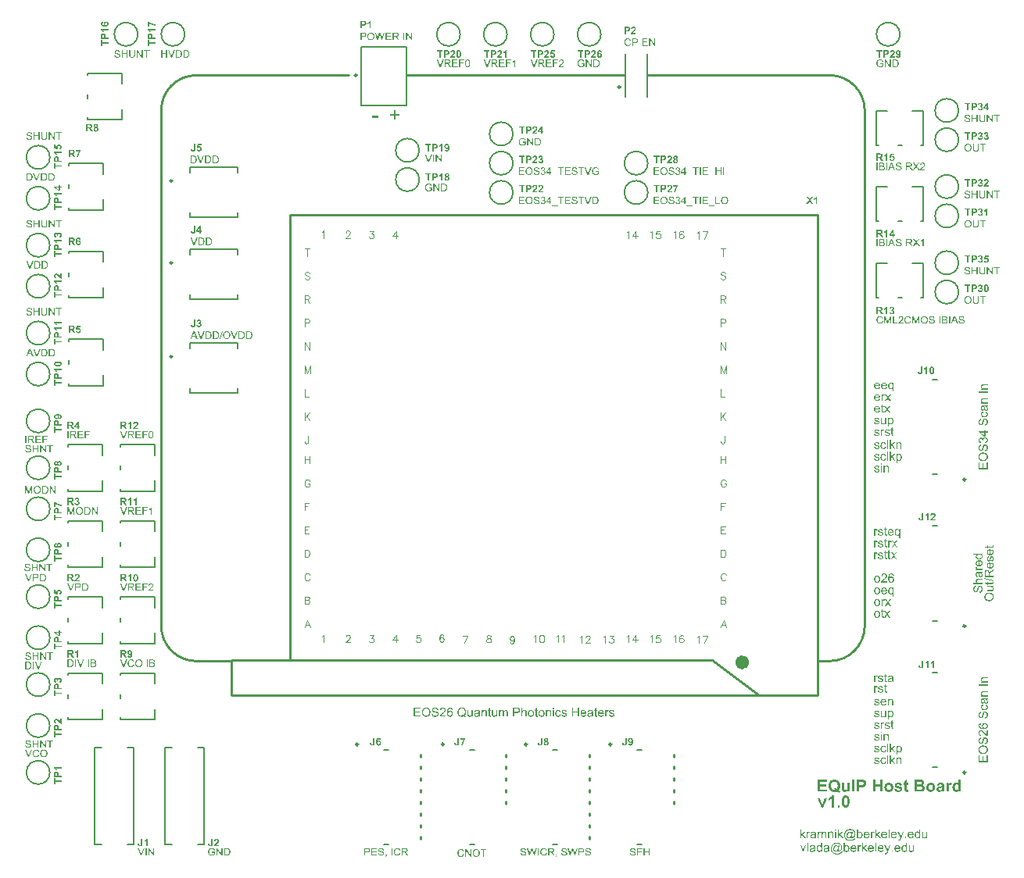
<source format=gbr>
%TF.GenerationSoftware,Altium Limited,Altium Designer,19.1.7 (138)*%
G04 Layer_Color=65535*
%FSLAX26Y26*%
%MOIN*%
%TF.FileFunction,Legend,Top*%
%TF.Part,Single*%
G01*
G75*
%TA.AperFunction,NonConductor*%
%ADD50C,0.009842*%
%ADD51C,0.030000*%
%ADD52C,0.007874*%
%ADD53C,0.003125*%
%ADD74C,0.010000*%
G36*
X4747162Y1489062D02*
X4747494D01*
X4747869Y1489021D01*
X4748243Y1488938D01*
X4748701Y1488854D01*
X4749699Y1488646D01*
X4750739Y1488314D01*
X4751821Y1487856D01*
X4752362Y1487565D01*
X4752861Y1487232D01*
X4752902D01*
X4752986Y1487149D01*
X4753110Y1487024D01*
X4753318Y1486899D01*
X4753818Y1486483D01*
X4754400Y1485901D01*
X4755066Y1485152D01*
X4755773Y1484278D01*
X4756397Y1483238D01*
X4756979Y1482074D01*
Y1482032D01*
X4757021Y1481907D01*
X4757104Y1481741D01*
X4757187Y1481491D01*
X4757312Y1481200D01*
X4757437Y1480826D01*
X4757562Y1480368D01*
X4757686Y1479910D01*
X4757811Y1479370D01*
X4757936Y1478829D01*
X4758186Y1477581D01*
X4758352Y1476208D01*
X4758394Y1474752D01*
Y1474710D01*
Y1474544D01*
Y1474336D01*
X4758352Y1474045D01*
Y1473670D01*
X4758310Y1473213D01*
X4758269Y1472714D01*
X4758186Y1472173D01*
X4758019Y1471008D01*
X4757728Y1469718D01*
X4757354Y1468387D01*
X4756854Y1467056D01*
Y1467014D01*
X4756771Y1466890D01*
X4756688Y1466723D01*
X4756563Y1466515D01*
X4756397Y1466224D01*
X4756230Y1465891D01*
X4755731Y1465142D01*
X4755107Y1464269D01*
X4754317Y1463395D01*
X4753443Y1462563D01*
X4752403Y1461814D01*
X4752362D01*
X4752278Y1461731D01*
X4752112Y1461648D01*
X4751904Y1461523D01*
X4751613Y1461398D01*
X4751322Y1461232D01*
X4750947Y1461107D01*
X4750531Y1460941D01*
X4749616Y1460608D01*
X4748576Y1460317D01*
X4747453Y1460109D01*
X4746870Y1460067D01*
X4746246Y1460026D01*
X4745830D01*
X4745414Y1460067D01*
X4744832Y1460150D01*
X4744166Y1460275D01*
X4743459Y1460442D01*
X4742710Y1460650D01*
X4742003Y1460982D01*
X4741920Y1461024D01*
X4741712Y1461149D01*
X4741338Y1461398D01*
X4740922Y1461690D01*
X4740422Y1462022D01*
X4739923Y1462480D01*
X4739424Y1462979D01*
X4738966Y1463520D01*
Y1450000D01*
X4734266D01*
Y1488480D01*
X4738550D01*
Y1484861D01*
X4738634Y1484902D01*
X4738800Y1485152D01*
X4739133Y1485568D01*
X4739549Y1486026D01*
X4740048Y1486525D01*
X4740630Y1487066D01*
X4741254Y1487565D01*
X4741962Y1488022D01*
X4742003D01*
X4742045Y1488064D01*
X4742294Y1488189D01*
X4742710Y1488355D01*
X4743251Y1488563D01*
X4743917Y1488771D01*
X4744707Y1488938D01*
X4745622Y1489062D01*
X4746579Y1489104D01*
X4746912D01*
X4747162Y1489062D01*
D02*
G37*
G36*
X4651856D02*
X4652189D01*
X4652979Y1488979D01*
X4653853Y1488854D01*
X4654851Y1488688D01*
X4655808Y1488480D01*
X4656765Y1488147D01*
X4656806D01*
X4656890Y1488106D01*
X4657014Y1488064D01*
X4657181Y1487981D01*
X4657597Y1487773D01*
X4658179Y1487482D01*
X4658762Y1487107D01*
X4659344Y1486650D01*
X4659926Y1486150D01*
X4660426Y1485568D01*
X4660467Y1485485D01*
X4660634Y1485277D01*
X4660842Y1484902D01*
X4661091Y1484445D01*
X4661382Y1483821D01*
X4661632Y1483072D01*
X4661882Y1482240D01*
X4662090Y1481283D01*
X4657472Y1480659D01*
Y1480701D01*
Y1480742D01*
X4657389Y1480992D01*
X4657306Y1481408D01*
X4657139Y1481866D01*
X4656890Y1482406D01*
X4656557Y1482947D01*
X4656141Y1483488D01*
X4655642Y1483987D01*
X4655558Y1484029D01*
X4655350Y1484195D01*
X4655018Y1484403D01*
X4654560Y1484611D01*
X4653936Y1484861D01*
X4653187Y1485027D01*
X4652355Y1485194D01*
X4651357Y1485235D01*
X4650816D01*
X4650566Y1485194D01*
X4650275D01*
X4649568Y1485110D01*
X4648819Y1484986D01*
X4648029Y1484778D01*
X4647322Y1484528D01*
X4647030Y1484362D01*
X4646739Y1484154D01*
X4646698Y1484112D01*
X4646531Y1483946D01*
X4646323Y1483738D01*
X4646074Y1483446D01*
X4645782Y1483072D01*
X4645574Y1482614D01*
X4645408Y1482157D01*
X4645366Y1481616D01*
Y1481574D01*
Y1481450D01*
X4645408Y1481283D01*
X4645450Y1481075D01*
X4645616Y1480534D01*
X4645741Y1480243D01*
X4645907Y1479952D01*
X4645949Y1479910D01*
X4646032Y1479827D01*
X4646157Y1479702D01*
X4646365Y1479536D01*
X4646614Y1479328D01*
X4646947Y1479120D01*
X4647322Y1478912D01*
X4647738Y1478704D01*
X4647779D01*
X4647904Y1478662D01*
X4648154Y1478579D01*
X4648528Y1478454D01*
X4648778Y1478371D01*
X4649069Y1478288D01*
X4649402Y1478205D01*
X4649776Y1478080D01*
X4650234Y1477955D01*
X4650733Y1477830D01*
X4651274Y1477664D01*
X4651898Y1477498D01*
X4651939D01*
X4652106Y1477456D01*
X4652355Y1477373D01*
X4652730Y1477290D01*
X4653104Y1477165D01*
X4653562Y1477040D01*
X4654102Y1476874D01*
X4654643Y1476707D01*
X4655808Y1476374D01*
X4656931Y1476000D01*
X4657472Y1475834D01*
X4657971Y1475626D01*
X4658429Y1475459D01*
X4658845Y1475293D01*
X4658886D01*
X4658928Y1475251D01*
X4659178Y1475126D01*
X4659552Y1474960D01*
X4659968Y1474669D01*
X4660467Y1474336D01*
X4661008Y1473920D01*
X4661507Y1473421D01*
X4661965Y1472838D01*
X4662006Y1472755D01*
X4662131Y1472547D01*
X4662339Y1472214D01*
X4662547Y1471715D01*
X4662755Y1471133D01*
X4662963Y1470467D01*
X4663088Y1469677D01*
X4663130Y1468803D01*
Y1468762D01*
Y1468678D01*
Y1468554D01*
Y1468387D01*
X4663046Y1467930D01*
X4662963Y1467347D01*
X4662797Y1466682D01*
X4662547Y1465933D01*
X4662173Y1465142D01*
X4661715Y1464352D01*
Y1464310D01*
X4661632Y1464269D01*
X4661466Y1464019D01*
X4661133Y1463645D01*
X4660717Y1463187D01*
X4660134Y1462646D01*
X4659469Y1462106D01*
X4658678Y1461606D01*
X4657763Y1461149D01*
X4657722D01*
X4657638Y1461107D01*
X4657514Y1461066D01*
X4657306Y1460982D01*
X4657056Y1460899D01*
X4656765Y1460774D01*
X4656432Y1460691D01*
X4656058Y1460608D01*
X4655184Y1460400D01*
X4654186Y1460192D01*
X4653104Y1460067D01*
X4651898Y1460026D01*
X4651357D01*
X4650982Y1460067D01*
X4650566Y1460109D01*
X4650026Y1460150D01*
X4649443Y1460192D01*
X4648819Y1460317D01*
X4647488Y1460566D01*
X4646074Y1460941D01*
X4645408Y1461190D01*
X4644742Y1461523D01*
X4644160Y1461856D01*
X4643578Y1462230D01*
X4643536Y1462272D01*
X4643453Y1462355D01*
X4643328Y1462480D01*
X4643120Y1462646D01*
X4642912Y1462896D01*
X4642662Y1463187D01*
X4642371Y1463520D01*
X4642080Y1463894D01*
X4641747Y1464352D01*
X4641456Y1464851D01*
X4641165Y1465392D01*
X4640874Y1466016D01*
X4640624Y1466640D01*
X4640374Y1467347D01*
X4640166Y1468138D01*
X4640000Y1468928D01*
X4644659Y1469677D01*
Y1469635D01*
X4644701Y1469552D01*
Y1469427D01*
X4644742Y1469219D01*
X4644784Y1468970D01*
X4644867Y1468720D01*
X4645075Y1468096D01*
X4645366Y1467389D01*
X4645741Y1466640D01*
X4646198Y1465974D01*
X4646822Y1465350D01*
X4646864D01*
X4646906Y1465309D01*
X4647155Y1465142D01*
X4647571Y1464893D01*
X4648154Y1464643D01*
X4648861Y1464352D01*
X4649734Y1464144D01*
X4650733Y1463978D01*
X4651856Y1463894D01*
X4652189D01*
X4652397Y1463936D01*
X4652688D01*
X4652979Y1463978D01*
X4653686Y1464061D01*
X4654477Y1464227D01*
X4655309Y1464435D01*
X4656058Y1464768D01*
X4656723Y1465184D01*
X4656806Y1465226D01*
X4656973Y1465434D01*
X4657222Y1465683D01*
X4657514Y1466058D01*
X4657805Y1466515D01*
X4658054Y1467056D01*
X4658221Y1467638D01*
X4658304Y1468304D01*
Y1468387D01*
Y1468554D01*
X4658221Y1468886D01*
X4658138Y1469219D01*
X4657971Y1469635D01*
X4657722Y1470051D01*
X4657347Y1470467D01*
X4656890Y1470842D01*
X4656848Y1470883D01*
X4656682Y1470966D01*
X4656390Y1471091D01*
X4656182Y1471174D01*
X4655933Y1471258D01*
X4655600Y1471382D01*
X4655267Y1471507D01*
X4654893Y1471632D01*
X4654435Y1471757D01*
X4653936Y1471923D01*
X4653354Y1472090D01*
X4652730Y1472256D01*
X4652064Y1472422D01*
X4652022D01*
X4651856Y1472464D01*
X4651565Y1472547D01*
X4651232Y1472630D01*
X4650816Y1472755D01*
X4650317Y1472880D01*
X4649776Y1473046D01*
X4649194Y1473213D01*
X4648029Y1473587D01*
X4646822Y1473962D01*
X4646240Y1474128D01*
X4645741Y1474336D01*
X4645242Y1474544D01*
X4644826Y1474710D01*
X4644784D01*
X4644742Y1474752D01*
X4644493Y1474877D01*
X4644160Y1475085D01*
X4643702Y1475418D01*
X4643203Y1475792D01*
X4642704Y1476208D01*
X4642205Y1476749D01*
X4641789Y1477331D01*
X4641747Y1477414D01*
X4641622Y1477622D01*
X4641456Y1477997D01*
X4641290Y1478454D01*
X4641123Y1478995D01*
X4640957Y1479619D01*
X4640832Y1480326D01*
X4640790Y1481075D01*
Y1481117D01*
Y1481158D01*
Y1481408D01*
X4640832Y1481741D01*
X4640915Y1482198D01*
X4640998Y1482739D01*
X4641123Y1483322D01*
X4641331Y1483946D01*
X4641622Y1484528D01*
X4641664Y1484611D01*
X4641789Y1484778D01*
X4641955Y1485069D01*
X4642246Y1485443D01*
X4642538Y1485859D01*
X4642954Y1486317D01*
X4643411Y1486733D01*
X4643952Y1487149D01*
X4643994Y1487190D01*
X4644160Y1487274D01*
X4644410Y1487440D01*
X4644742Y1487606D01*
X4645158Y1487814D01*
X4645658Y1488064D01*
X4646282Y1488314D01*
X4646947Y1488522D01*
X4646989D01*
X4647030Y1488563D01*
X4647280Y1488605D01*
X4647654Y1488688D01*
X4648195Y1488813D01*
X4648778Y1488938D01*
X4649485Y1489021D01*
X4650234Y1489062D01*
X4651024Y1489104D01*
X4651565D01*
X4651856Y1489062D01*
D02*
G37*
G36*
X4680685D02*
X4681059Y1489021D01*
X4681517Y1488979D01*
X4682016Y1488896D01*
X4682557Y1488813D01*
X4683722Y1488522D01*
X4684970Y1488106D01*
X4685594Y1487856D01*
X4686218Y1487565D01*
X4686800Y1487190D01*
X4687341Y1486774D01*
X4687382Y1486733D01*
X4687466Y1486650D01*
X4687632Y1486525D01*
X4687798Y1486358D01*
X4688048Y1486109D01*
X4688298Y1485818D01*
X4688589Y1485485D01*
X4688880Y1485110D01*
X4689213Y1484653D01*
X4689504Y1484195D01*
X4689837Y1483654D01*
X4690128Y1483072D01*
X4690378Y1482448D01*
X4690627Y1481782D01*
X4690877Y1481034D01*
X4691043Y1480285D01*
X4686467Y1479578D01*
Y1479619D01*
X4686426Y1479702D01*
X4686384Y1479827D01*
X4686342Y1480035D01*
X4686176Y1480534D01*
X4685926Y1481158D01*
X4685594Y1481824D01*
X4685219Y1482531D01*
X4684720Y1483197D01*
X4684138Y1483779D01*
X4684054Y1483862D01*
X4683846Y1484029D01*
X4683472Y1484237D01*
X4683014Y1484528D01*
X4682432Y1484778D01*
X4681766Y1485027D01*
X4680976Y1485194D01*
X4680144Y1485235D01*
X4679811D01*
X4679562Y1485194D01*
X4679229Y1485152D01*
X4678896Y1485110D01*
X4678064Y1484902D01*
X4677149Y1484611D01*
X4676691Y1484403D01*
X4676192Y1484154D01*
X4675734Y1483862D01*
X4675235Y1483488D01*
X4674778Y1483114D01*
X4674362Y1482656D01*
X4674320Y1482614D01*
X4674278Y1482531D01*
X4674154Y1482406D01*
X4674029Y1482157D01*
X4673862Y1481907D01*
X4673654Y1481574D01*
X4673446Y1481158D01*
X4673280Y1480701D01*
X4673072Y1480160D01*
X4672864Y1479578D01*
X4672656Y1478912D01*
X4672490Y1478163D01*
X4672365Y1477373D01*
X4672240Y1476541D01*
X4672198Y1475584D01*
X4672157Y1474586D01*
Y1474544D01*
Y1474336D01*
Y1474045D01*
X4672198Y1473670D01*
X4672240Y1473213D01*
X4672282Y1472672D01*
X4672323Y1472090D01*
X4672406Y1471466D01*
X4672656Y1470134D01*
X4673072Y1468762D01*
X4673280Y1468138D01*
X4673571Y1467514D01*
X4673904Y1466931D01*
X4674278Y1466432D01*
X4674320Y1466390D01*
X4674362Y1466307D01*
X4674486Y1466182D01*
X4674653Y1466058D01*
X4674902Y1465850D01*
X4675152Y1465642D01*
X4675443Y1465392D01*
X4675776Y1465184D01*
X4676608Y1464685D01*
X4677565Y1464310D01*
X4678106Y1464144D01*
X4678646Y1464019D01*
X4679270Y1463936D01*
X4679894Y1463894D01*
X4680144D01*
X4680352Y1463936D01*
X4680602D01*
X4680851Y1463978D01*
X4681517Y1464102D01*
X4682224Y1464310D01*
X4683014Y1464602D01*
X4683763Y1465018D01*
X4684512Y1465558D01*
X4684554Y1465600D01*
X4684595Y1465642D01*
X4684803Y1465891D01*
X4685136Y1466307D01*
X4685302Y1466557D01*
X4685510Y1466848D01*
X4685718Y1467222D01*
X4685926Y1467597D01*
X4686093Y1468013D01*
X4686301Y1468512D01*
X4686467Y1469011D01*
X4686634Y1469594D01*
X4686758Y1470176D01*
X4686883Y1470842D01*
X4691501Y1470218D01*
Y1470176D01*
X4691459Y1470010D01*
X4691418Y1469760D01*
X4691334Y1469427D01*
X4691210Y1469011D01*
X4691085Y1468554D01*
X4690918Y1468054D01*
X4690710Y1467472D01*
X4690211Y1466307D01*
X4689878Y1465683D01*
X4689504Y1465059D01*
X4689130Y1464435D01*
X4688672Y1463811D01*
X4688131Y1463270D01*
X4687590Y1462730D01*
X4687549Y1462688D01*
X4687466Y1462605D01*
X4687258Y1462480D01*
X4687050Y1462314D01*
X4686717Y1462106D01*
X4686384Y1461856D01*
X4685926Y1461648D01*
X4685469Y1461398D01*
X4684928Y1461107D01*
X4684346Y1460899D01*
X4683722Y1460650D01*
X4683056Y1460442D01*
X4682307Y1460275D01*
X4681558Y1460150D01*
X4680768Y1460067D01*
X4679936Y1460026D01*
X4679686D01*
X4679395Y1460067D01*
X4678979D01*
X4678522Y1460150D01*
X4677939Y1460234D01*
X4677315Y1460317D01*
X4676650Y1460483D01*
X4675942Y1460691D01*
X4675194Y1460941D01*
X4674445Y1461232D01*
X4673654Y1461606D01*
X4672906Y1462022D01*
X4672157Y1462522D01*
X4671450Y1463062D01*
X4670784Y1463728D01*
X4670742Y1463770D01*
X4670618Y1463894D01*
X4670451Y1464102D01*
X4670243Y1464435D01*
X4669994Y1464810D01*
X4669702Y1465267D01*
X4669370Y1465850D01*
X4669078Y1466474D01*
X4668746Y1467181D01*
X4668413Y1467971D01*
X4668122Y1468845D01*
X4667872Y1469802D01*
X4667664Y1470842D01*
X4667498Y1471965D01*
X4667373Y1473171D01*
X4667331Y1474419D01*
Y1474461D01*
Y1474627D01*
Y1474877D01*
X4667373Y1475168D01*
Y1475584D01*
X4667414Y1476042D01*
X4667456Y1476541D01*
X4667498Y1477123D01*
X4667706Y1478330D01*
X4667955Y1479661D01*
X4668288Y1481034D01*
X4668787Y1482323D01*
Y1482365D01*
X4668870Y1482490D01*
X4668954Y1482656D01*
X4669078Y1482864D01*
X4669245Y1483155D01*
X4669411Y1483488D01*
X4669910Y1484237D01*
X4670534Y1485027D01*
X4671325Y1485901D01*
X4672240Y1486691D01*
X4673322Y1487398D01*
X4673363D01*
X4673446Y1487482D01*
X4673613Y1487565D01*
X4673862Y1487648D01*
X4674154Y1487814D01*
X4674486Y1487939D01*
X4674861Y1488106D01*
X4675277Y1488272D01*
X4675776Y1488397D01*
X4676275Y1488563D01*
X4677398Y1488854D01*
X4678646Y1489021D01*
X4679936Y1489104D01*
X4680394D01*
X4680685Y1489062D01*
D02*
G37*
G36*
X4712134Y1477123D02*
X4723325Y1488480D01*
X4729440D01*
X4718790Y1478122D01*
X4730522Y1460650D01*
X4724698D01*
X4715462Y1474877D01*
X4712134Y1471632D01*
Y1460650D01*
X4707434D01*
Y1499046D01*
X4712134D01*
Y1477123D01*
D02*
G37*
G36*
X4700112Y1460650D02*
X4695411D01*
Y1499046D01*
X4700112D01*
Y1460650D01*
D02*
G37*
G36*
X5124376Y1776176D02*
X5107445D01*
X5107403D01*
X5107320D01*
X5107154D01*
X5106987D01*
X5106738D01*
X5106446Y1776134D01*
X5105822Y1776093D01*
X5105115Y1776051D01*
X5104408Y1775927D01*
X5103742Y1775802D01*
X5103160Y1775594D01*
X5103077Y1775552D01*
X5102910Y1775469D01*
X5102661Y1775344D01*
X5102328Y1775136D01*
X5101954Y1774887D01*
X5101579Y1774554D01*
X5101205Y1774138D01*
X5100872Y1773639D01*
X5100830Y1773597D01*
X5100747Y1773389D01*
X5100581Y1773098D01*
X5100414Y1772723D01*
X5100290Y1772224D01*
X5100123Y1771683D01*
X5100040Y1771059D01*
X5099998Y1770352D01*
Y1770061D01*
X5100040Y1769853D01*
Y1769603D01*
X5100082Y1769271D01*
X5100248Y1768563D01*
X5100456Y1767773D01*
X5100789Y1766899D01*
X5101288Y1766026D01*
X5101579Y1765568D01*
X5101912Y1765152D01*
X5101954Y1765111D01*
X5101995Y1765069D01*
X5102120Y1764944D01*
X5102286Y1764819D01*
X5102536Y1764653D01*
X5102786Y1764486D01*
X5103118Y1764278D01*
X5103534Y1764071D01*
X5103992Y1763862D01*
X5104533Y1763655D01*
X5105115Y1763488D01*
X5105781Y1763322D01*
X5106530Y1763197D01*
X5107320Y1763072D01*
X5108235Y1763031D01*
X5109192Y1762989D01*
X5124376D01*
Y1758288D01*
X5096546D01*
Y1762531D01*
X5100539D01*
X5100498Y1762573D01*
X5100331Y1762656D01*
X5100123Y1762864D01*
X5099832Y1763114D01*
X5099458Y1763405D01*
X5099083Y1763779D01*
X5098667Y1764237D01*
X5098210Y1764778D01*
X5097794Y1765360D01*
X5097378Y1766026D01*
X5097003Y1766733D01*
X5096629Y1767523D01*
X5096338Y1768397D01*
X5096130Y1769312D01*
X5095963Y1770311D01*
X5095922Y1771351D01*
Y1771766D01*
X5095963Y1772016D01*
Y1772266D01*
X5096046Y1772890D01*
X5096130Y1773597D01*
X5096296Y1774387D01*
X5096546Y1775178D01*
X5096837Y1775968D01*
Y1776010D01*
X5096878Y1776051D01*
X5097003Y1776301D01*
X5097211Y1776675D01*
X5097461Y1777175D01*
X5097835Y1777674D01*
X5098210Y1778215D01*
X5098667Y1778714D01*
X5099208Y1779130D01*
X5099291Y1779171D01*
X5099458Y1779296D01*
X5099790Y1779463D01*
X5100206Y1779712D01*
X5100706Y1779962D01*
X5101288Y1780170D01*
X5101954Y1780419D01*
X5102702Y1780586D01*
X5102744D01*
X5102952Y1780627D01*
X5103285Y1780669D01*
X5103742Y1780752D01*
X5104366Y1780794D01*
X5104741D01*
X5105157Y1780835D01*
X5105614D01*
X5106155Y1780877D01*
X5106696D01*
X5107278D01*
X5124376D01*
Y1776176D01*
D02*
G37*
G36*
Y1744851D02*
X5085979D01*
Y1749927D01*
X5124376D01*
Y1744851D01*
D02*
G37*
G36*
Y1716563D02*
X5107445D01*
X5107403D01*
X5107320D01*
X5107154D01*
X5106987D01*
X5106738D01*
X5106446Y1716522D01*
X5105822Y1716480D01*
X5105115Y1716438D01*
X5104408Y1716314D01*
X5103742Y1716189D01*
X5103160Y1715981D01*
X5103077Y1715939D01*
X5102910Y1715856D01*
X5102661Y1715731D01*
X5102328Y1715523D01*
X5101954Y1715274D01*
X5101579Y1714941D01*
X5101205Y1714525D01*
X5100872Y1714026D01*
X5100830Y1713984D01*
X5100747Y1713776D01*
X5100581Y1713485D01*
X5100414Y1713111D01*
X5100290Y1712611D01*
X5100123Y1712071D01*
X5100040Y1711447D01*
X5099998Y1710739D01*
Y1710448D01*
X5100040Y1710240D01*
Y1709991D01*
X5100082Y1709658D01*
X5100248Y1708950D01*
X5100456Y1708160D01*
X5100789Y1707286D01*
X5101288Y1706413D01*
X5101579Y1705955D01*
X5101912Y1705539D01*
X5101954Y1705498D01*
X5101995Y1705456D01*
X5102120Y1705331D01*
X5102286Y1705207D01*
X5102536Y1705040D01*
X5102786Y1704874D01*
X5103118Y1704666D01*
X5103534Y1704458D01*
X5103992Y1704250D01*
X5104533Y1704042D01*
X5105115Y1703875D01*
X5105781Y1703709D01*
X5106530Y1703584D01*
X5107320Y1703459D01*
X5108235Y1703418D01*
X5109192Y1703376D01*
X5124376D01*
Y1698675D01*
X5096546D01*
Y1702918D01*
X5100539D01*
X5100498Y1702960D01*
X5100331Y1703043D01*
X5100123Y1703251D01*
X5099832Y1703501D01*
X5099458Y1703792D01*
X5099083Y1704167D01*
X5098667Y1704624D01*
X5098210Y1705165D01*
X5097794Y1705747D01*
X5097378Y1706413D01*
X5097003Y1707120D01*
X5096629Y1707910D01*
X5096338Y1708784D01*
X5096130Y1709699D01*
X5095963Y1710698D01*
X5095922Y1711738D01*
Y1712154D01*
X5095963Y1712403D01*
Y1712653D01*
X5096046Y1713277D01*
X5096130Y1713984D01*
X5096296Y1714774D01*
X5096546Y1715565D01*
X5096837Y1716355D01*
Y1716397D01*
X5096878Y1716438D01*
X5097003Y1716688D01*
X5097211Y1717062D01*
X5097461Y1717562D01*
X5097835Y1718061D01*
X5098210Y1718602D01*
X5098667Y1719101D01*
X5099208Y1719517D01*
X5099291Y1719559D01*
X5099458Y1719683D01*
X5099790Y1719850D01*
X5100206Y1720099D01*
X5100706Y1720349D01*
X5101288Y1720557D01*
X5101954Y1720806D01*
X5102702Y1720973D01*
X5102744D01*
X5102952Y1721014D01*
X5103285Y1721056D01*
X5103742Y1721139D01*
X5104366Y1721181D01*
X5104741D01*
X5105157Y1721223D01*
X5105614D01*
X5106155Y1721264D01*
X5106696D01*
X5107278D01*
X5124376D01*
Y1716563D01*
D02*
G37*
G36*
Y1687943D02*
X5124293Y1687901D01*
X5124126Y1687818D01*
X5123794Y1687693D01*
X5123378Y1687568D01*
X5122878Y1687402D01*
X5122296Y1687235D01*
X5121630Y1687111D01*
X5120882Y1687027D01*
X5120923Y1686986D01*
X5120965Y1686902D01*
X5121090Y1686778D01*
X5121256Y1686570D01*
X5121422Y1686320D01*
X5121672Y1686071D01*
X5122130Y1685405D01*
X5122670Y1684614D01*
X5123211Y1683783D01*
X5123669Y1682867D01*
X5124085Y1681952D01*
Y1681910D01*
X5124126Y1681827D01*
X5124168Y1681703D01*
X5124210Y1681536D01*
X5124293Y1681328D01*
X5124376Y1681037D01*
X5124542Y1680413D01*
X5124709Y1679622D01*
X5124875Y1678749D01*
X5124958Y1677792D01*
X5125000Y1676752D01*
Y1676294D01*
X5124958Y1676003D01*
X5124917Y1675629D01*
X5124875Y1675171D01*
X5124834Y1674672D01*
X5124709Y1674173D01*
X5124459Y1673008D01*
X5124085Y1671843D01*
X5123835Y1671303D01*
X5123502Y1670720D01*
X5123170Y1670221D01*
X5122795Y1669722D01*
X5122754Y1669680D01*
X5122670Y1669597D01*
X5122546Y1669514D01*
X5122379Y1669347D01*
X5122171Y1669139D01*
X5121880Y1668931D01*
X5121589Y1668723D01*
X5121214Y1668515D01*
X5120424Y1668058D01*
X5119426Y1667642D01*
X5118885Y1667475D01*
X5118302Y1667392D01*
X5117678Y1667309D01*
X5117054Y1667267D01*
X5117013D01*
X5116971D01*
X5116722D01*
X5116306Y1667309D01*
X5115806Y1667392D01*
X5115224Y1667475D01*
X5114600Y1667642D01*
X5113976Y1667891D01*
X5113310Y1668182D01*
X5113227Y1668224D01*
X5113019Y1668349D01*
X5112728Y1668557D01*
X5112312Y1668848D01*
X5111896Y1669181D01*
X5111438Y1669597D01*
X5111022Y1670054D01*
X5110606Y1670595D01*
X5110565Y1670678D01*
X5110440Y1670887D01*
X5110232Y1671178D01*
X5110024Y1671594D01*
X5109774Y1672093D01*
X5109525Y1672675D01*
X5109275Y1673341D01*
X5109067Y1674006D01*
Y1674090D01*
X5108984Y1674256D01*
X5108942Y1674589D01*
X5108818Y1675046D01*
X5108734Y1675629D01*
X5108610Y1676378D01*
X5108485Y1677210D01*
X5108360Y1678208D01*
Y1678291D01*
X5108318Y1678458D01*
X5108277Y1678749D01*
X5108235Y1679123D01*
X5108152Y1679622D01*
X5108069Y1680163D01*
X5107986Y1680746D01*
X5107902Y1681411D01*
X5107653Y1682784D01*
X5107362Y1684157D01*
X5107195Y1684822D01*
X5107029Y1685488D01*
X5106862Y1686071D01*
X5106696Y1686611D01*
X5106654D01*
X5106530D01*
X5106363D01*
X5106197Y1686653D01*
X5105781D01*
X5105614D01*
X5105490D01*
X5105448D01*
X5105365D01*
X5105198D01*
X5105032D01*
X5104533Y1686570D01*
X5103909Y1686486D01*
X5103243Y1686320D01*
X5102578Y1686071D01*
X5101954Y1685738D01*
X5101454Y1685280D01*
X5101371Y1685197D01*
X5101288Y1685114D01*
X5101205Y1684947D01*
X5101080Y1684739D01*
X5100955Y1684531D01*
X5100622Y1683949D01*
X5100331Y1683200D01*
X5100082Y1682285D01*
X5099915Y1681203D01*
X5099832Y1679955D01*
Y1679415D01*
X5099874Y1679123D01*
Y1678832D01*
X5099957Y1678083D01*
X5100123Y1677293D01*
X5100331Y1676503D01*
X5100622Y1675712D01*
X5100997Y1675046D01*
X5101038Y1674963D01*
X5101205Y1674797D01*
X5101538Y1674506D01*
X5101954Y1674173D01*
X5102494Y1673799D01*
X5103243Y1673382D01*
X5104075Y1673050D01*
X5104574Y1672883D01*
X5105115Y1672717D01*
X5104491Y1668099D01*
X5104450D01*
X5104366Y1668141D01*
X5104200Y1668182D01*
X5103992Y1668224D01*
X5103742Y1668307D01*
X5103451Y1668390D01*
X5102786Y1668599D01*
X5102037Y1668890D01*
X5101246Y1669223D01*
X5100456Y1669639D01*
X5099749Y1670138D01*
X5099707D01*
X5099666Y1670221D01*
X5099458Y1670429D01*
X5099125Y1670762D01*
X5098709Y1671219D01*
X5098251Y1671802D01*
X5097794Y1672509D01*
X5097336Y1673341D01*
X5096920Y1674298D01*
Y1674339D01*
X5096878Y1674422D01*
X5096837Y1674589D01*
X5096754Y1674797D01*
X5096670Y1675046D01*
X5096587Y1675338D01*
X5096504Y1675712D01*
X5096421Y1676128D01*
X5096338Y1676544D01*
X5096254Y1677043D01*
X5096088Y1678125D01*
X5095963Y1679331D01*
X5095922Y1680621D01*
Y1681203D01*
X5095963Y1681495D01*
Y1681869D01*
X5096046Y1682659D01*
X5096130Y1683574D01*
X5096296Y1684531D01*
X5096504Y1685488D01*
X5096795Y1686362D01*
Y1686403D01*
X5096837Y1686445D01*
X5096878Y1686570D01*
X5096962Y1686736D01*
X5097128Y1687111D01*
X5097378Y1687610D01*
X5097669Y1688150D01*
X5098043Y1688691D01*
X5098459Y1689190D01*
X5098917Y1689648D01*
X5098958Y1689690D01*
X5099125Y1689814D01*
X5099416Y1690023D01*
X5099790Y1690230D01*
X5100248Y1690480D01*
X5100789Y1690730D01*
X5101413Y1690979D01*
X5102120Y1691146D01*
X5102162D01*
X5102370Y1691187D01*
X5102661Y1691229D01*
X5103118Y1691271D01*
X5103701Y1691312D01*
X5104450Y1691354D01*
X5104907D01*
X5105365Y1691395D01*
X5105864D01*
X5106446D01*
X5112728D01*
X5112811D01*
X5113019D01*
X5113352D01*
X5113768D01*
X5114309D01*
X5114891D01*
X5115557Y1691437D01*
X5116222D01*
X5117637Y1691478D01*
X5118344D01*
X5119010Y1691520D01*
X5119634Y1691562D01*
X5120174Y1691603D01*
X5120674Y1691645D01*
X5121048Y1691687D01*
X5121131D01*
X5121339Y1691728D01*
X5121672Y1691811D01*
X5122130Y1691936D01*
X5122629Y1692102D01*
X5123170Y1692311D01*
X5123794Y1692560D01*
X5124376Y1692851D01*
Y1687943D01*
D02*
G37*
G36*
X5115016Y1664771D02*
X5115266Y1664730D01*
X5115598Y1664647D01*
X5116014Y1664522D01*
X5116472Y1664397D01*
X5116971Y1664230D01*
X5117554Y1664023D01*
X5118718Y1663523D01*
X5119342Y1663190D01*
X5119966Y1662816D01*
X5120590Y1662442D01*
X5121214Y1661984D01*
X5121755Y1661443D01*
X5122296Y1660902D01*
X5122338Y1660861D01*
X5122421Y1660778D01*
X5122546Y1660570D01*
X5122712Y1660362D01*
X5122920Y1660029D01*
X5123170Y1659696D01*
X5123378Y1659238D01*
X5123627Y1658781D01*
X5123918Y1658240D01*
X5124126Y1657658D01*
X5124376Y1657034D01*
X5124584Y1656368D01*
X5124750Y1655619D01*
X5124875Y1654870D01*
X5124958Y1654080D01*
X5125000Y1653248D01*
Y1652998D01*
X5124958Y1652707D01*
Y1652291D01*
X5124875Y1651834D01*
X5124792Y1651251D01*
X5124709Y1650627D01*
X5124542Y1649962D01*
X5124334Y1649255D01*
X5124085Y1648506D01*
X5123794Y1647757D01*
X5123419Y1646966D01*
X5123003Y1646218D01*
X5122504Y1645469D01*
X5121963Y1644762D01*
X5121298Y1644096D01*
X5121256Y1644054D01*
X5121131Y1643930D01*
X5120923Y1643763D01*
X5120590Y1643555D01*
X5120216Y1643306D01*
X5119758Y1643014D01*
X5119176Y1642682D01*
X5118552Y1642390D01*
X5117845Y1642058D01*
X5117054Y1641725D01*
X5116181Y1641434D01*
X5115224Y1641184D01*
X5114184Y1640976D01*
X5113061Y1640810D01*
X5111854Y1640685D01*
X5110606Y1640643D01*
X5110565D01*
X5110398D01*
X5110149D01*
X5109858Y1640685D01*
X5109442D01*
X5108984Y1640726D01*
X5108485Y1640768D01*
X5107902Y1640810D01*
X5106696Y1641018D01*
X5105365Y1641267D01*
X5103992Y1641600D01*
X5102702Y1642099D01*
X5102661D01*
X5102536Y1642182D01*
X5102370Y1642266D01*
X5102162Y1642390D01*
X5101870Y1642557D01*
X5101538Y1642723D01*
X5100789Y1643223D01*
X5099998Y1643847D01*
X5099125Y1644637D01*
X5098334Y1645552D01*
X5097627Y1646634D01*
Y1646675D01*
X5097544Y1646758D01*
X5097461Y1646925D01*
X5097378Y1647175D01*
X5097211Y1647466D01*
X5097086Y1647799D01*
X5096920Y1648173D01*
X5096754Y1648589D01*
X5096629Y1649088D01*
X5096462Y1649587D01*
X5096171Y1650710D01*
X5096005Y1651958D01*
X5095922Y1653248D01*
Y1653706D01*
X5095963Y1653997D01*
X5096005Y1654371D01*
X5096046Y1654829D01*
X5096130Y1655328D01*
X5096213Y1655869D01*
X5096504Y1657034D01*
X5096920Y1658282D01*
X5097170Y1658906D01*
X5097461Y1659530D01*
X5097835Y1660112D01*
X5098251Y1660653D01*
X5098293Y1660695D01*
X5098376Y1660778D01*
X5098501Y1660944D01*
X5098667Y1661111D01*
X5098917Y1661360D01*
X5099208Y1661610D01*
X5099541Y1661901D01*
X5099915Y1662192D01*
X5100373Y1662525D01*
X5100830Y1662816D01*
X5101371Y1663149D01*
X5101954Y1663440D01*
X5102578Y1663690D01*
X5103243Y1663939D01*
X5103992Y1664189D01*
X5104741Y1664355D01*
X5105448Y1659779D01*
X5105406D01*
X5105323Y1659738D01*
X5105198Y1659696D01*
X5104990Y1659655D01*
X5104491Y1659488D01*
X5103867Y1659238D01*
X5103202Y1658906D01*
X5102494Y1658531D01*
X5101829Y1658032D01*
X5101246Y1657450D01*
X5101163Y1657367D01*
X5100997Y1657159D01*
X5100789Y1656784D01*
X5100498Y1656326D01*
X5100248Y1655744D01*
X5099998Y1655079D01*
X5099832Y1654288D01*
X5099790Y1653456D01*
Y1653123D01*
X5099832Y1652874D01*
X5099874Y1652541D01*
X5099915Y1652208D01*
X5100123Y1651376D01*
X5100414Y1650461D01*
X5100622Y1650003D01*
X5100872Y1649504D01*
X5101163Y1649046D01*
X5101538Y1648547D01*
X5101912Y1648090D01*
X5102370Y1647674D01*
X5102411Y1647632D01*
X5102494Y1647591D01*
X5102619Y1647466D01*
X5102869Y1647341D01*
X5103118Y1647175D01*
X5103451Y1646966D01*
X5103867Y1646758D01*
X5104325Y1646592D01*
X5104866Y1646384D01*
X5105448Y1646176D01*
X5106114Y1645968D01*
X5106862Y1645802D01*
X5107653Y1645677D01*
X5108485Y1645552D01*
X5109442Y1645511D01*
X5110440Y1645469D01*
X5110482D01*
X5110690D01*
X5110981D01*
X5111355Y1645511D01*
X5111813Y1645552D01*
X5112354Y1645594D01*
X5112936Y1645635D01*
X5113560Y1645718D01*
X5114891Y1645968D01*
X5116264Y1646384D01*
X5116888Y1646592D01*
X5117512Y1646883D01*
X5118094Y1647216D01*
X5118594Y1647591D01*
X5118635Y1647632D01*
X5118718Y1647674D01*
X5118843Y1647799D01*
X5118968Y1647965D01*
X5119176Y1648215D01*
X5119384Y1648464D01*
X5119634Y1648755D01*
X5119842Y1649088D01*
X5120341Y1649920D01*
X5120715Y1650877D01*
X5120882Y1651418D01*
X5121006Y1651958D01*
X5121090Y1652582D01*
X5121131Y1653207D01*
Y1653456D01*
X5121090Y1653664D01*
Y1653914D01*
X5121048Y1654163D01*
X5120923Y1654829D01*
X5120715Y1655536D01*
X5120424Y1656326D01*
X5120008Y1657075D01*
X5119467Y1657824D01*
X5119426Y1657866D01*
X5119384Y1657907D01*
X5119134Y1658115D01*
X5118718Y1658448D01*
X5118469Y1658614D01*
X5118178Y1658822D01*
X5117803Y1659031D01*
X5117429Y1659238D01*
X5117013Y1659405D01*
X5116514Y1659613D01*
X5116014Y1659779D01*
X5115432Y1659946D01*
X5114850Y1660071D01*
X5114184Y1660195D01*
X5114808Y1664813D01*
X5114850D01*
X5115016Y1664771D01*
D02*
G37*
G36*
X5114059Y1635651D02*
X5114350D01*
X5114642Y1635610D01*
X5115432Y1635485D01*
X5116306Y1635277D01*
X5117262Y1634944D01*
X5118261Y1634486D01*
X5118802Y1634237D01*
X5119301Y1633904D01*
X5119342D01*
X5119426Y1633821D01*
X5119550Y1633738D01*
X5119758Y1633571D01*
X5120216Y1633197D01*
X5120840Y1632614D01*
X5121506Y1631907D01*
X5122213Y1631034D01*
X5122878Y1630035D01*
X5123502Y1628870D01*
Y1628829D01*
X5123586Y1628704D01*
X5123627Y1628538D01*
X5123752Y1628288D01*
X5123835Y1627997D01*
X5123960Y1627622D01*
X5124126Y1627207D01*
X5124251Y1626707D01*
X5124376Y1626208D01*
X5124542Y1625626D01*
X5124750Y1624378D01*
X5124917Y1623005D01*
X5125000Y1621507D01*
Y1621008D01*
X5124958Y1620634D01*
Y1620176D01*
X5124917Y1619677D01*
X5124875Y1619094D01*
X5124792Y1618429D01*
X5124626Y1617056D01*
X5124376Y1615600D01*
X5124002Y1614144D01*
X5123502Y1612730D01*
Y1612688D01*
X5123419Y1612563D01*
X5123336Y1612397D01*
X5123211Y1612147D01*
X5123045Y1611856D01*
X5122878Y1611523D01*
X5122379Y1610733D01*
X5121755Y1609859D01*
X5120965Y1608944D01*
X5120050Y1608029D01*
X5118968Y1607238D01*
X5118926Y1607197D01*
X5118843Y1607155D01*
X5118677Y1607072D01*
X5118427Y1606947D01*
X5118136Y1606781D01*
X5117803Y1606614D01*
X5117387Y1606407D01*
X5116930Y1606240D01*
X5116472Y1606032D01*
X5115931Y1605866D01*
X5114725Y1605533D01*
X5113435Y1605283D01*
X5112728Y1605200D01*
X5112021Y1605159D01*
X5111605Y1609943D01*
X5111646D01*
X5111730D01*
X5111896Y1609984D01*
X5112104Y1610026D01*
X5112354Y1610067D01*
X5112603Y1610109D01*
X5113310Y1610275D01*
X5114059Y1610483D01*
X5114850Y1610733D01*
X5115640Y1611066D01*
X5116389Y1611482D01*
X5116472Y1611523D01*
X5116680Y1611731D01*
X5117013Y1612023D01*
X5117429Y1612438D01*
X5117928Y1612979D01*
X5118386Y1613645D01*
X5118885Y1614435D01*
X5119342Y1615351D01*
Y1615392D01*
X5119384Y1615475D01*
X5119426Y1615600D01*
X5119509Y1615808D01*
X5119592Y1616058D01*
X5119717Y1616349D01*
X5119800Y1616682D01*
X5119883Y1617056D01*
X5120091Y1617930D01*
X5120299Y1618970D01*
X5120424Y1620051D01*
X5120466Y1621258D01*
Y1621757D01*
X5120424Y1622006D01*
Y1622298D01*
X5120341Y1622963D01*
X5120258Y1623754D01*
X5120133Y1624627D01*
X5119925Y1625501D01*
X5119634Y1626333D01*
Y1626374D01*
X5119592Y1626416D01*
X5119550Y1626541D01*
X5119467Y1626707D01*
X5119259Y1627082D01*
X5119010Y1627581D01*
X5118677Y1628122D01*
X5118261Y1628704D01*
X5117803Y1629203D01*
X5117262Y1629661D01*
X5117179Y1629703D01*
X5117013Y1629827D01*
X5116680Y1630035D01*
X5116264Y1630243D01*
X5115765Y1630410D01*
X5115224Y1630618D01*
X5114600Y1630743D01*
X5113976Y1630784D01*
X5113934D01*
X5113893D01*
X5113685D01*
X5113310Y1630743D01*
X5112894Y1630659D01*
X5112395Y1630534D01*
X5111854Y1630326D01*
X5111314Y1630077D01*
X5110814Y1629703D01*
X5110773Y1629661D01*
X5110606Y1629495D01*
X5110357Y1629245D01*
X5110024Y1628870D01*
X5109691Y1628413D01*
X5109317Y1627789D01*
X5108942Y1627082D01*
X5108568Y1626250D01*
X5108526Y1626167D01*
X5108485Y1626083D01*
X5108443Y1625917D01*
X5108402Y1625751D01*
X5108318Y1625501D01*
X5108194Y1625168D01*
X5108110Y1624835D01*
X5107986Y1624378D01*
X5107819Y1623920D01*
X5107694Y1623338D01*
X5107528Y1622714D01*
X5107320Y1622006D01*
X5107154Y1621258D01*
X5106904Y1620384D01*
X5106696Y1619427D01*
Y1619386D01*
X5106654Y1619219D01*
X5106571Y1618928D01*
X5106488Y1618595D01*
X5106363Y1618138D01*
X5106238Y1617639D01*
X5106072Y1617139D01*
X5105906Y1616557D01*
X5105531Y1615309D01*
X5105115Y1614102D01*
X5104907Y1613520D01*
X5104699Y1612979D01*
X5104491Y1612480D01*
X5104283Y1612064D01*
Y1612023D01*
X5104200Y1611939D01*
X5104117Y1611814D01*
X5104034Y1611607D01*
X5103742Y1611107D01*
X5103326Y1610525D01*
X5102786Y1609818D01*
X5102203Y1609152D01*
X5101496Y1608486D01*
X5100747Y1607946D01*
X5100706D01*
X5100664Y1607904D01*
X5100539Y1607821D01*
X5100373Y1607738D01*
X5099915Y1607530D01*
X5099333Y1607280D01*
X5098626Y1607031D01*
X5097794Y1606822D01*
X5096878Y1606656D01*
X5095922Y1606614D01*
X5095880D01*
X5095797D01*
X5095630D01*
X5095422Y1606656D01*
X5095173D01*
X5094882Y1606698D01*
X5094133Y1606822D01*
X5093301Y1607031D01*
X5092427Y1607280D01*
X5091470Y1607696D01*
X5090514Y1608237D01*
X5090472D01*
X5090389Y1608320D01*
X5090264Y1608403D01*
X5090098Y1608528D01*
X5089640Y1608944D01*
X5089058Y1609485D01*
X5088434Y1610150D01*
X5087810Y1610983D01*
X5087186Y1611939D01*
X5086645Y1613062D01*
Y1613104D01*
X5086603Y1613187D01*
X5086520Y1613395D01*
X5086437Y1613603D01*
X5086354Y1613895D01*
X5086229Y1614269D01*
X5086104Y1614685D01*
X5085979Y1615142D01*
X5085854Y1615642D01*
X5085730Y1616182D01*
X5085522Y1617347D01*
X5085355Y1618678D01*
X5085314Y1620093D01*
Y1620800D01*
X5085355Y1621175D01*
X5085397Y1621632D01*
X5085438Y1622090D01*
X5085480Y1622630D01*
X5085646Y1623795D01*
X5085896Y1625085D01*
X5086270Y1626374D01*
X5086728Y1627622D01*
Y1627664D01*
X5086811Y1627747D01*
X5086853Y1627955D01*
X5086978Y1628163D01*
X5087144Y1628413D01*
X5087310Y1628746D01*
X5087726Y1629453D01*
X5088309Y1630285D01*
X5089016Y1631117D01*
X5089806Y1631907D01*
X5090763Y1632614D01*
X5090805Y1632656D01*
X5090888Y1632698D01*
X5091013Y1632781D01*
X5091221Y1632906D01*
X5091470Y1633031D01*
X5091762Y1633197D01*
X5092136Y1633322D01*
X5092510Y1633530D01*
X5093384Y1633862D01*
X5094424Y1634154D01*
X5095547Y1634403D01*
X5096795Y1634528D01*
X5097170Y1629661D01*
X5097128D01*
X5097003Y1629619D01*
X5096837D01*
X5096587Y1629578D01*
X5096254Y1629495D01*
X5095922Y1629411D01*
X5095131Y1629162D01*
X5094258Y1628829D01*
X5093342Y1628330D01*
X5092469Y1627747D01*
X5092094Y1627373D01*
X5091720Y1626957D01*
X5091678Y1626915D01*
X5091637Y1626874D01*
X5091554Y1626707D01*
X5091429Y1626541D01*
X5091304Y1626291D01*
X5091138Y1626000D01*
X5090971Y1625667D01*
X5090763Y1625293D01*
X5090597Y1624835D01*
X5090430Y1624336D01*
X5090264Y1623795D01*
X5090139Y1623213D01*
X5090014Y1622547D01*
X5089931Y1621840D01*
X5089848Y1621091D01*
Y1619885D01*
X5089890Y1619552D01*
Y1619178D01*
X5089931Y1618762D01*
X5089973Y1618263D01*
X5090056Y1617763D01*
X5090264Y1616640D01*
X5090555Y1615559D01*
X5090971Y1614518D01*
X5091262Y1614019D01*
X5091554Y1613603D01*
Y1613562D01*
X5091637Y1613520D01*
X5091845Y1613271D01*
X5092219Y1612938D01*
X5092718Y1612563D01*
X5093301Y1612189D01*
X5094008Y1611856D01*
X5094757Y1611607D01*
X5095173Y1611565D01*
X5095630Y1611523D01*
X5095672D01*
X5095714D01*
X5095963Y1611565D01*
X5096338Y1611607D01*
X5096795Y1611690D01*
X5097336Y1611898D01*
X5097918Y1612147D01*
X5098459Y1612480D01*
X5099000Y1612979D01*
X5099042Y1613062D01*
X5099125Y1613146D01*
X5099250Y1613312D01*
X5099374Y1613520D01*
X5099499Y1613770D01*
X5099666Y1614102D01*
X5099874Y1614477D01*
X5100082Y1614935D01*
X5100290Y1615475D01*
X5100498Y1616099D01*
X5100747Y1616806D01*
X5100997Y1617639D01*
X5101246Y1618512D01*
X5101538Y1619511D01*
X5101787Y1620634D01*
Y1620717D01*
X5101829Y1620925D01*
X5101912Y1621216D01*
X5102037Y1621632D01*
X5102120Y1622131D01*
X5102286Y1622714D01*
X5102411Y1623338D01*
X5102619Y1624003D01*
X5102994Y1625418D01*
X5103368Y1626832D01*
X5103576Y1627498D01*
X5103784Y1628080D01*
X5103992Y1628662D01*
X5104200Y1629120D01*
Y1629162D01*
X5104283Y1629286D01*
X5104366Y1629453D01*
X5104491Y1629661D01*
X5104616Y1629952D01*
X5104824Y1630285D01*
X5105282Y1630992D01*
X5105822Y1631824D01*
X5106488Y1632614D01*
X5107278Y1633405D01*
X5107694Y1633738D01*
X5108110Y1634071D01*
X5108152D01*
X5108235Y1634154D01*
X5108360Y1634237D01*
X5108526Y1634320D01*
X5108734Y1634445D01*
X5109026Y1634570D01*
X5109691Y1634902D01*
X5110482Y1635194D01*
X5111397Y1635443D01*
X5112437Y1635610D01*
X5113560Y1635693D01*
X5113602D01*
X5113685D01*
X5113851D01*
X5114059Y1635651D01*
D02*
G37*
G36*
X5112520Y1585315D02*
X5112811D01*
X5113186Y1585274D01*
X5113643Y1585232D01*
X5114101Y1585149D01*
X5115141Y1584983D01*
X5116264Y1584691D01*
X5117429Y1584317D01*
X5118635Y1583776D01*
X5118677D01*
X5118760Y1583693D01*
X5118926Y1583610D01*
X5119134Y1583485D01*
X5119384Y1583319D01*
X5119675Y1583152D01*
X5120382Y1582653D01*
X5121131Y1582071D01*
X5121922Y1581322D01*
X5122712Y1580448D01*
X5123378Y1579491D01*
Y1579450D01*
X5123461Y1579367D01*
X5123544Y1579200D01*
X5123627Y1578992D01*
X5123752Y1578743D01*
X5123877Y1578451D01*
X5124043Y1578077D01*
X5124168Y1577703D01*
X5124501Y1576787D01*
X5124750Y1575706D01*
X5124917Y1574541D01*
X5125000Y1573293D01*
Y1573043D01*
X5124958Y1572710D01*
X5124917Y1572294D01*
X5124875Y1571795D01*
X5124750Y1571213D01*
X5124626Y1570589D01*
X5124459Y1569882D01*
X5124210Y1569133D01*
X5123960Y1568342D01*
X5123586Y1567552D01*
X5123170Y1566762D01*
X5122670Y1565930D01*
X5122088Y1565181D01*
X5121422Y1564390D01*
X5120674Y1563683D01*
X5120632Y1563642D01*
X5120466Y1563517D01*
X5120216Y1563351D01*
X5119842Y1563101D01*
X5119384Y1562810D01*
X5118802Y1562518D01*
X5118094Y1562186D01*
X5117262Y1561853D01*
X5116347Y1561478D01*
X5115307Y1561146D01*
X5114142Y1560854D01*
X5112853Y1560563D01*
X5111438Y1560314D01*
X5109899Y1560147D01*
X5108235Y1560023D01*
X5106446Y1559981D01*
X5106405D01*
X5106322D01*
X5106155D01*
X5105947D01*
X5105698D01*
X5105365Y1560023D01*
X5105032D01*
X5104616Y1560064D01*
X5103701Y1560106D01*
X5102661Y1560189D01*
X5101496Y1560314D01*
X5100248Y1560480D01*
X5098917Y1560730D01*
X5097586Y1560979D01*
X5096254Y1561312D01*
X5094923Y1561728D01*
X5093634Y1562186D01*
X5092386Y1562726D01*
X5091262Y1563392D01*
X5090264Y1564099D01*
X5090222Y1564141D01*
X5090056Y1564266D01*
X5089848Y1564474D01*
X5089557Y1564765D01*
X5089224Y1565098D01*
X5088850Y1565555D01*
X5088475Y1566054D01*
X5088059Y1566637D01*
X5087643Y1567303D01*
X5087269Y1568051D01*
X5086894Y1568842D01*
X5086562Y1569715D01*
X5086270Y1570630D01*
X5086062Y1571629D01*
X5085896Y1572669D01*
X5085854Y1573792D01*
Y1574250D01*
X5085896Y1574541D01*
X5085938Y1574915D01*
X5085979Y1575373D01*
X5086062Y1575872D01*
X5086187Y1576413D01*
X5086478Y1577619D01*
X5086686Y1578202D01*
X5086936Y1578867D01*
X5087227Y1579491D01*
X5087602Y1580074D01*
X5087976Y1580656D01*
X5088434Y1581238D01*
X5088475Y1581280D01*
X5088558Y1581363D01*
X5088683Y1581530D01*
X5088891Y1581696D01*
X5089141Y1581946D01*
X5089474Y1582195D01*
X5089848Y1582486D01*
X5090264Y1582778D01*
X5090722Y1583069D01*
X5091262Y1583360D01*
X5091845Y1583651D01*
X5092469Y1583943D01*
X5093134Y1584192D01*
X5093842Y1584400D01*
X5094590Y1584608D01*
X5095422Y1584733D01*
X5095797Y1580032D01*
X5095755D01*
X5095672Y1579991D01*
X5095547Y1579949D01*
X5095339Y1579907D01*
X5094840Y1579783D01*
X5094258Y1579574D01*
X5093592Y1579325D01*
X5092926Y1578992D01*
X5092302Y1578659D01*
X5091762Y1578243D01*
X5091720Y1578202D01*
X5091678Y1578160D01*
X5091554Y1578035D01*
X5091429Y1577910D01*
X5091096Y1577495D01*
X5090722Y1576912D01*
X5090347Y1576246D01*
X5090056Y1575415D01*
X5089806Y1574499D01*
X5089765Y1574000D01*
X5089723Y1573501D01*
Y1573127D01*
X5089806Y1572669D01*
X5089890Y1572128D01*
X5090056Y1571504D01*
X5090264Y1570839D01*
X5090597Y1570173D01*
X5091013Y1569507D01*
Y1569466D01*
X5091096Y1569424D01*
X5091179Y1569299D01*
X5091304Y1569133D01*
X5091678Y1568758D01*
X5092219Y1568259D01*
X5092885Y1567677D01*
X5093717Y1567094D01*
X5094674Y1566554D01*
X5095755Y1566013D01*
X5095797D01*
X5095880Y1565971D01*
X5096088Y1565888D01*
X5096338Y1565805D01*
X5096629Y1565722D01*
X5097045Y1565597D01*
X5097502Y1565472D01*
X5098002Y1565347D01*
X5098584Y1565223D01*
X5099250Y1565139D01*
X5099998Y1565014D01*
X5100789Y1564890D01*
X5101621Y1564806D01*
X5102536Y1564765D01*
X5103534Y1564723D01*
X5104531Y1564683D01*
X5104450Y1564765D01*
X5104325Y1564848D01*
X5104158Y1564973D01*
X5103701Y1565347D01*
X5103118Y1565805D01*
X5102494Y1566429D01*
X5101870Y1567136D01*
X5101288Y1567927D01*
X5100747Y1568800D01*
Y1568842D01*
X5100706Y1568925D01*
X5100622Y1569050D01*
X5100539Y1569216D01*
X5100456Y1569466D01*
X5100331Y1569715D01*
X5100082Y1570381D01*
X5099874Y1571171D01*
X5099666Y1572045D01*
X5099499Y1573002D01*
X5099458Y1574000D01*
Y1574208D01*
X5099499Y1574458D01*
Y1574791D01*
X5099582Y1575207D01*
X5099624Y1575664D01*
X5099749Y1576205D01*
X5099874Y1576787D01*
X5100082Y1577370D01*
X5100290Y1578035D01*
X5100581Y1578701D01*
X5100914Y1579367D01*
X5101330Y1580074D01*
X5101787Y1580739D01*
X5102328Y1581405D01*
X5102952Y1582029D01*
X5102994Y1582071D01*
X5103118Y1582154D01*
X5103285Y1582320D01*
X5103576Y1582570D01*
X5103909Y1582819D01*
X5104325Y1583069D01*
X5104824Y1583402D01*
X5105365Y1583693D01*
X5105989Y1583984D01*
X5106654Y1584317D01*
X5107403Y1584566D01*
X5108194Y1584858D01*
X5109026Y1585066D01*
X5109941Y1585232D01*
X5110898Y1585315D01*
X5111896Y1585357D01*
X5111938D01*
X5112062D01*
X5112229D01*
X5112520Y1585315D01*
D02*
G37*
G36*
X5124376Y1529738D02*
X5124293D01*
X5124085D01*
X5123752D01*
X5123336Y1529779D01*
X5122837Y1529821D01*
X5122296Y1529946D01*
X5121714Y1530071D01*
X5121131Y1530278D01*
X5121090D01*
X5121006Y1530320D01*
X5120882Y1530362D01*
X5120674Y1530445D01*
X5120466Y1530570D01*
X5120174Y1530695D01*
X5119509Y1531027D01*
X5118718Y1531443D01*
X5117845Y1531984D01*
X5116930Y1532608D01*
X5116014Y1533357D01*
X5115973Y1533399D01*
X5115890Y1533440D01*
X5115765Y1533565D01*
X5115557Y1533773D01*
X5115349Y1533981D01*
X5115058Y1534272D01*
X5114725Y1534563D01*
X5114350Y1534938D01*
X5113934Y1535354D01*
X5113518Y1535811D01*
X5113019Y1536311D01*
X5112520Y1536893D01*
X5111979Y1537475D01*
X5111438Y1538141D01*
X5110856Y1538806D01*
X5110232Y1539555D01*
X5110190Y1539639D01*
X5109982Y1539847D01*
X5109733Y1540138D01*
X5109358Y1540554D01*
X5108942Y1541053D01*
X5108443Y1541635D01*
X5107902Y1542301D01*
X5107278Y1542966D01*
X5105989Y1544381D01*
X5104616Y1545754D01*
X5103950Y1546419D01*
X5103285Y1547043D01*
X5102661Y1547584D01*
X5102078Y1548042D01*
X5102037Y1548083D01*
X5101954Y1548125D01*
X5101787Y1548250D01*
X5101579Y1548374D01*
X5101288Y1548582D01*
X5100997Y1548749D01*
X5100248Y1549165D01*
X5099374Y1549581D01*
X5098418Y1549955D01*
X5097419Y1550205D01*
X5096920Y1550246D01*
X5096421Y1550288D01*
X5096379D01*
X5096296D01*
X5096130D01*
X5095963Y1550246D01*
X5095714D01*
X5095422Y1550163D01*
X5094798Y1550039D01*
X5094050Y1549789D01*
X5093259Y1549415D01*
X5092843Y1549207D01*
X5092469Y1548915D01*
X5092094Y1548624D01*
X5091720Y1548250D01*
X5091678Y1548208D01*
X5091637Y1548167D01*
X5091554Y1548042D01*
X5091429Y1547875D01*
X5091262Y1547667D01*
X5091096Y1547418D01*
X5090722Y1546835D01*
X5090389Y1546045D01*
X5090056Y1545171D01*
X5089848Y1544131D01*
X5089765Y1543549D01*
Y1542634D01*
X5089806Y1542384D01*
Y1542093D01*
X5089890Y1541760D01*
X5090014Y1541011D01*
X5090264Y1540138D01*
X5090638Y1539223D01*
X5090888Y1538765D01*
X5091138Y1538307D01*
X5091470Y1537891D01*
X5091845Y1537475D01*
X5091886Y1537434D01*
X5091928Y1537392D01*
X5092053Y1537309D01*
X5092219Y1537142D01*
X5092427Y1537018D01*
X5092677Y1536851D01*
X5092968Y1536643D01*
X5093301Y1536477D01*
X5093675Y1536269D01*
X5094091Y1536102D01*
X5095090Y1535770D01*
X5096171Y1535520D01*
X5096795Y1535478D01*
X5097461Y1535437D01*
X5096962Y1530611D01*
X5096878D01*
X5096712Y1530653D01*
X5096462Y1530695D01*
X5096088Y1530736D01*
X5095630Y1530819D01*
X5095090Y1530944D01*
X5094507Y1531069D01*
X5093883Y1531277D01*
X5093259Y1531485D01*
X5092552Y1531735D01*
X5091886Y1532067D01*
X5091221Y1532400D01*
X5090514Y1532816D01*
X5089890Y1533274D01*
X5089266Y1533773D01*
X5088725Y1534355D01*
X5088683Y1534397D01*
X5088600Y1534522D01*
X5088475Y1534688D01*
X5088267Y1534938D01*
X5088059Y1535271D01*
X5087810Y1535687D01*
X5087560Y1536144D01*
X5087269Y1536685D01*
X5087019Y1537267D01*
X5086770Y1537933D01*
X5086520Y1538640D01*
X5086312Y1539430D01*
X5086104Y1540263D01*
X5085979Y1541136D01*
X5085896Y1542093D01*
X5085854Y1543091D01*
Y1543632D01*
X5085896Y1544006D01*
X5085938Y1544464D01*
X5086021Y1545005D01*
X5086104Y1545629D01*
X5086229Y1546253D01*
X5086395Y1546960D01*
X5086603Y1547667D01*
X5086853Y1548416D01*
X5087144Y1549123D01*
X5087518Y1549872D01*
X5087934Y1550579D01*
X5088392Y1551245D01*
X5088933Y1551869D01*
X5088974Y1551910D01*
X5089058Y1551994D01*
X5089266Y1552160D01*
X5089474Y1552368D01*
X5089765Y1552618D01*
X5090139Y1552909D01*
X5090555Y1553200D01*
X5091054Y1553491D01*
X5091554Y1553783D01*
X5092136Y1554074D01*
X5092760Y1554365D01*
X5093426Y1554614D01*
X5094174Y1554822D01*
X5094923Y1554989D01*
X5095714Y1555072D01*
X5096546Y1555114D01*
X5096587D01*
X5096629D01*
X5096754D01*
X5096920D01*
X5097378Y1555072D01*
X5097960Y1554989D01*
X5098667Y1554864D01*
X5099416Y1554698D01*
X5100248Y1554490D01*
X5101080Y1554157D01*
X5101122D01*
X5101163Y1554115D01*
X5101288Y1554074D01*
X5101454Y1553991D01*
X5101912Y1553741D01*
X5102494Y1553408D01*
X5103202Y1552950D01*
X5103992Y1552410D01*
X5104824Y1551786D01*
X5105739Y1550995D01*
X5105781Y1550954D01*
X5105864Y1550912D01*
X5105989Y1550746D01*
X5106197Y1550579D01*
X5106446Y1550330D01*
X5106738Y1550039D01*
X5107112Y1549706D01*
X5107486Y1549290D01*
X5107944Y1548791D01*
X5108443Y1548250D01*
X5109026Y1547667D01*
X5109608Y1547002D01*
X5110274Y1546294D01*
X5110939Y1545504D01*
X5111688Y1544630D01*
X5112478Y1543715D01*
X5112520Y1543674D01*
X5112645Y1543549D01*
X5112811Y1543299D01*
X5113061Y1543050D01*
X5113352Y1542675D01*
X5113685Y1542301D01*
X5114434Y1541427D01*
X5115224Y1540512D01*
X5116056Y1539639D01*
X5116430Y1539223D01*
X5116763Y1538848D01*
X5117096Y1538515D01*
X5117346Y1538266D01*
X5117387Y1538224D01*
X5117554Y1538058D01*
X5117803Y1537850D01*
X5118136Y1537559D01*
X5118510Y1537226D01*
X5118926Y1536893D01*
X5119842Y1536227D01*
Y1555155D01*
X5124376D01*
Y1529738D01*
D02*
G37*
G36*
X5114059Y1525328D02*
X5114350D01*
X5114642Y1525286D01*
X5115432Y1525162D01*
X5116306Y1524954D01*
X5117262Y1524621D01*
X5118261Y1524163D01*
X5118802Y1523914D01*
X5119301Y1523581D01*
X5119342D01*
X5119426Y1523498D01*
X5119550Y1523415D01*
X5119758Y1523248D01*
X5120216Y1522874D01*
X5120840Y1522291D01*
X5121506Y1521584D01*
X5122213Y1520710D01*
X5122878Y1519712D01*
X5123502Y1518547D01*
Y1518506D01*
X5123586Y1518381D01*
X5123627Y1518215D01*
X5123752Y1517965D01*
X5123835Y1517674D01*
X5123960Y1517299D01*
X5124126Y1516883D01*
X5124251Y1516384D01*
X5124376Y1515885D01*
X5124542Y1515303D01*
X5124750Y1514054D01*
X5124917Y1512682D01*
X5125000Y1511184D01*
Y1510685D01*
X5124958Y1510311D01*
Y1509853D01*
X5124917Y1509354D01*
X5124875Y1508771D01*
X5124792Y1508106D01*
X5124626Y1506733D01*
X5124376Y1505277D01*
X5124002Y1503821D01*
X5123502Y1502407D01*
Y1502365D01*
X5123419Y1502240D01*
X5123336Y1502074D01*
X5123211Y1501824D01*
X5123045Y1501533D01*
X5122878Y1501200D01*
X5122379Y1500410D01*
X5121755Y1499536D01*
X5120965Y1498621D01*
X5120050Y1497706D01*
X5118968Y1496915D01*
X5118926Y1496874D01*
X5118843Y1496832D01*
X5118677Y1496749D01*
X5118427Y1496624D01*
X5118136Y1496458D01*
X5117803Y1496291D01*
X5117387Y1496083D01*
X5116930Y1495917D01*
X5116472Y1495709D01*
X5115931Y1495543D01*
X5114725Y1495210D01*
X5113435Y1494960D01*
X5112728Y1494877D01*
X5112021Y1494835D01*
X5111605Y1499619D01*
X5111646D01*
X5111730D01*
X5111896Y1499661D01*
X5112104Y1499703D01*
X5112354Y1499744D01*
X5112603Y1499786D01*
X5113310Y1499952D01*
X5114059Y1500160D01*
X5114850Y1500410D01*
X5115640Y1500743D01*
X5116389Y1501159D01*
X5116472Y1501200D01*
X5116680Y1501408D01*
X5117013Y1501699D01*
X5117429Y1502115D01*
X5117928Y1502656D01*
X5118386Y1503322D01*
X5118885Y1504112D01*
X5119342Y1505027D01*
Y1505069D01*
X5119384Y1505152D01*
X5119426Y1505277D01*
X5119509Y1505485D01*
X5119592Y1505735D01*
X5119717Y1506026D01*
X5119800Y1506359D01*
X5119883Y1506733D01*
X5120091Y1507607D01*
X5120299Y1508647D01*
X5120424Y1509728D01*
X5120466Y1510935D01*
Y1511434D01*
X5120424Y1511683D01*
Y1511975D01*
X5120341Y1512640D01*
X5120258Y1513430D01*
X5120133Y1514304D01*
X5119925Y1515178D01*
X5119634Y1516010D01*
Y1516051D01*
X5119592Y1516093D01*
X5119550Y1516218D01*
X5119467Y1516384D01*
X5119259Y1516758D01*
X5119010Y1517258D01*
X5118677Y1517799D01*
X5118261Y1518381D01*
X5117803Y1518880D01*
X5117262Y1519338D01*
X5117179Y1519379D01*
X5117013Y1519504D01*
X5116680Y1519712D01*
X5116264Y1519920D01*
X5115765Y1520086D01*
X5115224Y1520294D01*
X5114600Y1520419D01*
X5113976Y1520461D01*
X5113934D01*
X5113893D01*
X5113685D01*
X5113310Y1520419D01*
X5112894Y1520336D01*
X5112395Y1520211D01*
X5111854Y1520003D01*
X5111314Y1519754D01*
X5110814Y1519379D01*
X5110773Y1519338D01*
X5110606Y1519171D01*
X5110357Y1518922D01*
X5110024Y1518547D01*
X5109691Y1518090D01*
X5109317Y1517466D01*
X5108942Y1516758D01*
X5108568Y1515927D01*
X5108526Y1515843D01*
X5108485Y1515760D01*
X5108443Y1515594D01*
X5108402Y1515427D01*
X5108318Y1515178D01*
X5108194Y1514845D01*
X5108110Y1514512D01*
X5107986Y1514054D01*
X5107819Y1513597D01*
X5107694Y1513014D01*
X5107528Y1512390D01*
X5107320Y1511683D01*
X5107154Y1510935D01*
X5106904Y1510061D01*
X5106696Y1509104D01*
Y1509062D01*
X5106654Y1508896D01*
X5106571Y1508605D01*
X5106488Y1508272D01*
X5106363Y1507814D01*
X5106238Y1507315D01*
X5106072Y1506816D01*
X5105906Y1506234D01*
X5105531Y1504986D01*
X5105115Y1503779D01*
X5104907Y1503197D01*
X5104699Y1502656D01*
X5104491Y1502157D01*
X5104283Y1501741D01*
Y1501699D01*
X5104200Y1501616D01*
X5104117Y1501491D01*
X5104034Y1501283D01*
X5103742Y1500784D01*
X5103326Y1500202D01*
X5102786Y1499495D01*
X5102203Y1498829D01*
X5101496Y1498163D01*
X5100747Y1497622D01*
X5100706D01*
X5100664Y1497581D01*
X5100539Y1497498D01*
X5100373Y1497415D01*
X5099915Y1497207D01*
X5099333Y1496957D01*
X5098626Y1496707D01*
X5097794Y1496499D01*
X5096878Y1496333D01*
X5095922Y1496291D01*
X5095880D01*
X5095797D01*
X5095630D01*
X5095422Y1496333D01*
X5095173D01*
X5094882Y1496374D01*
X5094133Y1496499D01*
X5093301Y1496707D01*
X5092427Y1496957D01*
X5091470Y1497373D01*
X5090514Y1497914D01*
X5090472D01*
X5090389Y1497997D01*
X5090264Y1498080D01*
X5090098Y1498205D01*
X5089640Y1498621D01*
X5089058Y1499162D01*
X5088434Y1499827D01*
X5087810Y1500659D01*
X5087186Y1501616D01*
X5086645Y1502739D01*
Y1502781D01*
X5086603Y1502864D01*
X5086520Y1503072D01*
X5086437Y1503280D01*
X5086354Y1503571D01*
X5086229Y1503946D01*
X5086104Y1504362D01*
X5085979Y1504819D01*
X5085854Y1505319D01*
X5085730Y1505859D01*
X5085522Y1507024D01*
X5085355Y1508355D01*
X5085314Y1509770D01*
Y1510477D01*
X5085355Y1510851D01*
X5085397Y1511309D01*
X5085438Y1511766D01*
X5085480Y1512307D01*
X5085646Y1513472D01*
X5085896Y1514762D01*
X5086270Y1516051D01*
X5086728Y1517299D01*
Y1517341D01*
X5086811Y1517424D01*
X5086853Y1517632D01*
X5086978Y1517840D01*
X5087144Y1518090D01*
X5087310Y1518422D01*
X5087726Y1519130D01*
X5088309Y1519962D01*
X5089016Y1520794D01*
X5089806Y1521584D01*
X5090763Y1522291D01*
X5090805Y1522333D01*
X5090888Y1522374D01*
X5091013Y1522458D01*
X5091221Y1522582D01*
X5091470Y1522707D01*
X5091762Y1522874D01*
X5092136Y1522998D01*
X5092510Y1523207D01*
X5093384Y1523539D01*
X5094424Y1523831D01*
X5095547Y1524080D01*
X5096795Y1524205D01*
X5097170Y1519338D01*
X5097128D01*
X5097003Y1519296D01*
X5096837D01*
X5096587Y1519255D01*
X5096254Y1519171D01*
X5095922Y1519088D01*
X5095131Y1518839D01*
X5094258Y1518506D01*
X5093342Y1518006D01*
X5092469Y1517424D01*
X5092094Y1517050D01*
X5091720Y1516634D01*
X5091678Y1516592D01*
X5091637Y1516551D01*
X5091554Y1516384D01*
X5091429Y1516218D01*
X5091304Y1515968D01*
X5091138Y1515677D01*
X5090971Y1515344D01*
X5090763Y1514970D01*
X5090597Y1514512D01*
X5090430Y1514013D01*
X5090264Y1513472D01*
X5090139Y1512890D01*
X5090014Y1512224D01*
X5089931Y1511517D01*
X5089848Y1510768D01*
Y1509562D01*
X5089890Y1509229D01*
Y1508854D01*
X5089931Y1508438D01*
X5089973Y1507939D01*
X5090056Y1507440D01*
X5090264Y1506317D01*
X5090555Y1505235D01*
X5090971Y1504195D01*
X5091262Y1503696D01*
X5091554Y1503280D01*
Y1503238D01*
X5091637Y1503197D01*
X5091845Y1502947D01*
X5092219Y1502614D01*
X5092718Y1502240D01*
X5093301Y1501866D01*
X5094008Y1501533D01*
X5094757Y1501283D01*
X5095173Y1501242D01*
X5095630Y1501200D01*
X5095672D01*
X5095714D01*
X5095963Y1501242D01*
X5096338Y1501283D01*
X5096795Y1501367D01*
X5097336Y1501574D01*
X5097918Y1501824D01*
X5098459Y1502157D01*
X5099000Y1502656D01*
X5099042Y1502739D01*
X5099125Y1502822D01*
X5099250Y1502989D01*
X5099374Y1503197D01*
X5099499Y1503447D01*
X5099666Y1503779D01*
X5099874Y1504154D01*
X5100082Y1504611D01*
X5100290Y1505152D01*
X5100498Y1505776D01*
X5100747Y1506483D01*
X5100997Y1507315D01*
X5101246Y1508189D01*
X5101538Y1509187D01*
X5101787Y1510311D01*
Y1510394D01*
X5101829Y1510602D01*
X5101912Y1510893D01*
X5102037Y1511309D01*
X5102120Y1511808D01*
X5102286Y1512390D01*
X5102411Y1513014D01*
X5102619Y1513680D01*
X5102994Y1515094D01*
X5103368Y1516509D01*
X5103576Y1517175D01*
X5103784Y1517757D01*
X5103992Y1518339D01*
X5104200Y1518797D01*
Y1518839D01*
X5104283Y1518963D01*
X5104366Y1519130D01*
X5104491Y1519338D01*
X5104616Y1519629D01*
X5104824Y1519962D01*
X5105282Y1520669D01*
X5105822Y1521501D01*
X5106488Y1522291D01*
X5107278Y1523082D01*
X5107694Y1523415D01*
X5108110Y1523747D01*
X5108152D01*
X5108235Y1523831D01*
X5108360Y1523914D01*
X5108526Y1523997D01*
X5108734Y1524122D01*
X5109026Y1524246D01*
X5109691Y1524579D01*
X5110482Y1524870D01*
X5111397Y1525120D01*
X5112437Y1525286D01*
X5113560Y1525370D01*
X5113602D01*
X5113685D01*
X5113851D01*
X5114059Y1525328D01*
D02*
G37*
G36*
X5106238Y1489927D02*
X5106738Y1489885D01*
X5107320Y1489843D01*
X5107986Y1489760D01*
X5108734Y1489677D01*
X5109525Y1489552D01*
X5110357Y1489386D01*
X5111230Y1489219D01*
X5112104Y1488970D01*
X5113019Y1488678D01*
X5113893Y1488387D01*
X5114808Y1488013D01*
X5115682Y1487597D01*
X5115723Y1487555D01*
X5115890Y1487472D01*
X5116139Y1487347D01*
X5116430Y1487181D01*
X5116805Y1486931D01*
X5117262Y1486640D01*
X5117762Y1486266D01*
X5118302Y1485891D01*
X5118843Y1485434D01*
X5119426Y1484935D01*
X5120008Y1484352D01*
X5120590Y1483770D01*
X5121131Y1483146D01*
X5121672Y1482438D01*
X5122213Y1481690D01*
X5122670Y1480899D01*
X5122712Y1480858D01*
X5122754Y1480691D01*
X5122878Y1480483D01*
X5123045Y1480150D01*
X5123211Y1479735D01*
X5123419Y1479277D01*
X5123627Y1478736D01*
X5123835Y1478112D01*
X5124043Y1477447D01*
X5124251Y1476739D01*
X5124459Y1475949D01*
X5124626Y1475159D01*
X5124917Y1473411D01*
X5124958Y1472496D01*
X5125000Y1471581D01*
Y1471040D01*
X5124958Y1470666D01*
X5124917Y1470208D01*
X5124875Y1469626D01*
X5124792Y1469043D01*
X5124667Y1468336D01*
X5124542Y1467629D01*
X5124376Y1466839D01*
X5124168Y1466048D01*
X5123918Y1465216D01*
X5123627Y1464384D01*
X5123253Y1463552D01*
X5122878Y1462720D01*
X5122421Y1461888D01*
X5122379Y1461847D01*
X5122296Y1461722D01*
X5122130Y1461472D01*
X5121922Y1461181D01*
X5121672Y1460848D01*
X5121339Y1460432D01*
X5120965Y1459975D01*
X5120549Y1459475D01*
X5120050Y1458935D01*
X5119509Y1458435D01*
X5118926Y1457895D01*
X5118302Y1457354D01*
X5117595Y1456813D01*
X5116888Y1456314D01*
X5116098Y1455856D01*
X5115266Y1455399D01*
X5115224Y1455357D01*
X5115058Y1455315D01*
X5114808Y1455190D01*
X5114475Y1455066D01*
X5114059Y1454899D01*
X5113560Y1454733D01*
X5113019Y1454525D01*
X5112354Y1454317D01*
X5111688Y1454109D01*
X5110939Y1453901D01*
X5110149Y1453735D01*
X5109317Y1453568D01*
X5107570Y1453319D01*
X5106613Y1453277D01*
X5105698Y1453235D01*
X5105656D01*
X5105573D01*
X5105448D01*
X5105282D01*
X5105032Y1453277D01*
X5104782D01*
X5104117Y1453319D01*
X5103326Y1453402D01*
X5102370Y1453526D01*
X5101371Y1453651D01*
X5100248Y1453859D01*
X5099042Y1454150D01*
X5097835Y1454483D01*
X5096587Y1454899D01*
X5095339Y1455399D01*
X5094091Y1455981D01*
X5092926Y1456647D01*
X5091762Y1457437D01*
X5090722Y1458352D01*
X5090680Y1458394D01*
X5090472Y1458602D01*
X5090222Y1458893D01*
X5089890Y1459267D01*
X5089474Y1459808D01*
X5089016Y1460390D01*
X5088517Y1461098D01*
X5088018Y1461930D01*
X5087518Y1462845D01*
X5087019Y1463843D01*
X5086562Y1464925D01*
X5086146Y1466131D01*
X5085813Y1467379D01*
X5085563Y1468710D01*
X5085355Y1470125D01*
X5085314Y1471622D01*
Y1472122D01*
X5085355Y1472496D01*
X5085397Y1472995D01*
X5085438Y1473536D01*
X5085522Y1474119D01*
X5085646Y1474784D01*
X5085771Y1475533D01*
X5085938Y1476282D01*
X5086146Y1477072D01*
X5086395Y1477904D01*
X5086686Y1478736D01*
X5087019Y1479568D01*
X5087394Y1480359D01*
X5087851Y1481190D01*
X5087893Y1481232D01*
X5087976Y1481399D01*
X5088101Y1481607D01*
X5088309Y1481898D01*
X5088558Y1482272D01*
X5088891Y1482647D01*
X5089266Y1483104D01*
X5089682Y1483603D01*
X5090181Y1484144D01*
X5090722Y1484685D01*
X5091304Y1485226D01*
X5091928Y1485766D01*
X5092594Y1486266D01*
X5093342Y1486806D01*
X5094133Y1487264D01*
X5094965Y1487722D01*
X5095006Y1487763D01*
X5095173Y1487805D01*
X5095422Y1487930D01*
X5095755Y1488054D01*
X5096171Y1488263D01*
X5096712Y1488429D01*
X5097294Y1488637D01*
X5097960Y1488845D01*
X5098667Y1489053D01*
X5099458Y1489261D01*
X5100331Y1489469D01*
X5101205Y1489635D01*
X5102162Y1489760D01*
X5103160Y1489885D01*
X5104158Y1489927D01*
X5105240Y1489968D01*
X5105323D01*
X5105490D01*
X5105822D01*
X5106238Y1489927D01*
D02*
G37*
G36*
X5124376Y1419123D02*
X5085979D01*
Y1446912D01*
X5090514D01*
Y1424198D01*
X5102245D01*
Y1445456D01*
X5106779D01*
Y1424198D01*
X5119842D01*
Y1447786D01*
X5124376D01*
Y1419123D01*
D02*
G37*
G36*
X2537983Y1052549D02*
X2538365Y1052514D01*
X2538746Y1052479D01*
X2539197Y1052445D01*
X2540169Y1052306D01*
X2541245Y1052098D01*
X2542320Y1051785D01*
X2543361Y1051403D01*
X2543396D01*
X2543465Y1051334D01*
X2543639Y1051299D01*
X2543812Y1051195D01*
X2544021Y1051056D01*
X2544298Y1050918D01*
X2544888Y1050571D01*
X2545582Y1050085D01*
X2546276Y1049495D01*
X2546936Y1048836D01*
X2547525Y1048038D01*
X2547560Y1048003D01*
X2547595Y1047934D01*
X2547664Y1047829D01*
X2547768Y1047656D01*
X2547872Y1047448D01*
X2548011Y1047205D01*
X2548115Y1046892D01*
X2548289Y1046580D01*
X2548566Y1045851D01*
X2548809Y1044984D01*
X2549017Y1044047D01*
X2549122Y1043006D01*
X2545062Y1042694D01*
Y1042728D01*
X2545027Y1042833D01*
Y1042971D01*
X2544992Y1043180D01*
X2544923Y1043457D01*
X2544854Y1043735D01*
X2544645Y1044394D01*
X2544368Y1045123D01*
X2543951Y1045886D01*
X2543465Y1046615D01*
X2543153Y1046927D01*
X2542806Y1047239D01*
X2542771Y1047274D01*
X2542737Y1047309D01*
X2542598Y1047378D01*
X2542459Y1047482D01*
X2542251Y1047586D01*
X2542008Y1047725D01*
X2541731Y1047864D01*
X2541418Y1048038D01*
X2541037Y1048176D01*
X2540620Y1048315D01*
X2540169Y1048454D01*
X2539683Y1048558D01*
X2539128Y1048662D01*
X2538538Y1048732D01*
X2537914Y1048801D01*
X2536907D01*
X2536630Y1048766D01*
X2536317D01*
X2535970Y1048732D01*
X2535554Y1048697D01*
X2535137Y1048628D01*
X2534201Y1048454D01*
X2533298Y1048211D01*
X2532431Y1047864D01*
X2532015Y1047621D01*
X2531668Y1047378D01*
X2531633D01*
X2531598Y1047309D01*
X2531390Y1047135D01*
X2531112Y1046823D01*
X2530800Y1046407D01*
X2530488Y1045921D01*
X2530210Y1045331D01*
X2530002Y1044706D01*
X2529967Y1044359D01*
X2529932Y1043978D01*
Y1043943D01*
Y1043908D01*
X2529967Y1043700D01*
X2530002Y1043388D01*
X2530071Y1043006D01*
X2530245Y1042555D01*
X2530453Y1042069D01*
X2530731Y1041618D01*
X2531147Y1041167D01*
X2531216Y1041132D01*
X2531286Y1041063D01*
X2531425Y1040959D01*
X2531598Y1040855D01*
X2531806Y1040751D01*
X2532084Y1040612D01*
X2532396Y1040438D01*
X2532778Y1040265D01*
X2533229Y1040091D01*
X2533749Y1039918D01*
X2534339Y1039710D01*
X2535033Y1039501D01*
X2535762Y1039293D01*
X2536595Y1039050D01*
X2537532Y1038842D01*
X2537601D01*
X2537775Y1038807D01*
X2538018Y1038738D01*
X2538365Y1038634D01*
X2538781Y1038564D01*
X2539267Y1038426D01*
X2539787Y1038322D01*
X2540343Y1038148D01*
X2541522Y1037836D01*
X2542702Y1037524D01*
X2543257Y1037350D01*
X2543743Y1037177D01*
X2544229Y1037003D01*
X2544611Y1036830D01*
X2544645D01*
X2544749Y1036760D01*
X2544888Y1036691D01*
X2545062Y1036587D01*
X2545305Y1036483D01*
X2545582Y1036309D01*
X2546172Y1035927D01*
X2546866Y1035476D01*
X2547525Y1034921D01*
X2548185Y1034262D01*
X2548462Y1033915D01*
X2548740Y1033568D01*
Y1033533D01*
X2548809Y1033464D01*
X2548879Y1033360D01*
X2548948Y1033221D01*
X2549052Y1033047D01*
X2549156Y1032804D01*
X2549434Y1032249D01*
X2549677Y1031590D01*
X2549885Y1030826D01*
X2550024Y1029959D01*
X2550093Y1029022D01*
Y1028987D01*
Y1028918D01*
Y1028779D01*
X2550059Y1028606D01*
Y1028363D01*
X2550024Y1028120D01*
X2549920Y1027460D01*
X2549746Y1026732D01*
X2549469Y1025934D01*
X2549087Y1025101D01*
X2548879Y1024650D01*
X2548601Y1024233D01*
Y1024199D01*
X2548532Y1024129D01*
X2548462Y1024025D01*
X2548323Y1023852D01*
X2548011Y1023470D01*
X2547525Y1022949D01*
X2546936Y1022394D01*
X2546207Y1021804D01*
X2545374Y1021249D01*
X2544402Y1020729D01*
X2544368D01*
X2544264Y1020659D01*
X2544125Y1020625D01*
X2543917Y1020520D01*
X2543674Y1020451D01*
X2543361Y1020347D01*
X2543014Y1020208D01*
X2542598Y1020104D01*
X2542182Y1020000D01*
X2541696Y1019861D01*
X2540655Y1019688D01*
X2539510Y1019549D01*
X2538260Y1019480D01*
X2537844D01*
X2537532Y1019514D01*
X2537150D01*
X2536734Y1019549D01*
X2536248Y1019584D01*
X2535693Y1019653D01*
X2534548Y1019792D01*
X2533333Y1020000D01*
X2532119Y1020312D01*
X2530939Y1020729D01*
X2530904D01*
X2530800Y1020798D01*
X2530661Y1020867D01*
X2530453Y1020972D01*
X2530210Y1021110D01*
X2529932Y1021249D01*
X2529273Y1021666D01*
X2528544Y1022186D01*
X2527781Y1022845D01*
X2527018Y1023609D01*
X2526358Y1024511D01*
X2526324Y1024546D01*
X2526289Y1024615D01*
X2526220Y1024754D01*
X2526115Y1024962D01*
X2525977Y1025205D01*
X2525838Y1025483D01*
X2525664Y1025830D01*
X2525526Y1026211D01*
X2525352Y1026593D01*
X2525213Y1027044D01*
X2524936Y1028050D01*
X2524727Y1029126D01*
X2524658Y1029716D01*
X2524623Y1030306D01*
X2528614Y1030653D01*
Y1030618D01*
Y1030549D01*
X2528649Y1030410D01*
X2528683Y1030236D01*
X2528718Y1030028D01*
X2528753Y1029820D01*
X2528892Y1029230D01*
X2529065Y1028606D01*
X2529273Y1027946D01*
X2529551Y1027287D01*
X2529898Y1026662D01*
X2529932Y1026593D01*
X2530106Y1026419D01*
X2530349Y1026142D01*
X2530696Y1025795D01*
X2531147Y1025379D01*
X2531702Y1024997D01*
X2532361Y1024580D01*
X2533125Y1024199D01*
X2533160D01*
X2533229Y1024164D01*
X2533333Y1024129D01*
X2533507Y1024060D01*
X2533715Y1023990D01*
X2533958Y1023886D01*
X2534235Y1023817D01*
X2534548Y1023748D01*
X2535276Y1023574D01*
X2536144Y1023401D01*
X2537046Y1023297D01*
X2538052Y1023262D01*
X2538469D01*
X2538677Y1023297D01*
X2538920D01*
X2539475Y1023366D01*
X2540134Y1023435D01*
X2540863Y1023539D01*
X2541592Y1023713D01*
X2542286Y1023956D01*
X2542320D01*
X2542355Y1023990D01*
X2542459Y1024025D01*
X2542598Y1024095D01*
X2542910Y1024268D01*
X2543327Y1024476D01*
X2543778Y1024754D01*
X2544264Y1025101D01*
X2544680Y1025483D01*
X2545062Y1025934D01*
X2545096Y1026003D01*
X2545200Y1026142D01*
X2545374Y1026419D01*
X2545548Y1026766D01*
X2545686Y1027183D01*
X2545860Y1027634D01*
X2545964Y1028155D01*
X2545999Y1028675D01*
Y1028710D01*
Y1028744D01*
Y1028918D01*
X2545964Y1029230D01*
X2545894Y1029577D01*
X2545790Y1029994D01*
X2545617Y1030445D01*
X2545409Y1030896D01*
X2545096Y1031312D01*
X2545062Y1031347D01*
X2544923Y1031486D01*
X2544715Y1031694D01*
X2544402Y1031972D01*
X2544021Y1032249D01*
X2543500Y1032561D01*
X2542910Y1032874D01*
X2542216Y1033186D01*
X2542147Y1033221D01*
X2542077Y1033255D01*
X2541939Y1033290D01*
X2541800Y1033325D01*
X2541592Y1033394D01*
X2541314Y1033498D01*
X2541037Y1033568D01*
X2540655Y1033672D01*
X2540273Y1033811D01*
X2539787Y1033915D01*
X2539267Y1034053D01*
X2538677Y1034227D01*
X2538052Y1034366D01*
X2537324Y1034574D01*
X2536526Y1034747D01*
X2536491D01*
X2536352Y1034782D01*
X2536109Y1034852D01*
X2535831Y1034921D01*
X2535450Y1035025D01*
X2535033Y1035129D01*
X2534617Y1035268D01*
X2534131Y1035407D01*
X2533090Y1035719D01*
X2532084Y1036066D01*
X2531598Y1036240D01*
X2531147Y1036413D01*
X2530731Y1036587D01*
X2530384Y1036760D01*
X2530349D01*
X2530280Y1036830D01*
X2530175Y1036899D01*
X2530002Y1036968D01*
X2529586Y1037211D01*
X2529100Y1037558D01*
X2528510Y1038009D01*
X2527955Y1038495D01*
X2527399Y1039085D01*
X2526948Y1039710D01*
Y1039744D01*
X2526914Y1039779D01*
X2526844Y1039883D01*
X2526775Y1040022D01*
X2526601Y1040404D01*
X2526393Y1040889D01*
X2526185Y1041479D01*
X2526011Y1042173D01*
X2525873Y1042937D01*
X2525838Y1043735D01*
Y1043770D01*
Y1043839D01*
Y1043978D01*
X2525873Y1044151D01*
Y1044359D01*
X2525907Y1044602D01*
X2526011Y1045227D01*
X2526185Y1045921D01*
X2526393Y1046650D01*
X2526740Y1047448D01*
X2527191Y1048246D01*
Y1048281D01*
X2527261Y1048350D01*
X2527330Y1048454D01*
X2527434Y1048593D01*
X2527781Y1048975D01*
X2528232Y1049460D01*
X2528787Y1049981D01*
X2529481Y1050501D01*
X2530280Y1051022D01*
X2531216Y1051473D01*
X2531251D01*
X2531320Y1051508D01*
X2531494Y1051577D01*
X2531668Y1051646D01*
X2531910Y1051716D01*
X2532223Y1051820D01*
X2532570Y1051924D01*
X2532951Y1052028D01*
X2533368Y1052132D01*
X2533819Y1052236D01*
X2534791Y1052410D01*
X2535901Y1052549D01*
X2537081Y1052583D01*
X2537671D01*
X2537983Y1052549D01*
D02*
G37*
G36*
X2607799D02*
X2608216Y1052514D01*
X2608702Y1052445D01*
X2609222Y1052375D01*
X2609812Y1052271D01*
X2610436Y1052132D01*
X2611096Y1051993D01*
X2611755Y1051785D01*
X2612449Y1051542D01*
X2613143Y1051265D01*
X2613802Y1050918D01*
X2614462Y1050571D01*
X2615086Y1050120D01*
X2615121Y1050085D01*
X2615225Y1050015D01*
X2615399Y1049877D01*
X2615607Y1049668D01*
X2615884Y1049426D01*
X2616197Y1049113D01*
X2616509Y1048766D01*
X2616891Y1048350D01*
X2617272Y1047899D01*
X2617654Y1047378D01*
X2618036Y1046823D01*
X2618383Y1046198D01*
X2618765Y1045539D01*
X2619077Y1044811D01*
X2619389Y1044047D01*
X2619667Y1043249D01*
X2615503Y1042277D01*
Y1042312D01*
X2615433Y1042416D01*
X2615399Y1042624D01*
X2615294Y1042867D01*
X2615190Y1043145D01*
X2615017Y1043457D01*
X2614670Y1044221D01*
X2614219Y1045053D01*
X2613629Y1045921D01*
X2613004Y1046719D01*
X2612623Y1047066D01*
X2612241Y1047378D01*
X2612206Y1047413D01*
X2612137Y1047448D01*
X2612033Y1047517D01*
X2611859Y1047621D01*
X2611651Y1047760D01*
X2611408Y1047899D01*
X2611131Y1048038D01*
X2610784Y1048176D01*
X2610402Y1048315D01*
X2610020Y1048454D01*
X2609118Y1048732D01*
X2608077Y1048905D01*
X2607522Y1048975D01*
X2606585D01*
X2606307Y1048940D01*
X2605995Y1048905D01*
X2605613Y1048870D01*
X2605197Y1048836D01*
X2604780Y1048766D01*
X2603774Y1048523D01*
X2602733Y1048211D01*
X2602213Y1048003D01*
X2601692Y1047760D01*
X2601206Y1047482D01*
X2600720Y1047170D01*
X2600686Y1047135D01*
X2600616Y1047101D01*
X2600478Y1046997D01*
X2600304Y1046858D01*
X2600131Y1046684D01*
X2599888Y1046441D01*
X2599645Y1046198D01*
X2599367Y1045921D01*
X2599090Y1045574D01*
X2598777Y1045227D01*
X2598222Y1044429D01*
X2597702Y1043492D01*
X2597251Y1042416D01*
Y1042381D01*
X2597216Y1042277D01*
X2597146Y1042104D01*
X2597112Y1041896D01*
X2597042Y1041618D01*
X2596938Y1041306D01*
X2596869Y1040924D01*
X2596765Y1040542D01*
X2596661Y1040091D01*
X2596591Y1039605D01*
X2596418Y1038564D01*
X2596314Y1037454D01*
X2596279Y1036274D01*
Y1036240D01*
Y1036101D01*
Y1035893D01*
X2596314Y1035580D01*
Y1035233D01*
X2596348Y1034817D01*
X2596383Y1034366D01*
X2596418Y1033845D01*
X2596487Y1033290D01*
X2596557Y1032735D01*
X2596765Y1031520D01*
X2597077Y1030306D01*
X2597459Y1029126D01*
Y1029091D01*
X2597528Y1028987D01*
X2597597Y1028849D01*
X2597667Y1028640D01*
X2597806Y1028363D01*
X2597979Y1028085D01*
X2598361Y1027426D01*
X2598881Y1026662D01*
X2599506Y1025934D01*
X2600269Y1025205D01*
X2600686Y1024893D01*
X2601137Y1024580D01*
X2601172D01*
X2601241Y1024511D01*
X2601380Y1024442D01*
X2601588Y1024338D01*
X2601831Y1024233D01*
X2602108Y1024095D01*
X2602421Y1023990D01*
X2602768Y1023852D01*
X2603566Y1023574D01*
X2604503Y1023331D01*
X2605509Y1023158D01*
X2606030Y1023123D01*
X2606585Y1023088D01*
X2606932D01*
X2607175Y1023123D01*
X2607487Y1023158D01*
X2607834Y1023192D01*
X2608250Y1023262D01*
X2608667Y1023331D01*
X2609638Y1023574D01*
X2610124Y1023748D01*
X2610645Y1023956D01*
X2611165Y1024199D01*
X2611651Y1024476D01*
X2612137Y1024789D01*
X2612623Y1025136D01*
X2612657Y1025170D01*
X2612727Y1025240D01*
X2612865Y1025344D01*
X2613039Y1025517D01*
X2613213Y1025726D01*
X2613455Y1026003D01*
X2613698Y1026315D01*
X2613976Y1026662D01*
X2614253Y1027079D01*
X2614531Y1027530D01*
X2614809Y1028016D01*
X2615086Y1028571D01*
X2615329Y1029161D01*
X2615572Y1029820D01*
X2615815Y1030514D01*
X2615988Y1031243D01*
X2620222Y1030167D01*
Y1030098D01*
X2620153Y1029924D01*
X2620083Y1029681D01*
X2619944Y1029300D01*
X2619805Y1028883D01*
X2619597Y1028363D01*
X2619389Y1027807D01*
X2619111Y1027218D01*
X2618799Y1026558D01*
X2618452Y1025934D01*
X2618070Y1025240D01*
X2617619Y1024580D01*
X2617134Y1023956D01*
X2616613Y1023331D01*
X2616023Y1022741D01*
X2615399Y1022186D01*
X2615364Y1022151D01*
X2615225Y1022082D01*
X2615052Y1021943D01*
X2614774Y1021770D01*
X2614462Y1021562D01*
X2614045Y1021319D01*
X2613594Y1021076D01*
X2613039Y1020833D01*
X2612449Y1020590D01*
X2611825Y1020347D01*
X2611131Y1020104D01*
X2610367Y1019896D01*
X2609569Y1019722D01*
X2608736Y1019584D01*
X2607869Y1019514D01*
X2606932Y1019480D01*
X2606446D01*
X2606064Y1019514D01*
X2605648Y1019549D01*
X2605127Y1019584D01*
X2604572Y1019653D01*
X2603948Y1019757D01*
X2603288Y1019861D01*
X2602594Y1020000D01*
X2601900Y1020173D01*
X2601206Y1020347D01*
X2600478Y1020590D01*
X2599784Y1020867D01*
X2599124Y1021180D01*
X2598500Y1021562D01*
X2598465Y1021596D01*
X2598361Y1021666D01*
X2598187Y1021770D01*
X2597979Y1021943D01*
X2597702Y1022186D01*
X2597389Y1022429D01*
X2597042Y1022741D01*
X2596661Y1023123D01*
X2596279Y1023539D01*
X2595863Y1023990D01*
X2595481Y1024476D01*
X2595064Y1025032D01*
X2594648Y1025621D01*
X2594266Y1026246D01*
X2593919Y1026940D01*
X2593572Y1027669D01*
X2593538Y1027703D01*
X2593503Y1027842D01*
X2593434Y1028085D01*
X2593329Y1028363D01*
X2593191Y1028744D01*
X2593052Y1029161D01*
X2592913Y1029681D01*
X2592740Y1030236D01*
X2592601Y1030861D01*
X2592427Y1031520D01*
X2592288Y1032214D01*
X2592184Y1032978D01*
X2591976Y1034574D01*
X2591941Y1035407D01*
X2591907Y1036240D01*
Y1036309D01*
Y1036448D01*
Y1036725D01*
X2591941Y1037072D01*
X2591976Y1037524D01*
X2592011Y1038044D01*
X2592080Y1038599D01*
X2592150Y1039224D01*
X2592254Y1039883D01*
X2592358Y1040577D01*
X2592705Y1042069D01*
X2592948Y1042798D01*
X2593191Y1043527D01*
X2593468Y1044290D01*
X2593815Y1044984D01*
X2593850Y1045019D01*
X2593919Y1045158D01*
X2594023Y1045331D01*
X2594162Y1045609D01*
X2594370Y1045921D01*
X2594613Y1046268D01*
X2594891Y1046650D01*
X2595203Y1047101D01*
X2595585Y1047517D01*
X2595967Y1048003D01*
X2596418Y1048454D01*
X2596903Y1048940D01*
X2597424Y1049391D01*
X2597979Y1049842D01*
X2598604Y1050258D01*
X2599228Y1050640D01*
X2599263Y1050675D01*
X2599402Y1050709D01*
X2599575Y1050814D01*
X2599853Y1050952D01*
X2600165Y1051091D01*
X2600582Y1051265D01*
X2601033Y1051438D01*
X2601519Y1051612D01*
X2602074Y1051785D01*
X2602698Y1051959D01*
X2603323Y1052132D01*
X2604017Y1052271D01*
X2605440Y1052514D01*
X2606203Y1052549D01*
X2607001Y1052583D01*
X2607452D01*
X2607799Y1052549D01*
D02*
G37*
G36*
X2640764Y1051993D02*
X2641146D01*
X2641597Y1051959D01*
X2642118Y1051924D01*
X2643159Y1051820D01*
X2644234Y1051646D01*
X2645275Y1051438D01*
X2645726Y1051299D01*
X2646177Y1051161D01*
X2646212D01*
X2646282Y1051126D01*
X2646386Y1051056D01*
X2646559Y1050987D01*
X2646976Y1050779D01*
X2647461Y1050467D01*
X2648051Y1050050D01*
X2648641Y1049495D01*
X2649231Y1048870D01*
X2649752Y1048107D01*
Y1048072D01*
X2649821Y1048003D01*
X2649890Y1047899D01*
X2649960Y1047725D01*
X2650064Y1047517D01*
X2650168Y1047274D01*
X2650307Y1046997D01*
X2650446Y1046684D01*
X2650689Y1045956D01*
X2650897Y1045158D01*
X2651035Y1044255D01*
X2651105Y1043284D01*
Y1043249D01*
Y1043145D01*
Y1042937D01*
X2651070Y1042728D01*
X2651035Y1042416D01*
X2651001Y1042069D01*
X2650931Y1041688D01*
X2650827Y1041271D01*
X2650550Y1040369D01*
X2650376Y1039883D01*
X2650168Y1039397D01*
X2649925Y1038911D01*
X2649613Y1038426D01*
X2649266Y1037975D01*
X2648884Y1037524D01*
X2648849Y1037489D01*
X2648780Y1037419D01*
X2648641Y1037315D01*
X2648468Y1037142D01*
X2648225Y1036968D01*
X2647947Y1036760D01*
X2647600Y1036517D01*
X2647184Y1036274D01*
X2646733Y1036031D01*
X2646247Y1035789D01*
X2645692Y1035546D01*
X2645067Y1035303D01*
X2644408Y1035094D01*
X2643679Y1034886D01*
X2642881Y1034713D01*
X2642048Y1034574D01*
X2642083D01*
X2642118Y1034539D01*
X2642326Y1034435D01*
X2642638Y1034262D01*
X2643020Y1034053D01*
X2643436Y1033811D01*
X2643853Y1033568D01*
X2644269Y1033255D01*
X2644616Y1032978D01*
X2644651Y1032943D01*
X2644685Y1032908D01*
X2644789Y1032804D01*
X2644928Y1032666D01*
X2645102Y1032492D01*
X2645310Y1032284D01*
X2645761Y1031798D01*
X2646282Y1031173D01*
X2646872Y1030445D01*
X2647496Y1029612D01*
X2648121Y1028710D01*
X2653673Y1020000D01*
X2648364D01*
X2644130Y1026662D01*
X2644095Y1026697D01*
X2644061Y1026801D01*
X2643957Y1026940D01*
X2643818Y1027148D01*
X2643679Y1027391D01*
X2643471Y1027669D01*
X2643055Y1028293D01*
X2642569Y1029022D01*
X2642083Y1029751D01*
X2641562Y1030445D01*
X2641077Y1031069D01*
Y1031104D01*
X2641007Y1031139D01*
X2640868Y1031312D01*
X2640660Y1031590D01*
X2640348Y1031902D01*
X2640036Y1032249D01*
X2639654Y1032596D01*
X2639272Y1032943D01*
X2638925Y1033186D01*
X2638890Y1033221D01*
X2638752Y1033290D01*
X2638578Y1033394D01*
X2638335Y1033533D01*
X2638023Y1033672D01*
X2637711Y1033811D01*
X2637364Y1033949D01*
X2636982Y1034053D01*
X2636947D01*
X2636843Y1034088D01*
X2636670Y1034123D01*
X2636427Y1034158D01*
X2636080D01*
X2635663Y1034192D01*
X2635178Y1034227D01*
X2629730D01*
Y1020000D01*
X2625496D01*
Y1052028D01*
X2640383D01*
X2640764Y1051993D01*
D02*
G37*
G36*
X2585661Y1020000D02*
X2581427D01*
Y1052028D01*
X2585661D01*
Y1020000D01*
D02*
G37*
G36*
X2519453Y1048246D02*
X2500507D01*
Y1038460D01*
X2518239D01*
Y1034678D01*
X2500507D01*
Y1023782D01*
X2520182D01*
Y1020000D01*
X2496273D01*
Y1052028D01*
X2519453D01*
Y1048246D01*
D02*
G37*
G36*
X2480207Y1051993D02*
X2481006Y1051959D01*
X2481804Y1051889D01*
X2482567Y1051820D01*
X2482949Y1051785D01*
X2483261Y1051716D01*
X2483296D01*
X2483365Y1051681D01*
X2483504D01*
X2483643Y1051646D01*
X2483851Y1051577D01*
X2484094Y1051542D01*
X2484649Y1051369D01*
X2485274Y1051161D01*
X2485933Y1050883D01*
X2486592Y1050571D01*
X2487217Y1050189D01*
X2487251D01*
X2487286Y1050154D01*
X2487494Y1049981D01*
X2487772Y1049738D01*
X2488154Y1049391D01*
X2488535Y1048975D01*
X2488986Y1048419D01*
X2489403Y1047829D01*
X2489785Y1047101D01*
Y1047066D01*
X2489819Y1046997D01*
X2489889Y1046892D01*
X2489958Y1046754D01*
X2490028Y1046580D01*
X2490097Y1046337D01*
X2490305Y1045817D01*
X2490479Y1045158D01*
X2490652Y1044429D01*
X2490756Y1043596D01*
X2490791Y1042728D01*
Y1042694D01*
Y1042555D01*
Y1042347D01*
X2490756Y1042034D01*
X2490722Y1041688D01*
X2490652Y1041306D01*
X2490583Y1040855D01*
X2490479Y1040334D01*
X2490340Y1039814D01*
X2490166Y1039258D01*
X2489958Y1038703D01*
X2489680Y1038113D01*
X2489403Y1037524D01*
X2489056Y1036934D01*
X2488640Y1036378D01*
X2488188Y1035823D01*
X2488154Y1035789D01*
X2488050Y1035719D01*
X2487911Y1035580D01*
X2487668Y1035372D01*
X2487390Y1035164D01*
X2487009Y1034921D01*
X2486557Y1034678D01*
X2486037Y1034435D01*
X2485412Y1034158D01*
X2484753Y1033915D01*
X2483955Y1033672D01*
X2483122Y1033464D01*
X2482151Y1033290D01*
X2481110Y1033151D01*
X2479999Y1033047D01*
X2478750Y1033013D01*
X2470561D01*
Y1020000D01*
X2466327D01*
Y1052028D01*
X2479513D01*
X2480207Y1051993D01*
D02*
G37*
G36*
X2560885Y1020000D02*
Y1019965D01*
Y1019896D01*
Y1019757D01*
Y1019584D01*
X2560850Y1019375D01*
Y1019133D01*
X2560781Y1018577D01*
X2560677Y1017953D01*
X2560503Y1017293D01*
X2560295Y1016634D01*
X2559983Y1016010D01*
X2559948Y1015940D01*
X2559809Y1015767D01*
X2559601Y1015489D01*
X2559323Y1015142D01*
X2558942Y1014760D01*
X2558456Y1014379D01*
X2557866Y1013997D01*
X2557207Y1013650D01*
X2556131Y1015316D01*
X2556200Y1015350D01*
X2556339Y1015420D01*
X2556547Y1015558D01*
X2556825Y1015732D01*
X2557137Y1015975D01*
X2557450Y1016252D01*
X2557727Y1016565D01*
X2557970Y1016946D01*
X2558005Y1016981D01*
X2558074Y1017155D01*
X2558178Y1017398D01*
X2558282Y1017745D01*
X2558387Y1018161D01*
X2558491Y1018681D01*
X2558595Y1019306D01*
X2558629Y1020000D01*
X2556409D01*
Y1024476D01*
X2560885D01*
Y1020000D01*
D02*
G37*
G36*
X2879109Y1047549D02*
X2879526Y1047514D01*
X2880012Y1047445D01*
X2880532Y1047375D01*
X2881122Y1047271D01*
X2881747Y1047132D01*
X2882406Y1046993D01*
X2883065Y1046785D01*
X2883759Y1046542D01*
X2884453Y1046265D01*
X2885112Y1045918D01*
X2885772Y1045571D01*
X2886396Y1045120D01*
X2886431Y1045085D01*
X2886535Y1045015D01*
X2886709Y1044877D01*
X2886917Y1044668D01*
X2887194Y1044426D01*
X2887507Y1044113D01*
X2887819Y1043766D01*
X2888201Y1043350D01*
X2888582Y1042899D01*
X2888964Y1042378D01*
X2889346Y1041823D01*
X2889693Y1041198D01*
X2890075Y1040539D01*
X2890387Y1039811D01*
X2890699Y1039047D01*
X2890977Y1038249D01*
X2886813Y1037277D01*
Y1037312D01*
X2886743Y1037416D01*
X2886709Y1037624D01*
X2886604Y1037867D01*
X2886500Y1038145D01*
X2886327Y1038457D01*
X2885980Y1039221D01*
X2885529Y1040053D01*
X2884939Y1040921D01*
X2884314Y1041719D01*
X2883933Y1042066D01*
X2883551Y1042378D01*
X2883516Y1042413D01*
X2883447Y1042448D01*
X2883343Y1042517D01*
X2883169Y1042621D01*
X2882961Y1042760D01*
X2882718Y1042899D01*
X2882441Y1043038D01*
X2882093Y1043176D01*
X2881712Y1043315D01*
X2881330Y1043454D01*
X2880428Y1043732D01*
X2879387Y1043905D01*
X2878832Y1043975D01*
X2877895D01*
X2877617Y1043940D01*
X2877305Y1043905D01*
X2876923Y1043870D01*
X2876507Y1043836D01*
X2876090Y1043766D01*
X2875084Y1043523D01*
X2874043Y1043211D01*
X2873523Y1043003D01*
X2873002Y1042760D01*
X2872516Y1042482D01*
X2872030Y1042170D01*
X2871996Y1042135D01*
X2871926Y1042101D01*
X2871788Y1041997D01*
X2871614Y1041858D01*
X2871441Y1041684D01*
X2871198Y1041441D01*
X2870955Y1041198D01*
X2870677Y1040921D01*
X2870400Y1040574D01*
X2870087Y1040227D01*
X2869532Y1039429D01*
X2869012Y1038492D01*
X2868561Y1037416D01*
Y1037381D01*
X2868526Y1037277D01*
X2868456Y1037104D01*
X2868422Y1036896D01*
X2868352Y1036618D01*
X2868248Y1036306D01*
X2868179Y1035924D01*
X2868075Y1035542D01*
X2867971Y1035091D01*
X2867901Y1034605D01*
X2867728Y1033564D01*
X2867624Y1032454D01*
X2867589Y1031274D01*
Y1031240D01*
Y1031101D01*
Y1030893D01*
X2867624Y1030580D01*
Y1030233D01*
X2867658Y1029817D01*
X2867693Y1029366D01*
X2867728Y1028845D01*
X2867797Y1028290D01*
X2867867Y1027735D01*
X2868075Y1026520D01*
X2868387Y1025306D01*
X2868769Y1024126D01*
Y1024091D01*
X2868838Y1023987D01*
X2868907Y1023848D01*
X2868977Y1023640D01*
X2869116Y1023363D01*
X2869289Y1023085D01*
X2869671Y1022426D01*
X2870191Y1021662D01*
X2870816Y1020934D01*
X2871579Y1020205D01*
X2871996Y1019893D01*
X2872447Y1019580D01*
X2872482D01*
X2872551Y1019511D01*
X2872690Y1019442D01*
X2872898Y1019337D01*
X2873141Y1019233D01*
X2873419Y1019095D01*
X2873731Y1018990D01*
X2874078Y1018852D01*
X2874876Y1018574D01*
X2875813Y1018331D01*
X2876819Y1018158D01*
X2877340Y1018123D01*
X2877895Y1018088D01*
X2878242D01*
X2878485Y1018123D01*
X2878797Y1018158D01*
X2879144Y1018192D01*
X2879560Y1018262D01*
X2879977Y1018331D01*
X2880948Y1018574D01*
X2881434Y1018748D01*
X2881955Y1018956D01*
X2882475Y1019199D01*
X2882961Y1019476D01*
X2883447Y1019789D01*
X2883933Y1020136D01*
X2883967Y1020170D01*
X2884037Y1020240D01*
X2884175Y1020344D01*
X2884349Y1020517D01*
X2884523Y1020726D01*
X2884765Y1021003D01*
X2885008Y1021315D01*
X2885286Y1021662D01*
X2885564Y1022079D01*
X2885841Y1022530D01*
X2886119Y1023016D01*
X2886396Y1023571D01*
X2886639Y1024161D01*
X2886882Y1024820D01*
X2887125Y1025514D01*
X2887298Y1026243D01*
X2891532Y1025167D01*
Y1025098D01*
X2891463Y1024924D01*
X2891393Y1024681D01*
X2891254Y1024300D01*
X2891115Y1023883D01*
X2890907Y1023363D01*
X2890699Y1022808D01*
X2890421Y1022218D01*
X2890109Y1021558D01*
X2889762Y1020934D01*
X2889381Y1020240D01*
X2888929Y1019580D01*
X2888444Y1018956D01*
X2887923Y1018331D01*
X2887333Y1017741D01*
X2886709Y1017186D01*
X2886674Y1017151D01*
X2886535Y1017082D01*
X2886362Y1016943D01*
X2886084Y1016770D01*
X2885772Y1016562D01*
X2885355Y1016319D01*
X2884904Y1016076D01*
X2884349Y1015833D01*
X2883759Y1015590D01*
X2883135Y1015347D01*
X2882441Y1015104D01*
X2881677Y1014896D01*
X2880879Y1014722D01*
X2880046Y1014584D01*
X2879179Y1014514D01*
X2878242Y1014480D01*
X2877756D01*
X2877374Y1014514D01*
X2876958Y1014549D01*
X2876437Y1014584D01*
X2875882Y1014653D01*
X2875258Y1014757D01*
X2874598Y1014861D01*
X2873904Y1015000D01*
X2873210Y1015173D01*
X2872516Y1015347D01*
X2871788Y1015590D01*
X2871094Y1015867D01*
X2870434Y1016180D01*
X2869810Y1016562D01*
X2869775Y1016596D01*
X2869671Y1016666D01*
X2869497Y1016770D01*
X2869289Y1016943D01*
X2869012Y1017186D01*
X2868699Y1017429D01*
X2868352Y1017741D01*
X2867971Y1018123D01*
X2867589Y1018539D01*
X2867173Y1018990D01*
X2866791Y1019476D01*
X2866374Y1020032D01*
X2865958Y1020621D01*
X2865576Y1021246D01*
X2865229Y1021940D01*
X2864882Y1022669D01*
X2864848Y1022703D01*
X2864813Y1022842D01*
X2864744Y1023085D01*
X2864639Y1023363D01*
X2864501Y1023744D01*
X2864362Y1024161D01*
X2864223Y1024681D01*
X2864050Y1025236D01*
X2863911Y1025861D01*
X2863737Y1026520D01*
X2863598Y1027214D01*
X2863494Y1027978D01*
X2863286Y1029574D01*
X2863251Y1030407D01*
X2863217Y1031240D01*
Y1031309D01*
Y1031448D01*
Y1031725D01*
X2863251Y1032072D01*
X2863286Y1032524D01*
X2863321Y1033044D01*
X2863390Y1033599D01*
X2863460Y1034224D01*
X2863564Y1034883D01*
X2863668Y1035577D01*
X2864015Y1037069D01*
X2864258Y1037798D01*
X2864501Y1038527D01*
X2864778Y1039290D01*
X2865125Y1039984D01*
X2865160Y1040019D01*
X2865229Y1040158D01*
X2865333Y1040331D01*
X2865472Y1040609D01*
X2865680Y1040921D01*
X2865923Y1041268D01*
X2866201Y1041650D01*
X2866513Y1042101D01*
X2866895Y1042517D01*
X2867277Y1043003D01*
X2867728Y1043454D01*
X2868213Y1043940D01*
X2868734Y1044391D01*
X2869289Y1044842D01*
X2869914Y1045258D01*
X2870538Y1045640D01*
X2870573Y1045675D01*
X2870712Y1045709D01*
X2870885Y1045814D01*
X2871163Y1045952D01*
X2871475Y1046091D01*
X2871892Y1046265D01*
X2872343Y1046438D01*
X2872829Y1046612D01*
X2873384Y1046785D01*
X2874008Y1046959D01*
X2874633Y1047132D01*
X2875327Y1047271D01*
X2876750Y1047514D01*
X2877513Y1047549D01*
X2878311Y1047583D01*
X2878762D01*
X2879109Y1047549D01*
D02*
G37*
G36*
X2921929Y1015000D02*
X2917557D01*
X2900762Y1040123D01*
Y1015000D01*
X2896702D01*
Y1047028D01*
X2901040D01*
X2917869Y1021871D01*
Y1047028D01*
X2921929D01*
Y1015000D01*
D02*
G37*
G36*
X2986783Y1043246D02*
X2976235D01*
Y1015000D01*
X2972001D01*
Y1043246D01*
X2961452D01*
Y1047028D01*
X2986783D01*
Y1043246D01*
D02*
G37*
G36*
X2943825Y1047549D02*
X2944241Y1047514D01*
X2944692Y1047479D01*
X2945178Y1047410D01*
X2945733Y1047306D01*
X2946358Y1047202D01*
X2946983Y1047063D01*
X2947642Y1046889D01*
X2948336Y1046681D01*
X2949030Y1046438D01*
X2949724Y1046161D01*
X2950383Y1045848D01*
X2951077Y1045467D01*
X2951112Y1045432D01*
X2951251Y1045362D01*
X2951424Y1045258D01*
X2951667Y1045085D01*
X2951979Y1044877D01*
X2952292Y1044599D01*
X2952673Y1044287D01*
X2953090Y1043940D01*
X2953541Y1043523D01*
X2953992Y1043072D01*
X2954443Y1042586D01*
X2954894Y1042066D01*
X2955311Y1041511D01*
X2955762Y1040886D01*
X2956143Y1040227D01*
X2956525Y1039533D01*
X2956560Y1039498D01*
X2956594Y1039359D01*
X2956698Y1039151D01*
X2956803Y1038874D01*
X2956976Y1038527D01*
X2957115Y1038075D01*
X2957288Y1037590D01*
X2957462Y1037034D01*
X2957635Y1036445D01*
X2957809Y1035785D01*
X2957982Y1035057D01*
X2958121Y1034328D01*
X2958225Y1033530D01*
X2958329Y1032697D01*
X2958364Y1031864D01*
X2958399Y1030962D01*
Y1030893D01*
Y1030754D01*
Y1030476D01*
X2958364Y1030129D01*
X2958329Y1029713D01*
X2958295Y1029227D01*
X2958225Y1028672D01*
X2958156Y1028047D01*
X2958052Y1027388D01*
X2957913Y1026694D01*
X2957774Y1025965D01*
X2957566Y1025236D01*
X2957323Y1024473D01*
X2957080Y1023744D01*
X2956768Y1022981D01*
X2956421Y1022252D01*
X2956386Y1022218D01*
X2956317Y1022079D01*
X2956213Y1021871D01*
X2956074Y1021628D01*
X2955866Y1021315D01*
X2955623Y1020934D01*
X2955311Y1020517D01*
X2954998Y1020066D01*
X2954617Y1019615D01*
X2954200Y1019129D01*
X2953714Y1018644D01*
X2953229Y1018158D01*
X2952708Y1017707D01*
X2952118Y1017255D01*
X2951494Y1016804D01*
X2950834Y1016423D01*
X2950800Y1016388D01*
X2950661Y1016353D01*
X2950487Y1016249D01*
X2950210Y1016110D01*
X2949863Y1015972D01*
X2949481Y1015798D01*
X2949030Y1015625D01*
X2948509Y1015451D01*
X2947954Y1015278D01*
X2947364Y1015104D01*
X2946705Y1014931D01*
X2946046Y1014792D01*
X2944588Y1014549D01*
X2943825Y1014514D01*
X2943061Y1014480D01*
X2942610D01*
X2942298Y1014514D01*
X2941916Y1014549D01*
X2941430Y1014584D01*
X2940945Y1014653D01*
X2940355Y1014757D01*
X2939765Y1014861D01*
X2939106Y1015000D01*
X2938446Y1015173D01*
X2937752Y1015382D01*
X2937058Y1015625D01*
X2936364Y1015937D01*
X2935670Y1016249D01*
X2934976Y1016631D01*
X2934942Y1016666D01*
X2934838Y1016735D01*
X2934629Y1016874D01*
X2934386Y1017047D01*
X2934109Y1017255D01*
X2933762Y1017533D01*
X2933380Y1017845D01*
X2932964Y1018192D01*
X2932513Y1018609D01*
X2932096Y1019060D01*
X2931645Y1019546D01*
X2931194Y1020066D01*
X2930743Y1020656D01*
X2930327Y1021246D01*
X2929945Y1021905D01*
X2929563Y1022599D01*
X2929528Y1022634D01*
X2929494Y1022773D01*
X2929390Y1022981D01*
X2929285Y1023259D01*
X2929147Y1023606D01*
X2929008Y1024022D01*
X2928834Y1024473D01*
X2928661Y1025028D01*
X2928487Y1025583D01*
X2928314Y1026208D01*
X2928175Y1026867D01*
X2928036Y1027561D01*
X2927828Y1029019D01*
X2927793Y1029817D01*
X2927759Y1030580D01*
Y1030615D01*
Y1030684D01*
Y1030789D01*
Y1030927D01*
X2927793Y1031136D01*
Y1031344D01*
X2927828Y1031899D01*
X2927898Y1032558D01*
X2928002Y1033356D01*
X2928106Y1034189D01*
X2928279Y1035126D01*
X2928522Y1036132D01*
X2928800Y1037139D01*
X2929147Y1038180D01*
X2929563Y1039221D01*
X2930049Y1040262D01*
X2930604Y1041233D01*
X2931263Y1042205D01*
X2932027Y1043072D01*
X2932061Y1043107D01*
X2932235Y1043281D01*
X2932478Y1043489D01*
X2932790Y1043766D01*
X2933241Y1044113D01*
X2933727Y1044495D01*
X2934317Y1044911D01*
X2935011Y1045328D01*
X2935774Y1045744D01*
X2936607Y1046161D01*
X2937509Y1046542D01*
X2938516Y1046889D01*
X2939557Y1047167D01*
X2940667Y1047375D01*
X2941847Y1047549D01*
X2943096Y1047583D01*
X2943512D01*
X2943825Y1047549D01*
D02*
G37*
G36*
X4711427Y1639062D02*
X4711760D01*
X4712134Y1639021D01*
X4712509Y1638938D01*
X4712966Y1638854D01*
X4713965Y1638646D01*
X4715005Y1638314D01*
X4716086Y1637856D01*
X4716627Y1637565D01*
X4717126Y1637232D01*
X4717168D01*
X4717251Y1637149D01*
X4717376Y1637024D01*
X4717584Y1636899D01*
X4718083Y1636483D01*
X4718666Y1635901D01*
X4719331Y1635152D01*
X4720038Y1634278D01*
X4720662Y1633238D01*
X4721245Y1632074D01*
Y1632032D01*
X4721286Y1631907D01*
X4721370Y1631741D01*
X4721453Y1631491D01*
X4721578Y1631200D01*
X4721702Y1630826D01*
X4721827Y1630368D01*
X4721952Y1629910D01*
X4722077Y1629370D01*
X4722202Y1628829D01*
X4722451Y1627581D01*
X4722618Y1626208D01*
X4722659Y1624752D01*
Y1624710D01*
Y1624544D01*
Y1624336D01*
X4722618Y1624045D01*
Y1623670D01*
X4722576Y1623213D01*
X4722534Y1622714D01*
X4722451Y1622173D01*
X4722285Y1621008D01*
X4721994Y1619718D01*
X4721619Y1618387D01*
X4721120Y1617056D01*
Y1617014D01*
X4721037Y1616890D01*
X4720954Y1616723D01*
X4720829Y1616515D01*
X4720662Y1616224D01*
X4720496Y1615891D01*
X4719997Y1615142D01*
X4719373Y1614269D01*
X4718582Y1613395D01*
X4717709Y1612563D01*
X4716669Y1611814D01*
X4716627D01*
X4716544Y1611731D01*
X4716378Y1611648D01*
X4716170Y1611523D01*
X4715878Y1611398D01*
X4715587Y1611232D01*
X4715213Y1611107D01*
X4714797Y1610941D01*
X4713882Y1610608D01*
X4712842Y1610317D01*
X4711718Y1610109D01*
X4711136Y1610067D01*
X4710512Y1610026D01*
X4710096D01*
X4709680Y1610067D01*
X4709098Y1610150D01*
X4708432Y1610275D01*
X4707725Y1610442D01*
X4706976Y1610650D01*
X4706269Y1610982D01*
X4706186Y1611024D01*
X4705978Y1611149D01*
X4705603Y1611398D01*
X4705187Y1611690D01*
X4704688Y1612022D01*
X4704189Y1612480D01*
X4703690Y1612979D01*
X4703232Y1613520D01*
Y1600000D01*
X4698531D01*
Y1638480D01*
X4702816D01*
Y1634861D01*
X4702899Y1634902D01*
X4703066Y1635152D01*
X4703398Y1635568D01*
X4703814Y1636026D01*
X4704314Y1636525D01*
X4704896Y1637066D01*
X4705520Y1637565D01*
X4706227Y1638022D01*
X4706269D01*
X4706310Y1638064D01*
X4706560Y1638189D01*
X4706976Y1638355D01*
X4707517Y1638563D01*
X4708182Y1638771D01*
X4708973Y1638938D01*
X4709888Y1639062D01*
X4710845Y1639104D01*
X4711178D01*
X4711427Y1639062D01*
D02*
G37*
G36*
X4651856D02*
X4652189D01*
X4652979Y1638979D01*
X4653853Y1638854D01*
X4654851Y1638688D01*
X4655808Y1638480D01*
X4656765Y1638147D01*
X4656806D01*
X4656890Y1638106D01*
X4657014Y1638064D01*
X4657181Y1637981D01*
X4657597Y1637773D01*
X4658179Y1637482D01*
X4658762Y1637107D01*
X4659344Y1636650D01*
X4659926Y1636150D01*
X4660426Y1635568D01*
X4660467Y1635485D01*
X4660634Y1635277D01*
X4660842Y1634902D01*
X4661091Y1634445D01*
X4661382Y1633821D01*
X4661632Y1633072D01*
X4661882Y1632240D01*
X4662090Y1631283D01*
X4657472Y1630659D01*
Y1630701D01*
Y1630742D01*
X4657389Y1630992D01*
X4657306Y1631408D01*
X4657139Y1631866D01*
X4656890Y1632406D01*
X4656557Y1632947D01*
X4656141Y1633488D01*
X4655642Y1633987D01*
X4655558Y1634029D01*
X4655350Y1634195D01*
X4655018Y1634403D01*
X4654560Y1634611D01*
X4653936Y1634861D01*
X4653187Y1635027D01*
X4652355Y1635194D01*
X4651357Y1635235D01*
X4650816D01*
X4650566Y1635194D01*
X4650275D01*
X4649568Y1635110D01*
X4648819Y1634986D01*
X4648029Y1634778D01*
X4647322Y1634528D01*
X4647030Y1634362D01*
X4646739Y1634154D01*
X4646698Y1634112D01*
X4646531Y1633946D01*
X4646323Y1633738D01*
X4646074Y1633446D01*
X4645782Y1633072D01*
X4645574Y1632614D01*
X4645408Y1632157D01*
X4645366Y1631616D01*
Y1631574D01*
Y1631450D01*
X4645408Y1631283D01*
X4645450Y1631075D01*
X4645616Y1630534D01*
X4645741Y1630243D01*
X4645907Y1629952D01*
X4645949Y1629910D01*
X4646032Y1629827D01*
X4646157Y1629702D01*
X4646365Y1629536D01*
X4646614Y1629328D01*
X4646947Y1629120D01*
X4647322Y1628912D01*
X4647738Y1628704D01*
X4647779D01*
X4647904Y1628662D01*
X4648154Y1628579D01*
X4648528Y1628454D01*
X4648778Y1628371D01*
X4649069Y1628288D01*
X4649402Y1628205D01*
X4649776Y1628080D01*
X4650234Y1627955D01*
X4650733Y1627830D01*
X4651274Y1627664D01*
X4651898Y1627498D01*
X4651939D01*
X4652106Y1627456D01*
X4652355Y1627373D01*
X4652730Y1627290D01*
X4653104Y1627165D01*
X4653562Y1627040D01*
X4654102Y1626874D01*
X4654643Y1626707D01*
X4655808Y1626374D01*
X4656931Y1626000D01*
X4657472Y1625834D01*
X4657971Y1625626D01*
X4658429Y1625459D01*
X4658845Y1625293D01*
X4658886D01*
X4658928Y1625251D01*
X4659178Y1625126D01*
X4659552Y1624960D01*
X4659968Y1624669D01*
X4660467Y1624336D01*
X4661008Y1623920D01*
X4661507Y1623421D01*
X4661965Y1622838D01*
X4662006Y1622755D01*
X4662131Y1622547D01*
X4662339Y1622214D01*
X4662547Y1621715D01*
X4662755Y1621133D01*
X4662963Y1620467D01*
X4663088Y1619677D01*
X4663130Y1618803D01*
Y1618762D01*
Y1618678D01*
Y1618554D01*
Y1618387D01*
X4663046Y1617930D01*
X4662963Y1617347D01*
X4662797Y1616682D01*
X4662547Y1615933D01*
X4662173Y1615142D01*
X4661715Y1614352D01*
Y1614310D01*
X4661632Y1614269D01*
X4661466Y1614019D01*
X4661133Y1613645D01*
X4660717Y1613187D01*
X4660134Y1612646D01*
X4659469Y1612106D01*
X4658678Y1611606D01*
X4657763Y1611149D01*
X4657722D01*
X4657638Y1611107D01*
X4657514Y1611066D01*
X4657306Y1610982D01*
X4657056Y1610899D01*
X4656765Y1610774D01*
X4656432Y1610691D01*
X4656058Y1610608D01*
X4655184Y1610400D01*
X4654186Y1610192D01*
X4653104Y1610067D01*
X4651898Y1610026D01*
X4651357D01*
X4650982Y1610067D01*
X4650566Y1610109D01*
X4650026Y1610150D01*
X4649443Y1610192D01*
X4648819Y1610317D01*
X4647488Y1610566D01*
X4646074Y1610941D01*
X4645408Y1611190D01*
X4644742Y1611523D01*
X4644160Y1611856D01*
X4643578Y1612230D01*
X4643536Y1612272D01*
X4643453Y1612355D01*
X4643328Y1612480D01*
X4643120Y1612646D01*
X4642912Y1612896D01*
X4642662Y1613187D01*
X4642371Y1613520D01*
X4642080Y1613894D01*
X4641747Y1614352D01*
X4641456Y1614851D01*
X4641165Y1615392D01*
X4640874Y1616016D01*
X4640624Y1616640D01*
X4640374Y1617347D01*
X4640166Y1618138D01*
X4640000Y1618928D01*
X4644659Y1619677D01*
Y1619635D01*
X4644701Y1619552D01*
Y1619427D01*
X4644742Y1619219D01*
X4644784Y1618970D01*
X4644867Y1618720D01*
X4645075Y1618096D01*
X4645366Y1617389D01*
X4645741Y1616640D01*
X4646198Y1615974D01*
X4646822Y1615350D01*
X4646864D01*
X4646906Y1615309D01*
X4647155Y1615142D01*
X4647571Y1614893D01*
X4648154Y1614643D01*
X4648861Y1614352D01*
X4649734Y1614144D01*
X4650733Y1613978D01*
X4651856Y1613894D01*
X4652189D01*
X4652397Y1613936D01*
X4652688D01*
X4652979Y1613978D01*
X4653686Y1614061D01*
X4654477Y1614227D01*
X4655309Y1614435D01*
X4656058Y1614768D01*
X4656723Y1615184D01*
X4656806Y1615226D01*
X4656973Y1615434D01*
X4657222Y1615683D01*
X4657514Y1616058D01*
X4657805Y1616515D01*
X4658054Y1617056D01*
X4658221Y1617638D01*
X4658304Y1618304D01*
Y1618387D01*
Y1618554D01*
X4658221Y1618886D01*
X4658138Y1619219D01*
X4657971Y1619635D01*
X4657722Y1620051D01*
X4657347Y1620467D01*
X4656890Y1620842D01*
X4656848Y1620883D01*
X4656682Y1620966D01*
X4656390Y1621091D01*
X4656182Y1621174D01*
X4655933Y1621258D01*
X4655600Y1621382D01*
X4655267Y1621507D01*
X4654893Y1621632D01*
X4654435Y1621757D01*
X4653936Y1621923D01*
X4653354Y1622090D01*
X4652730Y1622256D01*
X4652064Y1622422D01*
X4652022D01*
X4651856Y1622464D01*
X4651565Y1622547D01*
X4651232Y1622630D01*
X4650816Y1622755D01*
X4650317Y1622880D01*
X4649776Y1623046D01*
X4649194Y1623213D01*
X4648029Y1623587D01*
X4646822Y1623962D01*
X4646240Y1624128D01*
X4645741Y1624336D01*
X4645242Y1624544D01*
X4644826Y1624710D01*
X4644784D01*
X4644742Y1624752D01*
X4644493Y1624877D01*
X4644160Y1625085D01*
X4643702Y1625418D01*
X4643203Y1625792D01*
X4642704Y1626208D01*
X4642205Y1626749D01*
X4641789Y1627331D01*
X4641747Y1627414D01*
X4641622Y1627622D01*
X4641456Y1627997D01*
X4641290Y1628454D01*
X4641123Y1628995D01*
X4640957Y1629619D01*
X4640832Y1630326D01*
X4640790Y1631075D01*
Y1631117D01*
Y1631158D01*
Y1631408D01*
X4640832Y1631741D01*
X4640915Y1632198D01*
X4640998Y1632739D01*
X4641123Y1633322D01*
X4641331Y1633946D01*
X4641622Y1634528D01*
X4641664Y1634611D01*
X4641789Y1634778D01*
X4641955Y1635069D01*
X4642246Y1635443D01*
X4642538Y1635859D01*
X4642954Y1636317D01*
X4643411Y1636733D01*
X4643952Y1637149D01*
X4643994Y1637190D01*
X4644160Y1637274D01*
X4644410Y1637440D01*
X4644742Y1637606D01*
X4645158Y1637814D01*
X4645658Y1638064D01*
X4646282Y1638314D01*
X4646947Y1638522D01*
X4646989D01*
X4647030Y1638563D01*
X4647280Y1638605D01*
X4647654Y1638688D01*
X4648195Y1638813D01*
X4648778Y1638938D01*
X4649485Y1639021D01*
X4650234Y1639062D01*
X4651024Y1639104D01*
X4651565D01*
X4651856Y1639062D01*
D02*
G37*
G36*
X4691126Y1610650D02*
X4686925D01*
Y1614726D01*
X4686883Y1614685D01*
X4686758Y1614518D01*
X4686592Y1614310D01*
X4686342Y1613978D01*
X4686010Y1613645D01*
X4685594Y1613229D01*
X4685136Y1612813D01*
X4684595Y1612397D01*
X4683971Y1611939D01*
X4683306Y1611523D01*
X4682598Y1611107D01*
X4681808Y1610774D01*
X4680934Y1610442D01*
X4680061Y1610234D01*
X4679104Y1610067D01*
X4678064Y1610026D01*
X4677648D01*
X4677190Y1610067D01*
X4676566Y1610150D01*
X4675859Y1610234D01*
X4675069Y1610400D01*
X4674278Y1610650D01*
X4673446Y1610941D01*
X4673405D01*
X4673363Y1610982D01*
X4673114Y1611107D01*
X4672739Y1611315D01*
X4672240Y1611606D01*
X4671741Y1611939D01*
X4671200Y1612355D01*
X4670701Y1612813D01*
X4670285Y1613312D01*
X4670243Y1613395D01*
X4670118Y1613562D01*
X4669952Y1613894D01*
X4669744Y1614310D01*
X4669494Y1614810D01*
X4669245Y1615392D01*
X4669037Y1616058D01*
X4668829Y1616806D01*
Y1616890D01*
X4668787Y1617056D01*
X4668746Y1617430D01*
X4668704Y1617888D01*
X4668662Y1618512D01*
X4668621Y1619261D01*
X4668579Y1620176D01*
Y1621216D01*
Y1638480D01*
X4673280D01*
Y1623046D01*
Y1623005D01*
Y1622880D01*
Y1622714D01*
Y1622464D01*
Y1622131D01*
Y1621798D01*
X4673322Y1621050D01*
Y1620218D01*
X4673405Y1619386D01*
X4673446Y1618637D01*
X4673488Y1618304D01*
X4673530Y1618054D01*
X4673571Y1617971D01*
X4673613Y1617763D01*
X4673738Y1617389D01*
X4673946Y1616973D01*
X4674195Y1616515D01*
X4674528Y1616058D01*
X4674944Y1615558D01*
X4675443Y1615142D01*
X4675526Y1615101D01*
X4675693Y1614976D01*
X4676026Y1614810D01*
X4676442Y1614643D01*
X4676941Y1614435D01*
X4677565Y1614269D01*
X4678272Y1614144D01*
X4679021Y1614102D01*
X4679395D01*
X4679770Y1614144D01*
X4680310Y1614227D01*
X4680934Y1614352D01*
X4681600Y1614560D01*
X4682266Y1614810D01*
X4682973Y1615184D01*
X4683014D01*
X4683056Y1615226D01*
X4683264Y1615392D01*
X4683597Y1615642D01*
X4684013Y1615974D01*
X4684429Y1616390D01*
X4684886Y1616890D01*
X4685302Y1617472D01*
X4685635Y1618138D01*
Y1618179D01*
X4685677Y1618221D01*
X4685718Y1618346D01*
X4685760Y1618470D01*
X4685802Y1618678D01*
X4685885Y1618928D01*
X4685968Y1619178D01*
X4686051Y1619510D01*
X4686176Y1620301D01*
X4686301Y1621216D01*
X4686384Y1622298D01*
X4686426Y1623546D01*
Y1638480D01*
X4691126D01*
Y1610650D01*
D02*
G37*
G36*
X3274707Y1645984D02*
X3270006D01*
Y1651351D01*
X3274707D01*
Y1645984D01*
D02*
G37*
G36*
X2832790Y1651434D02*
X2833165Y1651392D01*
X2833622Y1651350D01*
X2834122Y1651267D01*
X2834662Y1651142D01*
X2835869Y1650851D01*
X2836451Y1650643D01*
X2837117Y1650394D01*
X2837741Y1650102D01*
X2838323Y1649728D01*
X2838906Y1649354D01*
X2839488Y1648896D01*
X2839530Y1648854D01*
X2839613Y1648771D01*
X2839779Y1648646D01*
X2839946Y1648438D01*
X2840195Y1648189D01*
X2840445Y1647856D01*
X2840736Y1647482D01*
X2841027Y1647066D01*
X2841318Y1646608D01*
X2841610Y1646067D01*
X2841901Y1645485D01*
X2842192Y1644861D01*
X2842442Y1644195D01*
X2842650Y1643488D01*
X2842858Y1642739D01*
X2842982Y1641907D01*
X2838282Y1641533D01*
Y1641574D01*
X2838240Y1641658D01*
X2838198Y1641782D01*
X2838157Y1641990D01*
X2838032Y1642490D01*
X2837824Y1643072D01*
X2837574Y1643738D01*
X2837242Y1644403D01*
X2836909Y1645027D01*
X2836493Y1645568D01*
X2836451Y1645610D01*
X2836410Y1645651D01*
X2836285Y1645776D01*
X2836160Y1645901D01*
X2835744Y1646234D01*
X2835162Y1646608D01*
X2834496Y1646982D01*
X2833664Y1647274D01*
X2832749Y1647523D01*
X2832250Y1647565D01*
X2831750Y1647606D01*
X2831376D01*
X2830918Y1647523D01*
X2830378Y1647440D01*
X2829754Y1647274D01*
X2829088Y1647066D01*
X2828422Y1646733D01*
X2827757Y1646317D01*
X2827715D01*
X2827674Y1646234D01*
X2827549Y1646150D01*
X2827382Y1646026D01*
X2827008Y1645651D01*
X2826509Y1645110D01*
X2825926Y1644445D01*
X2825344Y1643613D01*
X2824803Y1642656D01*
X2824262Y1641574D01*
Y1641533D01*
X2824221Y1641450D01*
X2824138Y1641242D01*
X2824054Y1640992D01*
X2823971Y1640701D01*
X2823846Y1640285D01*
X2823722Y1639827D01*
X2823597Y1639328D01*
X2823472Y1638746D01*
X2823389Y1638080D01*
X2823264Y1637331D01*
X2823139Y1636541D01*
X2823056Y1635709D01*
X2823014Y1634794D01*
X2822973Y1633795D01*
X2822933Y1632799D01*
X2822931Y1632797D01*
Y1632755D01*
X2822933Y1632799D01*
X2823014Y1632880D01*
X2823098Y1633005D01*
X2823222Y1633171D01*
X2823597Y1633629D01*
X2824054Y1634211D01*
X2824678Y1634835D01*
X2825386Y1635459D01*
X2826176Y1636042D01*
X2827050Y1636582D01*
X2827091D01*
X2827174Y1636624D01*
X2827299Y1636707D01*
X2827466Y1636790D01*
X2827715Y1636874D01*
X2827965Y1636998D01*
X2828630Y1637248D01*
X2829421Y1637456D01*
X2830294Y1637664D01*
X2831251Y1637830D01*
X2832250Y1637872D01*
X2832458D01*
X2832707Y1637830D01*
X2833040D01*
X2833456Y1637747D01*
X2833914Y1637706D01*
X2834454Y1637581D01*
X2835037Y1637456D01*
X2835619Y1637248D01*
X2836285Y1637040D01*
X2836950Y1636749D01*
X2837616Y1636416D01*
X2838323Y1636000D01*
X2838989Y1635542D01*
X2839654Y1635002D01*
X2840278Y1634378D01*
X2840320Y1634336D01*
X2840403Y1634211D01*
X2840570Y1634045D01*
X2840819Y1633754D01*
X2841069Y1633421D01*
X2841318Y1633005D01*
X2841651Y1632506D01*
X2841942Y1631965D01*
X2842234Y1631341D01*
X2842566Y1630675D01*
X2842816Y1629926D01*
X2843107Y1629136D01*
X2843315Y1628304D01*
X2843482Y1627389D01*
X2843565Y1626432D01*
X2843606Y1625434D01*
Y1625392D01*
Y1625267D01*
Y1625101D01*
X2843565Y1624810D01*
Y1624518D01*
X2843523Y1624144D01*
X2843482Y1623686D01*
X2843398Y1623229D01*
X2843232Y1622189D01*
X2842941Y1621066D01*
X2842566Y1619901D01*
X2842026Y1618694D01*
Y1618653D01*
X2841942Y1618570D01*
X2841859Y1618403D01*
X2841734Y1618195D01*
X2841568Y1617946D01*
X2841402Y1617654D01*
X2840902Y1616947D01*
X2840320Y1616198D01*
X2839571Y1615408D01*
X2838698Y1614618D01*
X2837741Y1613952D01*
X2837699D01*
X2837616Y1613869D01*
X2837450Y1613786D01*
X2837242Y1613702D01*
X2836992Y1613578D01*
X2836701Y1613453D01*
X2836326Y1613286D01*
X2835952Y1613162D01*
X2835037Y1612829D01*
X2833955Y1612579D01*
X2832790Y1612413D01*
X2831542Y1612330D01*
X2831293D01*
X2830960Y1612371D01*
X2830544Y1612413D01*
X2830045Y1612454D01*
X2829462Y1612579D01*
X2828838Y1612704D01*
X2828131Y1612870D01*
X2827382Y1613120D01*
X2826592Y1613370D01*
X2825802Y1613744D01*
X2825011Y1614160D01*
X2824179Y1614659D01*
X2823430Y1615242D01*
X2822640Y1615907D01*
X2821933Y1616656D01*
X2821891Y1616698D01*
X2821766Y1616864D01*
X2821600Y1617114D01*
X2821350Y1617488D01*
X2821059Y1617946D01*
X2820768Y1618528D01*
X2820435Y1619235D01*
X2820102Y1620067D01*
X2819728Y1620982D01*
X2819395Y1622022D01*
X2819104Y1623187D01*
X2818813Y1624477D01*
X2818563Y1625891D01*
X2818397Y1627430D01*
X2818272Y1629094D01*
X2818230Y1630883D01*
Y1630925D01*
Y1631008D01*
Y1631174D01*
Y1631382D01*
Y1631632D01*
X2818272Y1631965D01*
Y1632298D01*
X2818314Y1632714D01*
X2818355Y1633629D01*
X2818438Y1634669D01*
X2818563Y1635834D01*
X2818730Y1637082D01*
X2818979Y1638413D01*
X2819229Y1639744D01*
X2819562Y1641075D01*
X2819978Y1642406D01*
X2820435Y1643696D01*
X2820976Y1644944D01*
X2821642Y1646067D01*
X2822349Y1647066D01*
X2822390Y1647107D01*
X2822515Y1647274D01*
X2822723Y1647482D01*
X2823014Y1647773D01*
X2823347Y1648106D01*
X2823805Y1648480D01*
X2824304Y1648854D01*
X2824886Y1649270D01*
X2825552Y1649686D01*
X2826301Y1650061D01*
X2827091Y1650435D01*
X2827965Y1650768D01*
X2828880Y1651059D01*
X2829878Y1651267D01*
X2830918Y1651434D01*
X2832042Y1651475D01*
X2832499D01*
X2832790Y1651434D01*
D02*
G37*
G36*
X2769101Y1651974D02*
X2769558Y1651933D01*
X2770016Y1651891D01*
X2770557Y1651850D01*
X2771722Y1651683D01*
X2773011Y1651434D01*
X2774301Y1651059D01*
X2775549Y1650602D01*
X2775590D01*
X2775674Y1650518D01*
X2775882Y1650477D01*
X2776090Y1650352D01*
X2776339Y1650186D01*
X2776672Y1650019D01*
X2777379Y1649603D01*
X2778211Y1649021D01*
X2779043Y1648314D01*
X2779834Y1647523D01*
X2780541Y1646566D01*
X2780582Y1646525D01*
X2780624Y1646442D01*
X2780707Y1646317D01*
X2780832Y1646109D01*
X2780957Y1645859D01*
X2781123Y1645568D01*
X2781248Y1645194D01*
X2781456Y1644819D01*
X2781789Y1643946D01*
X2782080Y1642906D01*
X2782330Y1641782D01*
X2782454Y1640534D01*
X2777587Y1640160D01*
Y1640202D01*
X2777546Y1640326D01*
Y1640493D01*
X2777504Y1640742D01*
X2777421Y1641075D01*
X2777338Y1641408D01*
X2777088Y1642198D01*
X2776755Y1643072D01*
X2776256Y1643987D01*
X2775674Y1644861D01*
X2775299Y1645235D01*
X2774883Y1645610D01*
X2774842Y1645651D01*
X2774800Y1645693D01*
X2774634Y1645776D01*
X2774467Y1645901D01*
X2774218Y1646026D01*
X2773926Y1646192D01*
X2773594Y1646358D01*
X2773219Y1646566D01*
X2772762Y1646733D01*
X2772262Y1646899D01*
X2771722Y1647066D01*
X2771139Y1647190D01*
X2770474Y1647315D01*
X2769766Y1647398D01*
X2769018Y1647482D01*
X2767811D01*
X2767478Y1647440D01*
X2767104D01*
X2766688Y1647398D01*
X2766189Y1647357D01*
X2765690Y1647274D01*
X2764566Y1647066D01*
X2763485Y1646774D01*
X2762445Y1646358D01*
X2761946Y1646067D01*
X2761530Y1645776D01*
X2761488D01*
X2761446Y1645693D01*
X2761197Y1645485D01*
X2760864Y1645110D01*
X2760490Y1644611D01*
X2760115Y1644029D01*
X2759782Y1643322D01*
X2759533Y1642573D01*
X2759491Y1642157D01*
X2759450Y1641699D01*
Y1641658D01*
Y1641616D01*
X2759491Y1641366D01*
X2759533Y1640992D01*
X2759616Y1640534D01*
X2759824Y1639994D01*
X2760074Y1639411D01*
X2760406Y1638870D01*
X2760906Y1638330D01*
X2760989Y1638288D01*
X2761072Y1638205D01*
X2761238Y1638080D01*
X2761446Y1637955D01*
X2761696Y1637830D01*
X2762029Y1637664D01*
X2762403Y1637456D01*
X2762861Y1637248D01*
X2763402Y1637040D01*
X2764026Y1636832D01*
X2764733Y1636582D01*
X2765565Y1636333D01*
X2766438Y1636083D01*
X2767437Y1635792D01*
X2768560Y1635542D01*
X2768643D01*
X2768851Y1635501D01*
X2769142Y1635418D01*
X2769558Y1635293D01*
X2770058Y1635210D01*
X2770640Y1635043D01*
X2771264Y1634918D01*
X2771930Y1634710D01*
X2773344Y1634336D01*
X2774758Y1633962D01*
X2775424Y1633754D01*
X2776006Y1633546D01*
X2776589Y1633338D01*
X2777046Y1633130D01*
X2777088D01*
X2777213Y1633046D01*
X2777379Y1632963D01*
X2777587Y1632838D01*
X2777878Y1632714D01*
X2778211Y1632506D01*
X2778918Y1632048D01*
X2779750Y1631507D01*
X2780541Y1630842D01*
X2781331Y1630051D01*
X2781664Y1629635D01*
X2781997Y1629219D01*
Y1629178D01*
X2782080Y1629094D01*
X2782163Y1628970D01*
X2782246Y1628803D01*
X2782371Y1628595D01*
X2782496Y1628304D01*
X2782829Y1627638D01*
X2783120Y1626848D01*
X2783370Y1625933D01*
X2783536Y1624893D01*
X2783619Y1623770D01*
Y1623728D01*
Y1623645D01*
Y1623478D01*
X2783578Y1623270D01*
Y1622979D01*
X2783536Y1622688D01*
X2783411Y1621898D01*
X2783203Y1621024D01*
X2782870Y1620067D01*
X2782413Y1619069D01*
X2782163Y1618528D01*
X2781830Y1618029D01*
Y1617987D01*
X2781747Y1617904D01*
X2781664Y1617779D01*
X2781498Y1617571D01*
X2781123Y1617114D01*
X2780541Y1616490D01*
X2779834Y1615824D01*
X2778960Y1615117D01*
X2777962Y1614451D01*
X2776797Y1613827D01*
X2776755D01*
X2776630Y1613744D01*
X2776464Y1613702D01*
X2776214Y1613578D01*
X2775923Y1613494D01*
X2775549Y1613370D01*
X2775133Y1613203D01*
X2774634Y1613078D01*
X2774134Y1612954D01*
X2773552Y1612787D01*
X2772304Y1612579D01*
X2770931Y1612413D01*
X2769434Y1612330D01*
X2768934D01*
X2768560Y1612371D01*
X2768102D01*
X2767603Y1612413D01*
X2767021Y1612454D01*
X2766355Y1612538D01*
X2764982Y1612704D01*
X2763526Y1612954D01*
X2762070Y1613328D01*
X2760656Y1613827D01*
X2760614D01*
X2760490Y1613910D01*
X2760323Y1613994D01*
X2760074Y1614118D01*
X2759782Y1614285D01*
X2759450Y1614451D01*
X2758659Y1614950D01*
X2757786Y1615574D01*
X2756870Y1616365D01*
X2755955Y1617280D01*
X2755165Y1618362D01*
X2755123Y1618403D01*
X2755082Y1618486D01*
X2754998Y1618653D01*
X2754874Y1618902D01*
X2754707Y1619194D01*
X2754541Y1619526D01*
X2754333Y1619942D01*
X2754166Y1620400D01*
X2753958Y1620858D01*
X2753792Y1621398D01*
X2753459Y1622605D01*
X2753210Y1623894D01*
X2753126Y1624602D01*
X2753085Y1625309D01*
X2757869Y1625725D01*
Y1625683D01*
Y1625600D01*
X2757910Y1625434D01*
X2757952Y1625226D01*
X2757994Y1624976D01*
X2758035Y1624726D01*
X2758202Y1624019D01*
X2758410Y1623270D01*
X2758659Y1622480D01*
X2758992Y1621690D01*
X2759408Y1620941D01*
X2759450Y1620858D01*
X2759658Y1620650D01*
X2759949Y1620317D01*
X2760365Y1619901D01*
X2760906Y1619402D01*
X2761571Y1618944D01*
X2762362Y1618445D01*
X2763277Y1617987D01*
X2763318D01*
X2763402Y1617946D01*
X2763526Y1617904D01*
X2763734Y1617821D01*
X2763984Y1617738D01*
X2764275Y1617613D01*
X2764608Y1617530D01*
X2764982Y1617446D01*
X2765856Y1617238D01*
X2766896Y1617030D01*
X2767978Y1616906D01*
X2769184Y1616864D01*
X2769683D01*
X2769933Y1616906D01*
X2770224D01*
X2770890Y1616989D01*
X2771680Y1617072D01*
X2772554Y1617197D01*
X2773427Y1617405D01*
X2774259Y1617696D01*
X2774301D01*
X2774342Y1617738D01*
X2774467Y1617779D01*
X2774634Y1617862D01*
X2775008Y1618070D01*
X2775507Y1618320D01*
X2776048Y1618653D01*
X2776630Y1619069D01*
X2777130Y1619526D01*
X2777587Y1620067D01*
X2777629Y1620150D01*
X2777754Y1620317D01*
X2777962Y1620650D01*
X2778170Y1621066D01*
X2778336Y1621565D01*
X2778544Y1622106D01*
X2778669Y1622730D01*
X2778710Y1623354D01*
Y1623395D01*
Y1623437D01*
Y1623645D01*
X2778669Y1624019D01*
X2778586Y1624435D01*
X2778461Y1624934D01*
X2778253Y1625475D01*
X2778003Y1626016D01*
X2777629Y1626515D01*
X2777587Y1626557D01*
X2777421Y1626723D01*
X2777171Y1626973D01*
X2776797Y1627306D01*
X2776339Y1627638D01*
X2775715Y1628013D01*
X2775008Y1628387D01*
X2774176Y1628762D01*
X2774093Y1628803D01*
X2774010Y1628845D01*
X2773843Y1628886D01*
X2773677Y1628928D01*
X2773427Y1629011D01*
X2773094Y1629136D01*
X2772762Y1629219D01*
X2772304Y1629344D01*
X2771846Y1629510D01*
X2771264Y1629635D01*
X2770640Y1629802D01*
X2769933Y1630010D01*
X2769184Y1630176D01*
X2768310Y1630426D01*
X2767354Y1630634D01*
X2767312D01*
X2767146Y1630675D01*
X2766854Y1630758D01*
X2766522Y1630842D01*
X2766064Y1630966D01*
X2765565Y1631091D01*
X2765066Y1631258D01*
X2764483Y1631424D01*
X2763235Y1631798D01*
X2762029Y1632214D01*
X2761446Y1632422D01*
X2760906Y1632630D01*
X2760406Y1632838D01*
X2759990Y1633046D01*
X2759949D01*
X2759866Y1633130D01*
X2759741Y1633213D01*
X2759533Y1633296D01*
X2759034Y1633587D01*
X2758451Y1634003D01*
X2757744Y1634544D01*
X2757078Y1635126D01*
X2756413Y1635834D01*
X2755872Y1636582D01*
Y1636624D01*
X2755830Y1636666D01*
X2755747Y1636790D01*
X2755664Y1636957D01*
X2755456Y1637414D01*
X2755206Y1637997D01*
X2754957Y1638704D01*
X2754749Y1639536D01*
X2754582Y1640451D01*
X2754541Y1641408D01*
Y1641450D01*
Y1641533D01*
Y1641699D01*
X2754582Y1641907D01*
Y1642157D01*
X2754624Y1642448D01*
X2754749Y1643197D01*
X2754957Y1644029D01*
X2755206Y1644902D01*
X2755622Y1645859D01*
X2756163Y1646816D01*
Y1646858D01*
X2756246Y1646941D01*
X2756330Y1647066D01*
X2756454Y1647232D01*
X2756870Y1647690D01*
X2757411Y1648272D01*
X2758077Y1648896D01*
X2758909Y1649520D01*
X2759866Y1650144D01*
X2760989Y1650685D01*
X2761030D01*
X2761114Y1650726D01*
X2761322Y1650810D01*
X2761530Y1650893D01*
X2761821Y1650976D01*
X2762195Y1651101D01*
X2762611Y1651226D01*
X2763069Y1651350D01*
X2763568Y1651475D01*
X2764109Y1651600D01*
X2765274Y1651808D01*
X2766605Y1651974D01*
X2768019Y1652016D01*
X2768726D01*
X2769101Y1651974D01*
D02*
G37*
G36*
X3253866Y1641367D02*
X3254115D01*
X3254739Y1641283D01*
X3255446Y1641200D01*
X3256237Y1641034D01*
X3257027Y1640784D01*
X3257818Y1640493D01*
X3257859D01*
X3257901Y1640451D01*
X3258150Y1640326D01*
X3258525Y1640119D01*
X3259024Y1639869D01*
X3259523Y1639495D01*
X3260064Y1639120D01*
X3260563Y1638662D01*
X3260979Y1638122D01*
X3261021Y1638039D01*
X3261146Y1637872D01*
X3261312Y1637539D01*
X3261562Y1637123D01*
X3261811Y1636624D01*
X3262019Y1636042D01*
X3262269Y1635376D01*
X3262435Y1634627D01*
Y1634586D01*
X3262477Y1634378D01*
X3262518Y1634045D01*
X3262602Y1633587D01*
X3262643Y1632963D01*
Y1632589D01*
X3262685Y1632173D01*
Y1631715D01*
X3262726Y1631175D01*
Y1630634D01*
Y1630051D01*
Y1612954D01*
X3258026D01*
Y1629885D01*
Y1629927D01*
Y1630010D01*
Y1630176D01*
Y1630342D01*
Y1630592D01*
X3257984Y1630883D01*
X3257942Y1631507D01*
X3257901Y1632215D01*
X3257776Y1632922D01*
X3257651Y1633587D01*
X3257443Y1634170D01*
X3257402Y1634253D01*
X3257318Y1634419D01*
X3257194Y1634669D01*
X3256986Y1635002D01*
X3256736Y1635376D01*
X3256403Y1635751D01*
X3255987Y1636125D01*
X3255488Y1636458D01*
X3255446Y1636499D01*
X3255238Y1636582D01*
X3254947Y1636749D01*
X3254573Y1636915D01*
X3254074Y1637040D01*
X3253533Y1637207D01*
X3252909Y1637290D01*
X3252202Y1637331D01*
X3251910D01*
X3251702Y1637290D01*
X3251453D01*
X3251120Y1637248D01*
X3250413Y1637082D01*
X3249622Y1636874D01*
X3248749Y1636541D01*
X3247875Y1636042D01*
X3247418Y1635751D01*
X3247002Y1635418D01*
X3246960Y1635376D01*
X3246918Y1635334D01*
X3246794Y1635210D01*
X3246669Y1635043D01*
X3246502Y1634794D01*
X3246336Y1634544D01*
X3246128Y1634211D01*
X3245920Y1633795D01*
X3245712Y1633338D01*
X3245504Y1632797D01*
X3245338Y1632215D01*
X3245171Y1631549D01*
X3245046Y1630800D01*
X3244922Y1630010D01*
X3244880Y1629094D01*
X3244838Y1628138D01*
Y1612954D01*
X3240138D01*
Y1640784D01*
X3244381D01*
Y1636791D01*
X3244422Y1636832D01*
X3244506Y1636998D01*
X3244714Y1637207D01*
X3244963Y1637498D01*
X3245254Y1637872D01*
X3245629Y1638246D01*
X3246086Y1638662D01*
X3246627Y1639120D01*
X3247210Y1639536D01*
X3247875Y1639952D01*
X3248582Y1640326D01*
X3249373Y1640701D01*
X3250246Y1640992D01*
X3251162Y1641200D01*
X3252160Y1641367D01*
X3253200Y1641408D01*
X3253616D01*
X3253866Y1641367D01*
D02*
G37*
G36*
X2979597D02*
X2979846D01*
X2980470Y1641283D01*
X2981178Y1641200D01*
X2981968Y1641034D01*
X2982758Y1640784D01*
X2983549Y1640493D01*
X2983590D01*
X2983632Y1640451D01*
X2983882Y1640326D01*
X2984256Y1640119D01*
X2984755Y1639869D01*
X2985254Y1639495D01*
X2985795Y1639120D01*
X2986294Y1638662D01*
X2986710Y1638122D01*
X2986752Y1638039D01*
X2986877Y1637872D01*
X2987043Y1637539D01*
X2987293Y1637123D01*
X2987542Y1636624D01*
X2987750Y1636042D01*
X2988000Y1635376D01*
X2988166Y1634627D01*
Y1634586D01*
X2988208Y1634378D01*
X2988250Y1634045D01*
X2988333Y1633587D01*
X2988374Y1632963D01*
Y1632589D01*
X2988416Y1632173D01*
Y1631715D01*
X2988458Y1631175D01*
Y1630634D01*
Y1630051D01*
Y1612954D01*
X2983757D01*
Y1629885D01*
Y1629927D01*
Y1630010D01*
Y1630176D01*
Y1630342D01*
Y1630592D01*
X2983715Y1630883D01*
X2983674Y1631507D01*
X2983632Y1632215D01*
X2983507Y1632922D01*
X2983382Y1633587D01*
X2983174Y1634170D01*
X2983133Y1634253D01*
X2983050Y1634419D01*
X2982925Y1634669D01*
X2982717Y1635002D01*
X2982467Y1635376D01*
X2982134Y1635751D01*
X2981718Y1636125D01*
X2981219Y1636458D01*
X2981178Y1636499D01*
X2980970Y1636582D01*
X2980678Y1636749D01*
X2980304Y1636915D01*
X2979805Y1637040D01*
X2979264Y1637207D01*
X2978640Y1637290D01*
X2977933Y1637331D01*
X2977642D01*
X2977434Y1637290D01*
X2977184D01*
X2976851Y1637248D01*
X2976144Y1637082D01*
X2975354Y1636874D01*
X2974480Y1636541D01*
X2973606Y1636042D01*
X2973149Y1635751D01*
X2972733Y1635418D01*
X2972691Y1635376D01*
X2972650Y1635334D01*
X2972525Y1635210D01*
X2972400Y1635043D01*
X2972234Y1634794D01*
X2972067Y1634544D01*
X2971859Y1634211D01*
X2971651Y1633795D01*
X2971443Y1633338D01*
X2971235Y1632797D01*
X2971069Y1632215D01*
X2970902Y1631549D01*
X2970778Y1630800D01*
X2970653Y1630010D01*
X2970611Y1629094D01*
X2970570Y1628138D01*
Y1612954D01*
X2965869D01*
Y1640784D01*
X2970112D01*
Y1636791D01*
X2970154Y1636832D01*
X2970237Y1636998D01*
X2970445Y1637207D01*
X2970694Y1637498D01*
X2970986Y1637872D01*
X2971360Y1638246D01*
X2971818Y1638662D01*
X2972358Y1639120D01*
X2972941Y1639536D01*
X2973606Y1639952D01*
X2974314Y1640326D01*
X2975104Y1640701D01*
X2975978Y1640992D01*
X2976893Y1641200D01*
X2977891Y1641367D01*
X2978931Y1641408D01*
X2979347D01*
X2979597Y1641367D01*
D02*
G37*
G36*
X3504131D02*
X3504339D01*
X3504589Y1641325D01*
X3505213Y1641200D01*
X3505962Y1641034D01*
X3506752Y1640743D01*
X3507667Y1640368D01*
X3508582Y1639869D01*
X3506918Y1635501D01*
X3506835Y1635543D01*
X3506627Y1635667D01*
X3506294Y1635834D01*
X3505837Y1636042D01*
X3505338Y1636208D01*
X3504755Y1636374D01*
X3504131Y1636499D01*
X3503466Y1636541D01*
X3503216D01*
X3502925Y1636499D01*
X3502550Y1636416D01*
X3502093Y1636291D01*
X3501635Y1636125D01*
X3501178Y1635917D01*
X3500678Y1635584D01*
X3500637Y1635543D01*
X3500470Y1635418D01*
X3500262Y1635210D01*
X3500013Y1634918D01*
X3499722Y1634544D01*
X3499430Y1634128D01*
X3499181Y1633587D01*
X3498931Y1633005D01*
Y1632963D01*
X3498890Y1632880D01*
X3498848Y1632755D01*
X3498806Y1632589D01*
X3498765Y1632339D01*
X3498682Y1632048D01*
X3498557Y1631382D01*
X3498432Y1630551D01*
X3498307Y1629635D01*
X3498224Y1628595D01*
X3498182Y1627514D01*
Y1612954D01*
X3493482D01*
Y1640784D01*
X3497725D01*
Y1636582D01*
X3497808Y1636666D01*
X3497891Y1636832D01*
X3498016Y1636998D01*
X3498307Y1637539D01*
X3498723Y1638122D01*
X3499181Y1638787D01*
X3499680Y1639453D01*
X3500179Y1639994D01*
X3500470Y1640243D01*
X3500720Y1640451D01*
X3500803Y1640493D01*
X3500970Y1640618D01*
X3501261Y1640743D01*
X3501594Y1640950D01*
X3502051Y1641117D01*
X3502550Y1641242D01*
X3503133Y1641367D01*
X3503715Y1641408D01*
X3503965D01*
X3504131Y1641367D01*
D02*
G37*
G36*
X3070160D02*
X3070534Y1641325D01*
X3070909Y1641283D01*
X3071366Y1641200D01*
X3071866Y1641117D01*
X3072864Y1640826D01*
X3073946Y1640410D01*
X3074445Y1640160D01*
X3074944Y1639869D01*
X3075443Y1639495D01*
X3075859Y1639079D01*
X3075901Y1639037D01*
X3075942Y1638954D01*
X3076067Y1638829D01*
X3076192Y1638662D01*
X3076400Y1638413D01*
X3076566Y1638122D01*
X3076774Y1637747D01*
X3076982Y1637331D01*
X3077190Y1636874D01*
X3077398Y1636374D01*
X3077606Y1635792D01*
X3077773Y1635168D01*
X3077898Y1634461D01*
X3078022Y1633712D01*
X3078064Y1632922D01*
X3078106Y1632048D01*
Y1612954D01*
X3073405D01*
Y1630467D01*
Y1630509D01*
Y1630592D01*
Y1630758D01*
Y1630925D01*
X3073363Y1631424D01*
Y1632048D01*
X3073280Y1632714D01*
X3073197Y1633379D01*
X3073114Y1634003D01*
X3072947Y1634544D01*
Y1634586D01*
X3072864Y1634752D01*
X3072739Y1634960D01*
X3072573Y1635251D01*
X3072323Y1635584D01*
X3072074Y1635917D01*
X3071699Y1636250D01*
X3071283Y1636541D01*
X3071242Y1636582D01*
X3071075Y1636666D01*
X3070826Y1636791D01*
X3070493Y1636957D01*
X3070077Y1637082D01*
X3069578Y1637207D01*
X3069037Y1637290D01*
X3068454Y1637331D01*
X3068163D01*
X3067955Y1637290D01*
X3067706D01*
X3067414Y1637248D01*
X3066749Y1637082D01*
X3065958Y1636874D01*
X3065126Y1636499D01*
X3064336Y1636042D01*
X3063920Y1635709D01*
X3063546Y1635376D01*
Y1635334D01*
X3063462Y1635293D01*
X3063379Y1635168D01*
X3063254Y1635002D01*
X3063088Y1634794D01*
X3062922Y1634544D01*
X3062755Y1634211D01*
X3062589Y1633879D01*
X3062381Y1633463D01*
X3062214Y1633005D01*
X3062048Y1632464D01*
X3061882Y1631923D01*
X3061757Y1631299D01*
X3061674Y1630592D01*
X3061632Y1629885D01*
X3061590Y1629094D01*
Y1612954D01*
X3056890D01*
Y1631008D01*
Y1631050D01*
Y1631133D01*
Y1631299D01*
Y1631549D01*
X3056848Y1631799D01*
Y1632090D01*
X3056765Y1632797D01*
X3056598Y1633546D01*
X3056390Y1634336D01*
X3056099Y1635085D01*
X3055725Y1635751D01*
X3055683Y1635834D01*
X3055517Y1636000D01*
X3055226Y1636250D01*
X3054851Y1636541D01*
X3054310Y1636832D01*
X3053686Y1637082D01*
X3052896Y1637248D01*
X3051981Y1637331D01*
X3051648D01*
X3051274Y1637290D01*
X3050774Y1637207D01*
X3050192Y1637082D01*
X3049568Y1636874D01*
X3048944Y1636624D01*
X3048278Y1636250D01*
X3048195Y1636208D01*
X3047987Y1636042D01*
X3047696Y1635834D01*
X3047363Y1635459D01*
X3046947Y1635043D01*
X3046531Y1634503D01*
X3046157Y1633879D01*
X3045824Y1633171D01*
Y1633130D01*
X3045782Y1633088D01*
X3045741Y1632963D01*
X3045699Y1632797D01*
X3045658Y1632589D01*
X3045574Y1632339D01*
X3045533Y1632048D01*
X3045450Y1631715D01*
X3045366Y1631299D01*
X3045325Y1630883D01*
X3045242Y1630426D01*
X3045200Y1629885D01*
X3045158Y1629344D01*
X3045117Y1628720D01*
X3045075Y1628096D01*
Y1627389D01*
Y1612954D01*
X3040374D01*
Y1640784D01*
X3044576D01*
Y1636915D01*
X3044659Y1636957D01*
X3044826Y1637207D01*
X3045117Y1637581D01*
X3045533Y1638039D01*
X3046032Y1638579D01*
X3046614Y1639120D01*
X3047280Y1639661D01*
X3048070Y1640160D01*
X3048112D01*
X3048154Y1640202D01*
X3048278Y1640285D01*
X3048445Y1640368D01*
X3048653Y1640451D01*
X3048902Y1640576D01*
X3049485Y1640784D01*
X3050234Y1641034D01*
X3051066Y1641200D01*
X3052022Y1641367D01*
X3053021Y1641408D01*
X3053520D01*
X3053811Y1641367D01*
X3054102Y1641325D01*
X3054810Y1641242D01*
X3055600Y1641075D01*
X3056432Y1640867D01*
X3057264Y1640534D01*
X3058054Y1640119D01*
X3058096D01*
X3058138Y1640077D01*
X3058387Y1639869D01*
X3058720Y1639578D01*
X3059178Y1639203D01*
X3059635Y1638662D01*
X3060093Y1638080D01*
X3060509Y1637373D01*
X3060883Y1636541D01*
X3060925Y1636582D01*
X3061050Y1636749D01*
X3061216Y1636998D01*
X3061507Y1637290D01*
X3061798Y1637664D01*
X3062214Y1638080D01*
X3062672Y1638538D01*
X3063213Y1638995D01*
X3063795Y1639411D01*
X3064461Y1639869D01*
X3065168Y1640285D01*
X3065917Y1640659D01*
X3066749Y1640950D01*
X3067622Y1641200D01*
X3068538Y1641367D01*
X3069494Y1641408D01*
X3069910D01*
X3070160Y1641367D01*
D02*
G37*
G36*
X3381286Y1612954D02*
X3376211D01*
Y1631050D01*
X3356285D01*
Y1612954D01*
X3351210D01*
Y1651351D01*
X3356285D01*
Y1635584D01*
X3376211D01*
Y1651351D01*
X3381286D01*
Y1612954D01*
D02*
G37*
G36*
X3521354Y1641367D02*
X3521686D01*
X3522477Y1641283D01*
X3523350Y1641159D01*
X3524349Y1640992D01*
X3525306Y1640784D01*
X3526262Y1640451D01*
X3526304D01*
X3526387Y1640410D01*
X3526512Y1640368D01*
X3526678Y1640285D01*
X3527094Y1640077D01*
X3527677Y1639786D01*
X3528259Y1639411D01*
X3528842Y1638954D01*
X3529424Y1638455D01*
X3529923Y1637872D01*
X3529965Y1637789D01*
X3530131Y1637581D01*
X3530339Y1637207D01*
X3530589Y1636749D01*
X3530880Y1636125D01*
X3531130Y1635376D01*
X3531379Y1634544D01*
X3531587Y1633587D01*
X3526970Y1632963D01*
Y1633005D01*
Y1633046D01*
X3526886Y1633296D01*
X3526803Y1633712D01*
X3526637Y1634170D01*
X3526387Y1634710D01*
X3526054Y1635251D01*
X3525638Y1635792D01*
X3525139Y1636291D01*
X3525056Y1636333D01*
X3524848Y1636499D01*
X3524515Y1636707D01*
X3524058Y1636915D01*
X3523434Y1637165D01*
X3522685Y1637331D01*
X3521853Y1637498D01*
X3520854Y1637539D01*
X3520314D01*
X3520064Y1637498D01*
X3519773D01*
X3519066Y1637415D01*
X3518317Y1637290D01*
X3517526Y1637082D01*
X3516819Y1636832D01*
X3516528Y1636666D01*
X3516237Y1636458D01*
X3516195Y1636416D01*
X3516029Y1636250D01*
X3515821Y1636042D01*
X3515571Y1635751D01*
X3515280Y1635376D01*
X3515072Y1634918D01*
X3514906Y1634461D01*
X3514864Y1633920D01*
Y1633879D01*
Y1633754D01*
X3514906Y1633587D01*
X3514947Y1633379D01*
X3515114Y1632839D01*
X3515238Y1632547D01*
X3515405Y1632256D01*
X3515446Y1632215D01*
X3515530Y1632131D01*
X3515654Y1632006D01*
X3515862Y1631840D01*
X3516112Y1631632D01*
X3516445Y1631424D01*
X3516819Y1631216D01*
X3517235Y1631008D01*
X3517277D01*
X3517402Y1630966D01*
X3517651Y1630883D01*
X3518026Y1630758D01*
X3518275Y1630675D01*
X3518566Y1630592D01*
X3518899Y1630509D01*
X3519274Y1630384D01*
X3519731Y1630259D01*
X3520230Y1630134D01*
X3520771Y1629968D01*
X3521395Y1629802D01*
X3521437D01*
X3521603Y1629760D01*
X3521853Y1629677D01*
X3522227Y1629594D01*
X3522602Y1629469D01*
X3523059Y1629344D01*
X3523600Y1629178D01*
X3524141Y1629011D01*
X3525306Y1628678D01*
X3526429Y1628304D01*
X3526970Y1628138D01*
X3527469Y1627930D01*
X3527926Y1627763D01*
X3528342Y1627597D01*
X3528384D01*
X3528426Y1627555D01*
X3528675Y1627430D01*
X3529050Y1627264D01*
X3529466Y1626973D01*
X3529965Y1626640D01*
X3530506Y1626224D01*
X3531005Y1625725D01*
X3531462Y1625142D01*
X3531504Y1625059D01*
X3531629Y1624851D01*
X3531837Y1624518D01*
X3532045Y1624019D01*
X3532253Y1623437D01*
X3532461Y1622771D01*
X3532586Y1621981D01*
X3532627Y1621107D01*
Y1621066D01*
Y1620983D01*
Y1620858D01*
Y1620691D01*
X3532544Y1620234D01*
X3532461Y1619651D01*
X3532294Y1618986D01*
X3532045Y1618237D01*
X3531670Y1617447D01*
X3531213Y1616656D01*
Y1616614D01*
X3531130Y1616573D01*
X3530963Y1616323D01*
X3530630Y1615949D01*
X3530214Y1615491D01*
X3529632Y1614950D01*
X3528966Y1614410D01*
X3528176Y1613910D01*
X3527261Y1613453D01*
X3527219D01*
X3527136Y1613411D01*
X3527011Y1613370D01*
X3526803Y1613286D01*
X3526554Y1613203D01*
X3526262Y1613079D01*
X3525930Y1612995D01*
X3525555Y1612912D01*
X3524682Y1612704D01*
X3523683Y1612496D01*
X3522602Y1612371D01*
X3521395Y1612330D01*
X3520854D01*
X3520480Y1612371D01*
X3520064Y1612413D01*
X3519523Y1612455D01*
X3518941Y1612496D01*
X3518317Y1612621D01*
X3516986Y1612870D01*
X3515571Y1613245D01*
X3514906Y1613495D01*
X3514240Y1613827D01*
X3513658Y1614160D01*
X3513075Y1614534D01*
X3513034Y1614576D01*
X3512950Y1614659D01*
X3512826Y1614784D01*
X3512618Y1614950D01*
X3512410Y1615200D01*
X3512160Y1615491D01*
X3511869Y1615824D01*
X3511578Y1616198D01*
X3511245Y1616656D01*
X3510954Y1617155D01*
X3510662Y1617696D01*
X3510371Y1618320D01*
X3510122Y1618944D01*
X3509872Y1619651D01*
X3509664Y1620442D01*
X3509498Y1621232D01*
X3514157Y1621981D01*
Y1621939D01*
X3514198Y1621856D01*
Y1621731D01*
X3514240Y1621523D01*
X3514282Y1621274D01*
X3514365Y1621024D01*
X3514573Y1620400D01*
X3514864Y1619693D01*
X3515238Y1618944D01*
X3515696Y1618278D01*
X3516320Y1617655D01*
X3516362D01*
X3516403Y1617613D01*
X3516653Y1617447D01*
X3517069Y1617197D01*
X3517651Y1616947D01*
X3518358Y1616656D01*
X3519232Y1616448D01*
X3520230Y1616282D01*
X3521354Y1616198D01*
X3521686D01*
X3521894Y1616240D01*
X3522186D01*
X3522477Y1616282D01*
X3523184Y1616365D01*
X3523974Y1616531D01*
X3524806Y1616739D01*
X3525555Y1617072D01*
X3526221Y1617488D01*
X3526304Y1617530D01*
X3526470Y1617738D01*
X3526720Y1617987D01*
X3527011Y1618362D01*
X3527302Y1618819D01*
X3527552Y1619360D01*
X3527718Y1619943D01*
X3527802Y1620608D01*
Y1620691D01*
Y1620858D01*
X3527718Y1621190D01*
X3527635Y1621523D01*
X3527469Y1621939D01*
X3527219Y1622355D01*
X3526845Y1622771D01*
X3526387Y1623146D01*
X3526346Y1623187D01*
X3526179Y1623271D01*
X3525888Y1623395D01*
X3525680Y1623478D01*
X3525430Y1623562D01*
X3525098Y1623687D01*
X3524765Y1623811D01*
X3524390Y1623936D01*
X3523933Y1624061D01*
X3523434Y1624227D01*
X3522851Y1624394D01*
X3522227Y1624560D01*
X3521562Y1624726D01*
X3521520D01*
X3521354Y1624768D01*
X3521062Y1624851D01*
X3520730Y1624935D01*
X3520314Y1625059D01*
X3519814Y1625184D01*
X3519274Y1625351D01*
X3518691Y1625517D01*
X3517526Y1625891D01*
X3516320Y1626266D01*
X3515738Y1626432D01*
X3515238Y1626640D01*
X3514739Y1626848D01*
X3514323Y1627014D01*
X3514282D01*
X3514240Y1627056D01*
X3513990Y1627181D01*
X3513658Y1627389D01*
X3513200Y1627722D01*
X3512701Y1628096D01*
X3512202Y1628512D01*
X3511702Y1629053D01*
X3511286Y1629635D01*
X3511245Y1629718D01*
X3511120Y1629927D01*
X3510954Y1630301D01*
X3510787Y1630758D01*
X3510621Y1631299D01*
X3510454Y1631923D01*
X3510330Y1632630D01*
X3510288Y1633379D01*
Y1633421D01*
Y1633463D01*
Y1633712D01*
X3510330Y1634045D01*
X3510413Y1634503D01*
X3510496Y1635043D01*
X3510621Y1635626D01*
X3510829Y1636250D01*
X3511120Y1636832D01*
X3511162Y1636915D01*
X3511286Y1637082D01*
X3511453Y1637373D01*
X3511744Y1637747D01*
X3512035Y1638163D01*
X3512451Y1638621D01*
X3512909Y1639037D01*
X3513450Y1639453D01*
X3513491Y1639495D01*
X3513658Y1639578D01*
X3513907Y1639744D01*
X3514240Y1639910D01*
X3514656Y1640119D01*
X3515155Y1640368D01*
X3515779Y1640618D01*
X3516445Y1640826D01*
X3516486D01*
X3516528Y1640867D01*
X3516778Y1640909D01*
X3517152Y1640992D01*
X3517693Y1641117D01*
X3518275Y1641242D01*
X3518982Y1641325D01*
X3519731Y1641367D01*
X3520522Y1641408D01*
X3521062D01*
X3521354Y1641367D01*
D02*
G37*
G36*
X3318678D02*
X3319011D01*
X3319802Y1641283D01*
X3320675Y1641159D01*
X3321674Y1640992D01*
X3322630Y1640784D01*
X3323587Y1640451D01*
X3323629D01*
X3323712Y1640410D01*
X3323837Y1640368D01*
X3324003Y1640285D01*
X3324419Y1640077D01*
X3325002Y1639786D01*
X3325584Y1639411D01*
X3326166Y1638954D01*
X3326749Y1638455D01*
X3327248Y1637872D01*
X3327290Y1637789D01*
X3327456Y1637581D01*
X3327664Y1637207D01*
X3327914Y1636749D01*
X3328205Y1636125D01*
X3328454Y1635376D01*
X3328704Y1634544D01*
X3328912Y1633587D01*
X3324294Y1632963D01*
Y1633005D01*
Y1633046D01*
X3324211Y1633296D01*
X3324128Y1633712D01*
X3323962Y1634170D01*
X3323712Y1634710D01*
X3323379Y1635251D01*
X3322963Y1635792D01*
X3322464Y1636291D01*
X3322381Y1636333D01*
X3322173Y1636499D01*
X3321840Y1636707D01*
X3321382Y1636915D01*
X3320758Y1637165D01*
X3320010Y1637331D01*
X3319178Y1637498D01*
X3318179Y1637539D01*
X3317638D01*
X3317389Y1637498D01*
X3317098D01*
X3316390Y1637415D01*
X3315642Y1637290D01*
X3314851Y1637082D01*
X3314144Y1636832D01*
X3313853Y1636666D01*
X3313562Y1636458D01*
X3313520Y1636416D01*
X3313354Y1636250D01*
X3313146Y1636042D01*
X3312896Y1635751D01*
X3312605Y1635376D01*
X3312397Y1634918D01*
X3312230Y1634461D01*
X3312189Y1633920D01*
Y1633879D01*
Y1633754D01*
X3312230Y1633587D01*
X3312272Y1633379D01*
X3312438Y1632839D01*
X3312563Y1632547D01*
X3312730Y1632256D01*
X3312771Y1632215D01*
X3312854Y1632131D01*
X3312979Y1632006D01*
X3313187Y1631840D01*
X3313437Y1631632D01*
X3313770Y1631424D01*
X3314144Y1631216D01*
X3314560Y1631008D01*
X3314602D01*
X3314726Y1630966D01*
X3314976Y1630883D01*
X3315350Y1630758D01*
X3315600Y1630675D01*
X3315891Y1630592D01*
X3316224Y1630509D01*
X3316598Y1630384D01*
X3317056Y1630259D01*
X3317555Y1630134D01*
X3318096Y1629968D01*
X3318720Y1629802D01*
X3318762D01*
X3318928Y1629760D01*
X3319178Y1629677D01*
X3319552Y1629594D01*
X3319926Y1629469D01*
X3320384Y1629344D01*
X3320925Y1629178D01*
X3321466Y1629011D01*
X3322630Y1628678D01*
X3323754Y1628304D01*
X3324294Y1628138D01*
X3324794Y1627930D01*
X3325251Y1627763D01*
X3325667Y1627597D01*
X3325709D01*
X3325750Y1627555D01*
X3326000Y1627430D01*
X3326374Y1627264D01*
X3326790Y1626973D01*
X3327290Y1626640D01*
X3327830Y1626224D01*
X3328330Y1625725D01*
X3328787Y1625142D01*
X3328829Y1625059D01*
X3328954Y1624851D01*
X3329162Y1624518D01*
X3329370Y1624019D01*
X3329578Y1623437D01*
X3329786Y1622771D01*
X3329910Y1621981D01*
X3329952Y1621107D01*
Y1621066D01*
Y1620983D01*
Y1620858D01*
Y1620691D01*
X3329869Y1620234D01*
X3329786Y1619651D01*
X3329619Y1618986D01*
X3329370Y1618237D01*
X3328995Y1617447D01*
X3328538Y1616656D01*
Y1616614D01*
X3328454Y1616573D01*
X3328288Y1616323D01*
X3327955Y1615949D01*
X3327539Y1615491D01*
X3326957Y1614950D01*
X3326291Y1614410D01*
X3325501Y1613910D01*
X3324586Y1613453D01*
X3324544D01*
X3324461Y1613411D01*
X3324336Y1613370D01*
X3324128Y1613286D01*
X3323878Y1613203D01*
X3323587Y1613079D01*
X3323254Y1612995D01*
X3322880Y1612912D01*
X3322006Y1612704D01*
X3321008Y1612496D01*
X3319926Y1612371D01*
X3318720Y1612330D01*
X3318179D01*
X3317805Y1612371D01*
X3317389Y1612413D01*
X3316848Y1612455D01*
X3316266Y1612496D01*
X3315642Y1612621D01*
X3314310Y1612870D01*
X3312896Y1613245D01*
X3312230Y1613495D01*
X3311565Y1613827D01*
X3310982Y1614160D01*
X3310400Y1614534D01*
X3310358Y1614576D01*
X3310275Y1614659D01*
X3310150Y1614784D01*
X3309942Y1614950D01*
X3309734Y1615200D01*
X3309485Y1615491D01*
X3309194Y1615824D01*
X3308902Y1616198D01*
X3308570Y1616656D01*
X3308278Y1617155D01*
X3307987Y1617696D01*
X3307696Y1618320D01*
X3307446Y1618944D01*
X3307197Y1619651D01*
X3306989Y1620442D01*
X3306822Y1621232D01*
X3311482Y1621981D01*
Y1621939D01*
X3311523Y1621856D01*
Y1621731D01*
X3311565Y1621523D01*
X3311606Y1621274D01*
X3311690Y1621024D01*
X3311898Y1620400D01*
X3312189Y1619693D01*
X3312563Y1618944D01*
X3313021Y1618278D01*
X3313645Y1617655D01*
X3313686D01*
X3313728Y1617613D01*
X3313978Y1617447D01*
X3314394Y1617197D01*
X3314976Y1616947D01*
X3315683Y1616656D01*
X3316557Y1616448D01*
X3317555Y1616282D01*
X3318678Y1616198D01*
X3319011D01*
X3319219Y1616240D01*
X3319510D01*
X3319802Y1616282D01*
X3320509Y1616365D01*
X3321299Y1616531D01*
X3322131Y1616739D01*
X3322880Y1617072D01*
X3323546Y1617488D01*
X3323629Y1617530D01*
X3323795Y1617738D01*
X3324045Y1617987D01*
X3324336Y1618362D01*
X3324627Y1618819D01*
X3324877Y1619360D01*
X3325043Y1619943D01*
X3325126Y1620608D01*
Y1620691D01*
Y1620858D01*
X3325043Y1621190D01*
X3324960Y1621523D01*
X3324794Y1621939D01*
X3324544Y1622355D01*
X3324170Y1622771D01*
X3323712Y1623146D01*
X3323670Y1623187D01*
X3323504Y1623271D01*
X3323213Y1623395D01*
X3323005Y1623478D01*
X3322755Y1623562D01*
X3322422Y1623687D01*
X3322090Y1623811D01*
X3321715Y1623936D01*
X3321258Y1624061D01*
X3320758Y1624227D01*
X3320176Y1624394D01*
X3319552Y1624560D01*
X3318886Y1624726D01*
X3318845D01*
X3318678Y1624768D01*
X3318387Y1624851D01*
X3318054Y1624935D01*
X3317638Y1625059D01*
X3317139Y1625184D01*
X3316598Y1625351D01*
X3316016Y1625517D01*
X3314851Y1625891D01*
X3313645Y1626266D01*
X3313062Y1626432D01*
X3312563Y1626640D01*
X3312064Y1626848D01*
X3311648Y1627014D01*
X3311606D01*
X3311565Y1627056D01*
X3311315Y1627181D01*
X3310982Y1627389D01*
X3310525Y1627722D01*
X3310026Y1628096D01*
X3309526Y1628512D01*
X3309027Y1629053D01*
X3308611Y1629635D01*
X3308570Y1629718D01*
X3308445Y1629927D01*
X3308278Y1630301D01*
X3308112Y1630758D01*
X3307946Y1631299D01*
X3307779Y1631923D01*
X3307654Y1632630D01*
X3307613Y1633379D01*
Y1633421D01*
Y1633463D01*
Y1633712D01*
X3307654Y1634045D01*
X3307738Y1634503D01*
X3307821Y1635043D01*
X3307946Y1635626D01*
X3308154Y1636250D01*
X3308445Y1636832D01*
X3308486Y1636915D01*
X3308611Y1637082D01*
X3308778Y1637373D01*
X3309069Y1637747D01*
X3309360Y1638163D01*
X3309776Y1638621D01*
X3310234Y1639037D01*
X3310774Y1639453D01*
X3310816Y1639495D01*
X3310982Y1639578D01*
X3311232Y1639744D01*
X3311565Y1639910D01*
X3311981Y1640119D01*
X3312480Y1640368D01*
X3313104Y1640618D01*
X3313770Y1640826D01*
X3313811D01*
X3313853Y1640867D01*
X3314102Y1640909D01*
X3314477Y1640992D01*
X3315018Y1641117D01*
X3315600Y1641242D01*
X3316307Y1641325D01*
X3317056Y1641367D01*
X3317846Y1641408D01*
X3318387D01*
X3318678Y1641367D01*
D02*
G37*
G36*
X3293843D02*
X3294218Y1641325D01*
X3294675Y1641283D01*
X3295174Y1641200D01*
X3295715Y1641117D01*
X3296880Y1640826D01*
X3298128Y1640410D01*
X3298752Y1640160D01*
X3299376Y1639869D01*
X3299958Y1639495D01*
X3300499Y1639079D01*
X3300541Y1639037D01*
X3300624Y1638954D01*
X3300790Y1638829D01*
X3300957Y1638662D01*
X3301206Y1638413D01*
X3301456Y1638122D01*
X3301747Y1637789D01*
X3302038Y1637415D01*
X3302371Y1636957D01*
X3302662Y1636499D01*
X3302995Y1635958D01*
X3303286Y1635376D01*
X3303536Y1634752D01*
X3303786Y1634086D01*
X3304035Y1633338D01*
X3304202Y1632589D01*
X3299626Y1631882D01*
Y1631923D01*
X3299584Y1632006D01*
X3299542Y1632131D01*
X3299501Y1632339D01*
X3299334Y1632839D01*
X3299085Y1633463D01*
X3298752Y1634128D01*
X3298378Y1634835D01*
X3297878Y1635501D01*
X3297296Y1636083D01*
X3297213Y1636167D01*
X3297005Y1636333D01*
X3296630Y1636541D01*
X3296173Y1636832D01*
X3295590Y1637082D01*
X3294925Y1637331D01*
X3294134Y1637498D01*
X3293302Y1637539D01*
X3292970D01*
X3292720Y1637498D01*
X3292387Y1637456D01*
X3292054Y1637415D01*
X3291222Y1637207D01*
X3290307Y1636915D01*
X3289850Y1636707D01*
X3289350Y1636458D01*
X3288893Y1636167D01*
X3288394Y1635792D01*
X3287936Y1635418D01*
X3287520Y1634960D01*
X3287478Y1634918D01*
X3287437Y1634835D01*
X3287312Y1634710D01*
X3287187Y1634461D01*
X3287021Y1634211D01*
X3286813Y1633879D01*
X3286605Y1633463D01*
X3286438Y1633005D01*
X3286230Y1632464D01*
X3286022Y1631882D01*
X3285814Y1631216D01*
X3285648Y1630467D01*
X3285523Y1629677D01*
X3285398Y1628845D01*
X3285357Y1627888D01*
X3285315Y1626890D01*
Y1626848D01*
Y1626640D01*
Y1626349D01*
X3285357Y1625975D01*
X3285398Y1625517D01*
X3285440Y1624976D01*
X3285482Y1624394D01*
X3285565Y1623770D01*
X3285814Y1622438D01*
X3286230Y1621066D01*
X3286438Y1620442D01*
X3286730Y1619818D01*
X3287062Y1619235D01*
X3287437Y1618736D01*
X3287478Y1618695D01*
X3287520Y1618611D01*
X3287645Y1618486D01*
X3287811Y1618362D01*
X3288061Y1618154D01*
X3288310Y1617946D01*
X3288602Y1617696D01*
X3288934Y1617488D01*
X3289766Y1616989D01*
X3290723Y1616614D01*
X3291264Y1616448D01*
X3291805Y1616323D01*
X3292429Y1616240D01*
X3293053Y1616198D01*
X3293302D01*
X3293510Y1616240D01*
X3293760D01*
X3294010Y1616282D01*
X3294675Y1616407D01*
X3295382Y1616614D01*
X3296173Y1616906D01*
X3296922Y1617322D01*
X3297670Y1617862D01*
X3297712Y1617904D01*
X3297754Y1617946D01*
X3297962Y1618195D01*
X3298294Y1618611D01*
X3298461Y1618861D01*
X3298669Y1619152D01*
X3298877Y1619526D01*
X3299085Y1619901D01*
X3299251Y1620317D01*
X3299459Y1620816D01*
X3299626Y1621315D01*
X3299792Y1621898D01*
X3299917Y1622480D01*
X3300042Y1623146D01*
X3304659Y1622522D01*
Y1622480D01*
X3304618Y1622314D01*
X3304576Y1622064D01*
X3304493Y1621731D01*
X3304368Y1621315D01*
X3304243Y1620858D01*
X3304077Y1620359D01*
X3303869Y1619776D01*
X3303370Y1618611D01*
X3303037Y1617987D01*
X3302662Y1617363D01*
X3302288Y1616739D01*
X3301830Y1616115D01*
X3301290Y1615574D01*
X3300749Y1615034D01*
X3300707Y1614992D01*
X3300624Y1614909D01*
X3300416Y1614784D01*
X3300208Y1614618D01*
X3299875Y1614410D01*
X3299542Y1614160D01*
X3299085Y1613952D01*
X3298627Y1613703D01*
X3298086Y1613411D01*
X3297504Y1613203D01*
X3296880Y1612954D01*
X3296214Y1612746D01*
X3295466Y1612579D01*
X3294717Y1612455D01*
X3293926Y1612371D01*
X3293094Y1612330D01*
X3292845D01*
X3292554Y1612371D01*
X3292138D01*
X3291680Y1612455D01*
X3291098Y1612538D01*
X3290474Y1612621D01*
X3289808Y1612787D01*
X3289101Y1612995D01*
X3288352Y1613245D01*
X3287603Y1613536D01*
X3286813Y1613910D01*
X3286064Y1614326D01*
X3285315Y1614826D01*
X3284608Y1615367D01*
X3283942Y1616032D01*
X3283901Y1616074D01*
X3283776Y1616198D01*
X3283610Y1616407D01*
X3283402Y1616739D01*
X3283152Y1617114D01*
X3282861Y1617571D01*
X3282528Y1618154D01*
X3282237Y1618778D01*
X3281904Y1619485D01*
X3281571Y1620275D01*
X3281280Y1621149D01*
X3281030Y1622106D01*
X3280822Y1623146D01*
X3280656Y1624269D01*
X3280531Y1625475D01*
X3280490Y1626723D01*
Y1626765D01*
Y1626931D01*
Y1627181D01*
X3280531Y1627472D01*
Y1627888D01*
X3280573Y1628346D01*
X3280614Y1628845D01*
X3280656Y1629427D01*
X3280864Y1630634D01*
X3281114Y1631965D01*
X3281446Y1633338D01*
X3281946Y1634627D01*
Y1634669D01*
X3282029Y1634794D01*
X3282112Y1634960D01*
X3282237Y1635168D01*
X3282403Y1635459D01*
X3282570Y1635792D01*
X3283069Y1636541D01*
X3283693Y1637331D01*
X3284483Y1638205D01*
X3285398Y1638995D01*
X3286480Y1639703D01*
X3286522D01*
X3286605Y1639786D01*
X3286771Y1639869D01*
X3287021Y1639952D01*
X3287312Y1640119D01*
X3287645Y1640243D01*
X3288019Y1640410D01*
X3288435Y1640576D01*
X3288934Y1640701D01*
X3289434Y1640867D01*
X3290557Y1641159D01*
X3291805Y1641325D01*
X3293094Y1641408D01*
X3293552D01*
X3293843Y1641367D01*
D02*
G37*
G36*
X3033011Y1612954D02*
X3028810D01*
Y1617031D01*
X3028768Y1616989D01*
X3028643Y1616822D01*
X3028477Y1616614D01*
X3028227Y1616282D01*
X3027894Y1615949D01*
X3027478Y1615533D01*
X3027021Y1615117D01*
X3026480Y1614701D01*
X3025856Y1614243D01*
X3025190Y1613827D01*
X3024483Y1613411D01*
X3023693Y1613079D01*
X3022819Y1612746D01*
X3021946Y1612538D01*
X3020989Y1612371D01*
X3019949Y1612330D01*
X3019533D01*
X3019075Y1612371D01*
X3018451Y1612455D01*
X3017744Y1612538D01*
X3016954Y1612704D01*
X3016163Y1612954D01*
X3015331Y1613245D01*
X3015290D01*
X3015248Y1613286D01*
X3014998Y1613411D01*
X3014624Y1613619D01*
X3014125Y1613910D01*
X3013626Y1614243D01*
X3013085Y1614659D01*
X3012586Y1615117D01*
X3012170Y1615616D01*
X3012128Y1615699D01*
X3012003Y1615866D01*
X3011837Y1616198D01*
X3011629Y1616614D01*
X3011379Y1617114D01*
X3011130Y1617696D01*
X3010922Y1618362D01*
X3010714Y1619111D01*
Y1619194D01*
X3010672Y1619360D01*
X3010630Y1619735D01*
X3010589Y1620192D01*
X3010547Y1620816D01*
X3010506Y1621565D01*
X3010464Y1622480D01*
Y1623520D01*
Y1640784D01*
X3015165D01*
Y1625351D01*
Y1625309D01*
Y1625184D01*
Y1625018D01*
Y1624768D01*
Y1624435D01*
Y1624102D01*
X3015206Y1623354D01*
Y1622522D01*
X3015290Y1621690D01*
X3015331Y1620941D01*
X3015373Y1620608D01*
X3015414Y1620359D01*
X3015456Y1620275D01*
X3015498Y1620067D01*
X3015622Y1619693D01*
X3015830Y1619277D01*
X3016080Y1618819D01*
X3016413Y1618362D01*
X3016829Y1617862D01*
X3017328Y1617447D01*
X3017411Y1617405D01*
X3017578Y1617280D01*
X3017910Y1617114D01*
X3018326Y1616947D01*
X3018826Y1616739D01*
X3019450Y1616573D01*
X3020157Y1616448D01*
X3020906Y1616407D01*
X3021280D01*
X3021654Y1616448D01*
X3022195Y1616531D01*
X3022819Y1616656D01*
X3023485Y1616864D01*
X3024150Y1617114D01*
X3024858Y1617488D01*
X3024899D01*
X3024941Y1617530D01*
X3025149Y1617696D01*
X3025482Y1617946D01*
X3025898Y1618278D01*
X3026314Y1618695D01*
X3026771Y1619194D01*
X3027187Y1619776D01*
X3027520Y1620442D01*
Y1620483D01*
X3027562Y1620525D01*
X3027603Y1620650D01*
X3027645Y1620774D01*
X3027686Y1620983D01*
X3027770Y1621232D01*
X3027853Y1621482D01*
X3027936Y1621814D01*
X3028061Y1622605D01*
X3028186Y1623520D01*
X3028269Y1624602D01*
X3028310Y1625850D01*
Y1640784D01*
X3033011D01*
Y1612954D01*
D02*
G37*
G36*
X2928637Y1612954D02*
X2924435D01*
Y1617030D01*
X2924394Y1616989D01*
X2924269Y1616822D01*
X2924102Y1616614D01*
X2923853Y1616282D01*
X2923520Y1615949D01*
X2923104Y1615533D01*
X2922646Y1615117D01*
X2922106Y1614701D01*
X2921482Y1614243D01*
X2920816Y1613827D01*
X2920109Y1613411D01*
X2919318Y1613078D01*
X2918445Y1612746D01*
X2917571Y1612538D01*
X2916614Y1612371D01*
X2915574Y1612330D01*
X2915158D01*
X2914701Y1612371D01*
X2914077Y1612454D01*
X2913370Y1612538D01*
X2912579Y1612704D01*
X2911789Y1612954D01*
X2910957Y1613245D01*
X2910915D01*
X2910874Y1613286D01*
X2910624Y1613411D01*
X2910250Y1613619D01*
X2909750Y1613910D01*
X2909251Y1614243D01*
X2908710Y1614659D01*
X2908211Y1615117D01*
X2907795Y1615616D01*
X2907754Y1615699D01*
X2907629Y1615866D01*
X2907462Y1616198D01*
X2907254Y1616614D01*
X2907005Y1617114D01*
X2906755Y1617696D01*
X2906547Y1618362D01*
X2906339Y1619110D01*
Y1619194D01*
X2906298Y1619360D01*
X2906256Y1619734D01*
X2906214Y1620192D01*
X2906173Y1620816D01*
X2906131Y1621565D01*
X2906090Y1622480D01*
Y1623520D01*
Y1640784D01*
X2910790D01*
Y1625350D01*
Y1625309D01*
Y1625184D01*
Y1625018D01*
Y1624768D01*
Y1624435D01*
Y1624102D01*
X2910832Y1623354D01*
Y1622522D01*
X2910915Y1621690D01*
X2910957Y1620941D01*
X2910998Y1620608D01*
X2911040Y1620358D01*
X2911082Y1620275D01*
X2911123Y1620067D01*
X2911248Y1619693D01*
X2911456Y1619277D01*
X2911706Y1618819D01*
X2912038Y1618362D01*
X2912454Y1617862D01*
X2912954Y1617446D01*
X2913037Y1617405D01*
X2913203Y1617280D01*
X2913536Y1617114D01*
X2913952Y1616947D01*
X2914451Y1616739D01*
X2915075Y1616573D01*
X2915782Y1616448D01*
X2916531Y1616406D01*
X2916906D01*
X2917280Y1616448D01*
X2917821Y1616531D01*
X2918445Y1616656D01*
X2919110Y1616864D01*
X2919776Y1617114D01*
X2920483Y1617488D01*
X2920525D01*
X2920566Y1617530D01*
X2920774Y1617696D01*
X2921107Y1617946D01*
X2921523Y1618278D01*
X2921939Y1618694D01*
X2922397Y1619194D01*
X2922813Y1619776D01*
X2923146Y1620442D01*
Y1620483D01*
X2923187Y1620525D01*
X2923229Y1620650D01*
X2923270Y1620774D01*
X2923312Y1620982D01*
X2923395Y1621232D01*
X2923478Y1621482D01*
X2923562Y1621814D01*
X2923686Y1622605D01*
X2923811Y1623520D01*
X2923894Y1624602D01*
X2923936Y1625850D01*
Y1640784D01*
X2928637D01*
Y1612954D01*
D02*
G37*
G36*
X3431622Y1641367D02*
X3431997D01*
X3432787Y1641283D01*
X3433702Y1641200D01*
X3434659Y1641034D01*
X3435616Y1640826D01*
X3436490Y1640534D01*
X3436531D01*
X3436573Y1640493D01*
X3436698Y1640451D01*
X3436864Y1640368D01*
X3437238Y1640202D01*
X3437738Y1639952D01*
X3438278Y1639661D01*
X3438819Y1639286D01*
X3439318Y1638870D01*
X3439776Y1638413D01*
X3439818Y1638371D01*
X3439942Y1638205D01*
X3440150Y1637914D01*
X3440358Y1637539D01*
X3440608Y1637082D01*
X3440858Y1636541D01*
X3441107Y1635917D01*
X3441274Y1635210D01*
Y1635168D01*
X3441315Y1634960D01*
X3441357Y1634669D01*
X3441398Y1634211D01*
X3441440Y1633629D01*
X3441482Y1632880D01*
Y1632422D01*
X3441523Y1631965D01*
Y1631466D01*
Y1630883D01*
Y1624602D01*
Y1624518D01*
Y1624311D01*
Y1623978D01*
Y1623562D01*
Y1623021D01*
Y1622438D01*
X3441565Y1621773D01*
Y1621107D01*
X3441606Y1619693D01*
Y1618986D01*
X3441648Y1618320D01*
X3441690Y1617696D01*
X3441731Y1617155D01*
X3441773Y1616656D01*
X3441814Y1616282D01*
Y1616198D01*
X3441856Y1615991D01*
X3441939Y1615658D01*
X3442064Y1615200D01*
X3442230Y1614701D01*
X3442438Y1614160D01*
X3442688Y1613536D01*
X3442979Y1612954D01*
X3438070D01*
X3438029Y1613037D01*
X3437946Y1613203D01*
X3437821Y1613536D01*
X3437696Y1613952D01*
X3437530Y1614451D01*
X3437363Y1615034D01*
X3437238Y1615699D01*
X3437155Y1616448D01*
X3437114Y1616407D01*
X3437030Y1616365D01*
X3436906Y1616240D01*
X3436698Y1616074D01*
X3436448Y1615907D01*
X3436198Y1615658D01*
X3435533Y1615200D01*
X3434742Y1614659D01*
X3433910Y1614119D01*
X3432995Y1613661D01*
X3432080Y1613245D01*
X3432038D01*
X3431955Y1613203D01*
X3431830Y1613162D01*
X3431664Y1613120D01*
X3431456Y1613037D01*
X3431165Y1612954D01*
X3430541Y1612787D01*
X3429750Y1612621D01*
X3428877Y1612455D01*
X3427920Y1612371D01*
X3426880Y1612330D01*
X3426422D01*
X3426131Y1612371D01*
X3425757Y1612413D01*
X3425299Y1612455D01*
X3424800Y1612496D01*
X3424301Y1612621D01*
X3423136Y1612870D01*
X3421971Y1613245D01*
X3421430Y1613495D01*
X3420848Y1613827D01*
X3420349Y1614160D01*
X3419850Y1614534D01*
X3419808Y1614576D01*
X3419725Y1614659D01*
X3419642Y1614784D01*
X3419475Y1614950D01*
X3419267Y1615159D01*
X3419059Y1615450D01*
X3418851Y1615741D01*
X3418643Y1616115D01*
X3418186Y1616906D01*
X3417770Y1617904D01*
X3417603Y1618445D01*
X3417520Y1619027D01*
X3417437Y1619651D01*
X3417395Y1620275D01*
Y1620317D01*
Y1620359D01*
Y1620608D01*
X3417437Y1621024D01*
X3417520Y1621523D01*
X3417603Y1622106D01*
X3417770Y1622730D01*
X3418019Y1623354D01*
X3418310Y1624019D01*
X3418352Y1624102D01*
X3418477Y1624311D01*
X3418685Y1624602D01*
X3418976Y1625018D01*
X3419309Y1625434D01*
X3419725Y1625891D01*
X3420182Y1626307D01*
X3420723Y1626723D01*
X3420806Y1626765D01*
X3421014Y1626890D01*
X3421306Y1627098D01*
X3421722Y1627306D01*
X3422221Y1627555D01*
X3422803Y1627805D01*
X3423469Y1628054D01*
X3424134Y1628263D01*
X3424218D01*
X3424384Y1628346D01*
X3424717Y1628387D01*
X3425174Y1628512D01*
X3425757Y1628595D01*
X3426506Y1628720D01*
X3427338Y1628845D01*
X3428336Y1628970D01*
X3428419D01*
X3428586Y1629011D01*
X3428877Y1629053D01*
X3429251Y1629094D01*
X3429750Y1629178D01*
X3430291Y1629261D01*
X3430874Y1629344D01*
X3431539Y1629427D01*
X3432912Y1629677D01*
X3434285Y1629968D01*
X3434950Y1630134D01*
X3435616Y1630301D01*
X3436198Y1630467D01*
X3436739Y1630634D01*
Y1630675D01*
Y1630800D01*
Y1630966D01*
X3436781Y1631133D01*
Y1631549D01*
Y1631715D01*
Y1631840D01*
Y1631882D01*
Y1631965D01*
Y1632131D01*
Y1632298D01*
X3436698Y1632797D01*
X3436614Y1633421D01*
X3436448Y1634086D01*
X3436198Y1634752D01*
X3435866Y1635376D01*
X3435408Y1635875D01*
X3435325Y1635958D01*
X3435242Y1636042D01*
X3435075Y1636125D01*
X3434867Y1636250D01*
X3434659Y1636374D01*
X3434077Y1636707D01*
X3433328Y1636998D01*
X3432413Y1637248D01*
X3431331Y1637415D01*
X3430083Y1637498D01*
X3429542D01*
X3429251Y1637456D01*
X3428960D01*
X3428211Y1637373D01*
X3427421Y1637207D01*
X3426630Y1636998D01*
X3425840Y1636707D01*
X3425174Y1636333D01*
X3425091Y1636291D01*
X3424925Y1636125D01*
X3424634Y1635792D01*
X3424301Y1635376D01*
X3423926Y1634835D01*
X3423510Y1634086D01*
X3423178Y1633255D01*
X3423011Y1632755D01*
X3422845Y1632215D01*
X3418227Y1632839D01*
Y1632880D01*
X3418269Y1632963D01*
X3418310Y1633130D01*
X3418352Y1633338D01*
X3418435Y1633587D01*
X3418518Y1633879D01*
X3418726Y1634544D01*
X3419018Y1635293D01*
X3419350Y1636083D01*
X3419766Y1636874D01*
X3420266Y1637581D01*
Y1637622D01*
X3420349Y1637664D01*
X3420557Y1637872D01*
X3420890Y1638205D01*
X3421347Y1638621D01*
X3421930Y1639079D01*
X3422637Y1639536D01*
X3423469Y1639994D01*
X3424426Y1640410D01*
X3424467D01*
X3424550Y1640451D01*
X3424717Y1640493D01*
X3424925Y1640576D01*
X3425174Y1640659D01*
X3425466Y1640743D01*
X3425840Y1640826D01*
X3426256Y1640909D01*
X3426672Y1640992D01*
X3427171Y1641075D01*
X3428253Y1641242D01*
X3429459Y1641367D01*
X3430749Y1641408D01*
X3431331D01*
X3431622Y1641367D01*
D02*
G37*
G36*
X3274707Y1612954D02*
X3270006D01*
Y1640784D01*
X3274707D01*
Y1612954D01*
D02*
G37*
G36*
X3140464Y1637539D02*
X3140506Y1637581D01*
X3140630Y1637706D01*
X3140797Y1637914D01*
X3141046Y1638163D01*
X3141379Y1638455D01*
X3141754Y1638746D01*
X3142211Y1639120D01*
X3142752Y1639495D01*
X3143293Y1639827D01*
X3143917Y1640202D01*
X3144624Y1640493D01*
X3145331Y1640826D01*
X3146122Y1641034D01*
X3146954Y1641242D01*
X3147827Y1641367D01*
X3148742Y1641408D01*
X3149242D01*
X3149533Y1641367D01*
X3149824Y1641325D01*
X3150573Y1641242D01*
X3151405Y1641117D01*
X3152278Y1640867D01*
X3153194Y1640576D01*
X3154067Y1640160D01*
X3154109D01*
X3154150Y1640119D01*
X3154275Y1640035D01*
X3154442Y1639952D01*
X3154858Y1639661D01*
X3155357Y1639286D01*
X3155856Y1638829D01*
X3156438Y1638246D01*
X3156938Y1637539D01*
X3157354Y1636791D01*
Y1636749D01*
X3157395Y1636707D01*
X3157437Y1636582D01*
X3157520Y1636416D01*
X3157603Y1636167D01*
X3157686Y1635917D01*
X3157770Y1635584D01*
X3157853Y1635210D01*
X3157936Y1634794D01*
X3158019Y1634336D01*
X3158102Y1633837D01*
X3158186Y1633255D01*
X3158269Y1632672D01*
X3158310Y1632006D01*
X3158352Y1631299D01*
Y1630551D01*
Y1612954D01*
X3153651D01*
Y1630551D01*
Y1630592D01*
Y1630717D01*
Y1630883D01*
X3153610Y1631133D01*
Y1631424D01*
X3153568Y1631757D01*
X3153443Y1632506D01*
X3153277Y1633379D01*
X3152986Y1634211D01*
X3152611Y1635043D01*
X3152403Y1635376D01*
X3152112Y1635709D01*
X3152029Y1635792D01*
X3151821Y1635958D01*
X3151488Y1636208D01*
X3150989Y1636541D01*
X3150365Y1636832D01*
X3149658Y1637082D01*
X3148784Y1637248D01*
X3147786Y1637331D01*
X3147453D01*
X3147037Y1637290D01*
X3146496Y1637207D01*
X3145914Y1637040D01*
X3145248Y1636874D01*
X3144541Y1636582D01*
X3143834Y1636208D01*
X3143750Y1636167D01*
X3143542Y1636000D01*
X3143210Y1635751D01*
X3142835Y1635418D01*
X3142378Y1635002D01*
X3141962Y1634503D01*
X3141546Y1633920D01*
X3141213Y1633255D01*
X3141171Y1633171D01*
X3141130Y1633046D01*
X3141088Y1632922D01*
X3140963Y1632506D01*
X3140838Y1631923D01*
X3140714Y1631216D01*
X3140589Y1630342D01*
X3140506Y1629303D01*
X3140464Y1628138D01*
Y1612954D01*
X3135763D01*
Y1651351D01*
X3140464D01*
Y1637539D01*
D02*
G37*
G36*
X3117210Y1651309D02*
X3118166Y1651267D01*
X3119123Y1651184D01*
X3120038Y1651101D01*
X3120496Y1651059D01*
X3120870Y1650976D01*
X3120912D01*
X3120995Y1650935D01*
X3121162D01*
X3121328Y1650893D01*
X3121578Y1650810D01*
X3121869Y1650768D01*
X3122534Y1650560D01*
X3123283Y1650311D01*
X3124074Y1649978D01*
X3124864Y1649603D01*
X3125613Y1649146D01*
X3125654D01*
X3125696Y1649104D01*
X3125946Y1648896D01*
X3126278Y1648605D01*
X3126736Y1648189D01*
X3127194Y1647690D01*
X3127734Y1647024D01*
X3128234Y1646317D01*
X3128691Y1645443D01*
Y1645402D01*
X3128733Y1645319D01*
X3128816Y1645194D01*
X3128899Y1645027D01*
X3128982Y1644819D01*
X3129066Y1644528D01*
X3129315Y1643904D01*
X3129523Y1643114D01*
X3129731Y1642240D01*
X3129856Y1641242D01*
X3129898Y1640202D01*
Y1640160D01*
Y1639994D01*
Y1639744D01*
X3129856Y1639370D01*
X3129814Y1638954D01*
X3129731Y1638496D01*
X3129648Y1637955D01*
X3129523Y1637331D01*
X3129357Y1636707D01*
X3129149Y1636042D01*
X3128899Y1635376D01*
X3128566Y1634669D01*
X3128234Y1633962D01*
X3127818Y1633255D01*
X3127318Y1632589D01*
X3126778Y1631923D01*
X3126736Y1631882D01*
X3126611Y1631799D01*
X3126445Y1631632D01*
X3126154Y1631382D01*
X3125821Y1631133D01*
X3125363Y1630842D01*
X3124822Y1630551D01*
X3124198Y1630259D01*
X3123450Y1629927D01*
X3122659Y1629635D01*
X3121702Y1629344D01*
X3120704Y1629094D01*
X3119539Y1628887D01*
X3118291Y1628720D01*
X3116960Y1628595D01*
X3115462Y1628554D01*
X3105645D01*
Y1612954D01*
X3100570D01*
Y1651351D01*
X3116378D01*
X3117210Y1651309D01*
D02*
G37*
G36*
X2948688Y1641366D02*
X2949062D01*
X2949853Y1641283D01*
X2950768Y1641200D01*
X2951725Y1641034D01*
X2952682Y1640826D01*
X2953555Y1640534D01*
X2953597D01*
X2953638Y1640493D01*
X2953763Y1640451D01*
X2953930Y1640368D01*
X2954304Y1640202D01*
X2954803Y1639952D01*
X2955344Y1639661D01*
X2955885Y1639286D01*
X2956384Y1638870D01*
X2956842Y1638413D01*
X2956883Y1638371D01*
X2957008Y1638205D01*
X2957216Y1637914D01*
X2957424Y1637539D01*
X2957674Y1637082D01*
X2957923Y1636541D01*
X2958173Y1635917D01*
X2958339Y1635210D01*
Y1635168D01*
X2958381Y1634960D01*
X2958422Y1634669D01*
X2958464Y1634211D01*
X2958506Y1633629D01*
X2958547Y1632880D01*
Y1632422D01*
X2958589Y1631965D01*
Y1631466D01*
Y1630883D01*
Y1624602D01*
Y1624518D01*
Y1624310D01*
Y1623978D01*
Y1623562D01*
Y1623021D01*
Y1622438D01*
X2958630Y1621773D01*
Y1621107D01*
X2958672Y1619693D01*
Y1618986D01*
X2958714Y1618320D01*
X2958755Y1617696D01*
X2958797Y1617155D01*
X2958838Y1616656D01*
X2958880Y1616282D01*
Y1616198D01*
X2958922Y1615990D01*
X2959005Y1615658D01*
X2959130Y1615200D01*
X2959296Y1614701D01*
X2959504Y1614160D01*
X2959754Y1613536D01*
X2960045Y1612954D01*
X2955136D01*
X2955094Y1613037D01*
X2955011Y1613203D01*
X2954886Y1613536D01*
X2954762Y1613952D01*
X2954595Y1614451D01*
X2954429Y1615034D01*
X2954304Y1615699D01*
X2954221Y1616448D01*
X2954179Y1616406D01*
X2954096Y1616365D01*
X2953971Y1616240D01*
X2953763Y1616074D01*
X2953514Y1615907D01*
X2953264Y1615658D01*
X2952598Y1615200D01*
X2951808Y1614659D01*
X2950976Y1614118D01*
X2950061Y1613661D01*
X2949146Y1613245D01*
X2949104D01*
X2949021Y1613203D01*
X2948896Y1613162D01*
X2948730Y1613120D01*
X2948522Y1613037D01*
X2948230Y1612954D01*
X2947606Y1612787D01*
X2946816Y1612621D01*
X2945942Y1612454D01*
X2944986Y1612371D01*
X2943946Y1612330D01*
X2943488D01*
X2943197Y1612371D01*
X2942822Y1612413D01*
X2942365Y1612454D01*
X2941866Y1612496D01*
X2941366Y1612621D01*
X2940202Y1612870D01*
X2939037Y1613245D01*
X2938496Y1613494D01*
X2937914Y1613827D01*
X2937414Y1614160D01*
X2936915Y1614534D01*
X2936874Y1614576D01*
X2936790Y1614659D01*
X2936707Y1614784D01*
X2936541Y1614950D01*
X2936333Y1615158D01*
X2936125Y1615450D01*
X2935917Y1615741D01*
X2935709Y1616115D01*
X2935251Y1616906D01*
X2934835Y1617904D01*
X2934669Y1618445D01*
X2934586Y1619027D01*
X2934502Y1619651D01*
X2934461Y1620275D01*
Y1620317D01*
Y1620358D01*
Y1620608D01*
X2934502Y1621024D01*
X2934586Y1621523D01*
X2934669Y1622106D01*
X2934835Y1622730D01*
X2935085Y1623354D01*
X2935376Y1624019D01*
X2935418Y1624102D01*
X2935542Y1624310D01*
X2935750Y1624602D01*
X2936042Y1625018D01*
X2936374Y1625434D01*
X2936790Y1625891D01*
X2937248Y1626307D01*
X2937789Y1626723D01*
X2937872Y1626765D01*
X2938080Y1626890D01*
X2938371Y1627098D01*
X2938787Y1627306D01*
X2939286Y1627555D01*
X2939869Y1627805D01*
X2940534Y1628054D01*
X2941200Y1628262D01*
X2941283D01*
X2941450Y1628346D01*
X2941782Y1628387D01*
X2942240Y1628512D01*
X2942822Y1628595D01*
X2943571Y1628720D01*
X2944403Y1628845D01*
X2945402Y1628970D01*
X2945485D01*
X2945651Y1629011D01*
X2945942Y1629053D01*
X2946317Y1629094D01*
X2946816Y1629178D01*
X2947357Y1629261D01*
X2947939Y1629344D01*
X2948605Y1629427D01*
X2949978Y1629677D01*
X2951350Y1629968D01*
X2952016Y1630134D01*
X2952682Y1630301D01*
X2953264Y1630467D01*
X2953805Y1630634D01*
Y1630675D01*
Y1630800D01*
Y1630966D01*
X2953846Y1631133D01*
Y1631549D01*
Y1631715D01*
Y1631840D01*
Y1631882D01*
Y1631965D01*
Y1632131D01*
Y1632298D01*
X2953763Y1632797D01*
X2953680Y1633421D01*
X2953514Y1634086D01*
X2953264Y1634752D01*
X2952931Y1635376D01*
X2952474Y1635875D01*
X2952390Y1635958D01*
X2952307Y1636042D01*
X2952141Y1636125D01*
X2951933Y1636250D01*
X2951725Y1636374D01*
X2951142Y1636707D01*
X2950394Y1636998D01*
X2949478Y1637248D01*
X2948397Y1637414D01*
X2947149Y1637498D01*
X2946608D01*
X2946317Y1637456D01*
X2946026D01*
X2945277Y1637373D01*
X2944486Y1637206D01*
X2943696Y1636998D01*
X2942906Y1636707D01*
X2942240Y1636333D01*
X2942157Y1636291D01*
X2941990Y1636125D01*
X2941699Y1635792D01*
X2941366Y1635376D01*
X2940992Y1634835D01*
X2940576Y1634086D01*
X2940243Y1633254D01*
X2940077Y1632755D01*
X2939910Y1632214D01*
X2935293Y1632838D01*
Y1632880D01*
X2935334Y1632963D01*
X2935376Y1633130D01*
X2935418Y1633338D01*
X2935501Y1633587D01*
X2935584Y1633878D01*
X2935792Y1634544D01*
X2936083Y1635293D01*
X2936416Y1636083D01*
X2936832Y1636874D01*
X2937331Y1637581D01*
Y1637622D01*
X2937414Y1637664D01*
X2937622Y1637872D01*
X2937955Y1638205D01*
X2938413Y1638621D01*
X2938995Y1639078D01*
X2939702Y1639536D01*
X2940534Y1639994D01*
X2941491Y1640410D01*
X2941533D01*
X2941616Y1640451D01*
X2941782Y1640493D01*
X2941990Y1640576D01*
X2942240Y1640659D01*
X2942531Y1640742D01*
X2942906Y1640826D01*
X2943322Y1640909D01*
X2943738Y1640992D01*
X2944237Y1641075D01*
X2945318Y1641242D01*
X2946525Y1641366D01*
X2947814Y1641408D01*
X2948397D01*
X2948688Y1641366D01*
D02*
G37*
G36*
X2802256Y1651434D02*
X2802714Y1651392D01*
X2803254Y1651309D01*
X2803878Y1651226D01*
X2804502Y1651101D01*
X2805210Y1650934D01*
X2805917Y1650726D01*
X2806666Y1650477D01*
X2807373Y1650186D01*
X2808122Y1649811D01*
X2808829Y1649395D01*
X2809494Y1648938D01*
X2810118Y1648397D01*
X2810160Y1648355D01*
X2810243Y1648272D01*
X2810410Y1648064D01*
X2810618Y1647856D01*
X2810867Y1647565D01*
X2811158Y1647190D01*
X2811450Y1646774D01*
X2811741Y1646275D01*
X2812032Y1645776D01*
X2812323Y1645194D01*
X2812614Y1644570D01*
X2812864Y1643904D01*
X2813072Y1643155D01*
X2813238Y1642406D01*
X2813322Y1641616D01*
X2813363Y1640784D01*
Y1640742D01*
Y1640701D01*
Y1640576D01*
Y1640410D01*
X2813322Y1639952D01*
X2813238Y1639370D01*
X2813114Y1638662D01*
X2812947Y1637914D01*
X2812739Y1637082D01*
X2812406Y1636250D01*
Y1636208D01*
X2812365Y1636166D01*
X2812323Y1636042D01*
X2812240Y1635875D01*
X2811990Y1635418D01*
X2811658Y1634835D01*
X2811200Y1634128D01*
X2810659Y1633338D01*
X2810035Y1632506D01*
X2809245Y1631590D01*
X2809203Y1631549D01*
X2809162Y1631466D01*
X2808995Y1631341D01*
X2808829Y1631133D01*
X2808579Y1630883D01*
X2808288Y1630592D01*
X2807955Y1630218D01*
X2807539Y1629843D01*
X2807040Y1629386D01*
X2806499Y1628886D01*
X2805917Y1628304D01*
X2805251Y1627722D01*
X2804544Y1627056D01*
X2803754Y1626390D01*
X2802880Y1625642D01*
X2801965Y1624851D01*
X2801923Y1624810D01*
X2801798Y1624685D01*
X2801549Y1624518D01*
X2801299Y1624269D01*
X2800925Y1623978D01*
X2800550Y1623645D01*
X2799677Y1622896D01*
X2798762Y1622106D01*
X2797888Y1621274D01*
X2797472Y1620899D01*
X2797098Y1620566D01*
X2796765Y1620234D01*
X2796515Y1619984D01*
X2796474Y1619942D01*
X2796307Y1619776D01*
X2796099Y1619526D01*
X2795808Y1619194D01*
X2795475Y1618819D01*
X2795142Y1618403D01*
X2794477Y1617488D01*
X2813405D01*
Y1612954D01*
X2787987D01*
Y1613037D01*
Y1613245D01*
Y1613578D01*
X2788029Y1613994D01*
X2788070Y1614493D01*
X2788195Y1615034D01*
X2788320Y1615616D01*
X2788528Y1616198D01*
Y1616240D01*
X2788570Y1616323D01*
X2788611Y1616448D01*
X2788694Y1616656D01*
X2788819Y1616864D01*
X2788944Y1617155D01*
X2789277Y1617821D01*
X2789693Y1618611D01*
X2790234Y1619485D01*
X2790858Y1620400D01*
X2791606Y1621315D01*
X2791648Y1621357D01*
X2791690Y1621440D01*
X2791814Y1621565D01*
X2792022Y1621773D01*
X2792230Y1621981D01*
X2792522Y1622272D01*
X2792813Y1622605D01*
X2793187Y1622979D01*
X2793603Y1623395D01*
X2794061Y1623811D01*
X2794560Y1624310D01*
X2795142Y1624810D01*
X2795725Y1625350D01*
X2796390Y1625891D01*
X2797056Y1626474D01*
X2797805Y1627098D01*
X2797888Y1627139D01*
X2798096Y1627347D01*
X2798387Y1627597D01*
X2798803Y1627971D01*
X2799302Y1628387D01*
X2799885Y1628886D01*
X2800550Y1629427D01*
X2801216Y1630051D01*
X2802630Y1631341D01*
X2804003Y1632714D01*
X2804669Y1633379D01*
X2805293Y1634045D01*
X2805834Y1634669D01*
X2806291Y1635251D01*
X2806333Y1635293D01*
X2806374Y1635376D01*
X2806499Y1635542D01*
X2806624Y1635750D01*
X2806832Y1636042D01*
X2806998Y1636333D01*
X2807414Y1637082D01*
X2807830Y1637955D01*
X2808205Y1638912D01*
X2808454Y1639910D01*
X2808496Y1640410D01*
X2808538Y1640909D01*
Y1640950D01*
Y1641034D01*
Y1641200D01*
X2808496Y1641366D01*
Y1641616D01*
X2808413Y1641907D01*
X2808288Y1642531D01*
X2808038Y1643280D01*
X2807664Y1644070D01*
X2807456Y1644486D01*
X2807165Y1644861D01*
X2806874Y1645235D01*
X2806499Y1645610D01*
X2806458Y1645651D01*
X2806416Y1645693D01*
X2806291Y1645776D01*
X2806125Y1645901D01*
X2805917Y1646067D01*
X2805667Y1646234D01*
X2805085Y1646608D01*
X2804294Y1646941D01*
X2803421Y1647274D01*
X2802381Y1647482D01*
X2801798Y1647565D01*
X2800883D01*
X2800634Y1647523D01*
X2800342D01*
X2800010Y1647440D01*
X2799261Y1647315D01*
X2798387Y1647066D01*
X2797472Y1646691D01*
X2797014Y1646442D01*
X2796557Y1646192D01*
X2796141Y1645859D01*
X2795725Y1645485D01*
X2795683Y1645443D01*
X2795642Y1645402D01*
X2795558Y1645277D01*
X2795392Y1645110D01*
X2795267Y1644902D01*
X2795101Y1644653D01*
X2794893Y1644362D01*
X2794726Y1644029D01*
X2794518Y1643654D01*
X2794352Y1643238D01*
X2794019Y1642240D01*
X2793770Y1641158D01*
X2793728Y1640534D01*
X2793686Y1639869D01*
X2788861Y1640368D01*
Y1640451D01*
X2788902Y1640618D01*
X2788944Y1640867D01*
X2788986Y1641242D01*
X2789069Y1641699D01*
X2789194Y1642240D01*
X2789318Y1642822D01*
X2789526Y1643446D01*
X2789734Y1644070D01*
X2789984Y1644778D01*
X2790317Y1645443D01*
X2790650Y1646109D01*
X2791066Y1646816D01*
X2791523Y1647440D01*
X2792022Y1648064D01*
X2792605Y1648605D01*
X2792646Y1648646D01*
X2792771Y1648730D01*
X2792938Y1648854D01*
X2793187Y1649062D01*
X2793520Y1649270D01*
X2793936Y1649520D01*
X2794394Y1649770D01*
X2794934Y1650061D01*
X2795517Y1650310D01*
X2796182Y1650560D01*
X2796890Y1650810D01*
X2797680Y1651018D01*
X2798512Y1651226D01*
X2799386Y1651350D01*
X2800342Y1651434D01*
X2801341Y1651475D01*
X2801882D01*
X2802256Y1651434D01*
D02*
G37*
G36*
X2705162Y1646816D02*
X2682448D01*
Y1635085D01*
X2703706D01*
Y1630550D01*
X2682448D01*
Y1617488D01*
X2706035D01*
Y1612954D01*
X2677373D01*
Y1651350D01*
X2705162D01*
Y1646816D01*
D02*
G37*
G36*
X3454294Y1640784D02*
X3459078D01*
Y1637123D01*
X3454294D01*
Y1620816D01*
Y1620774D01*
Y1620733D01*
Y1620483D01*
Y1620150D01*
X3454336Y1619735D01*
Y1619319D01*
X3454419Y1618902D01*
X3454461Y1618528D01*
X3454544Y1618237D01*
Y1618195D01*
X3454586Y1618154D01*
X3454752Y1617904D01*
X3455002Y1617613D01*
X3455334Y1617322D01*
X3455376D01*
X3455459Y1617280D01*
X3455584Y1617238D01*
X3455750Y1617155D01*
X3456000Y1617114D01*
X3456250Y1617031D01*
X3456582Y1616989D01*
X3457290D01*
X3457539Y1617031D01*
X3457830D01*
X3458205Y1617072D01*
X3458621Y1617114D01*
X3459078Y1617155D01*
X3459702Y1612995D01*
X3459619D01*
X3459370Y1612912D01*
X3458995Y1612870D01*
X3458496Y1612787D01*
X3457955Y1612704D01*
X3457373Y1612662D01*
X3456125Y1612579D01*
X3455709D01*
X3455251Y1612621D01*
X3454669Y1612662D01*
X3454003Y1612787D01*
X3453338Y1612912D01*
X3452714Y1613120D01*
X3452131Y1613370D01*
X3452090Y1613411D01*
X3451923Y1613536D01*
X3451674Y1613703D01*
X3451341Y1613952D01*
X3451008Y1614243D01*
X3450675Y1614618D01*
X3450384Y1615034D01*
X3450134Y1615491D01*
X3450093Y1615574D01*
X3450051Y1615783D01*
X3450010Y1615949D01*
X3449968Y1616157D01*
X3449926Y1616407D01*
X3449885Y1616698D01*
X3449802Y1617031D01*
X3449760Y1617447D01*
X3449718Y1617904D01*
X3449677Y1618403D01*
X3449635Y1618986D01*
Y1619610D01*
X3449594Y1620317D01*
Y1621066D01*
Y1637123D01*
X3446099D01*
Y1640784D01*
X3449594D01*
Y1647648D01*
X3454294Y1650477D01*
Y1640784D01*
D02*
G37*
G36*
X3200909D02*
X3205693D01*
Y1637123D01*
X3200909D01*
Y1620816D01*
Y1620774D01*
Y1620733D01*
Y1620483D01*
Y1620150D01*
X3200950Y1619735D01*
Y1619319D01*
X3201034Y1618902D01*
X3201075Y1618528D01*
X3201158Y1618237D01*
Y1618195D01*
X3201200Y1618154D01*
X3201366Y1617904D01*
X3201616Y1617613D01*
X3201949Y1617322D01*
X3201990D01*
X3202074Y1617280D01*
X3202198Y1617238D01*
X3202365Y1617155D01*
X3202614Y1617114D01*
X3202864Y1617031D01*
X3203197Y1616989D01*
X3203904D01*
X3204154Y1617031D01*
X3204445D01*
X3204819Y1617072D01*
X3205235Y1617114D01*
X3205693Y1617155D01*
X3206317Y1612995D01*
X3206234D01*
X3205984Y1612912D01*
X3205610Y1612870D01*
X3205110Y1612787D01*
X3204570Y1612704D01*
X3203987Y1612662D01*
X3202739Y1612579D01*
X3202323D01*
X3201866Y1612621D01*
X3201283Y1612662D01*
X3200618Y1612787D01*
X3199952Y1612912D01*
X3199328Y1613120D01*
X3198746Y1613370D01*
X3198704Y1613411D01*
X3198538Y1613536D01*
X3198288Y1613703D01*
X3197955Y1613952D01*
X3197622Y1614243D01*
X3197290Y1614618D01*
X3196998Y1615034D01*
X3196749Y1615491D01*
X3196707Y1615574D01*
X3196666Y1615783D01*
X3196624Y1615949D01*
X3196582Y1616157D01*
X3196541Y1616407D01*
X3196499Y1616698D01*
X3196416Y1617031D01*
X3196374Y1617447D01*
X3196333Y1617904D01*
X3196291Y1618403D01*
X3196250Y1618986D01*
Y1619610D01*
X3196208Y1620317D01*
Y1621066D01*
Y1637123D01*
X3192714D01*
Y1640784D01*
X3196208D01*
Y1647648D01*
X3200909Y1650477D01*
Y1640784D01*
D02*
G37*
G36*
X3001187D02*
X3005971D01*
Y1637123D01*
X3001187D01*
Y1620816D01*
Y1620774D01*
Y1620733D01*
Y1620483D01*
Y1620150D01*
X3001229Y1619735D01*
Y1619319D01*
X3001312Y1618902D01*
X3001354Y1618528D01*
X3001437Y1618237D01*
Y1618195D01*
X3001478Y1618154D01*
X3001645Y1617904D01*
X3001894Y1617613D01*
X3002227Y1617322D01*
X3002269D01*
X3002352Y1617280D01*
X3002477Y1617238D01*
X3002643Y1617155D01*
X3002893Y1617114D01*
X3003142Y1617031D01*
X3003475Y1616989D01*
X3004182D01*
X3004432Y1617031D01*
X3004723D01*
X3005098Y1617072D01*
X3005514Y1617114D01*
X3005971Y1617155D01*
X3006595Y1612995D01*
X3006512D01*
X3006262Y1612912D01*
X3005888Y1612870D01*
X3005389Y1612787D01*
X3004848Y1612704D01*
X3004266Y1612662D01*
X3003018Y1612579D01*
X3002602D01*
X3002144Y1612621D01*
X3001562Y1612662D01*
X3000896Y1612787D01*
X3000230Y1612912D01*
X2999606Y1613120D01*
X2999024Y1613370D01*
X2998982Y1613411D01*
X2998816Y1613536D01*
X2998566Y1613703D01*
X2998234Y1613952D01*
X2997901Y1614243D01*
X2997568Y1614618D01*
X2997277Y1615034D01*
X2997027Y1615491D01*
X2996986Y1615574D01*
X2996944Y1615783D01*
X2996902Y1615949D01*
X2996861Y1616157D01*
X2996819Y1616407D01*
X2996778Y1616698D01*
X2996694Y1617031D01*
X2996653Y1617447D01*
X2996611Y1617904D01*
X2996570Y1618403D01*
X2996528Y1618986D01*
Y1619610D01*
X2996486Y1620317D01*
Y1621066D01*
Y1637123D01*
X2992992D01*
Y1640784D01*
X2996486D01*
Y1647648D01*
X3001187Y1650477D01*
Y1640784D01*
D02*
G37*
G36*
X3475635Y1641367D02*
X3476010D01*
X3476509Y1641283D01*
X3477050Y1641200D01*
X3477674Y1641075D01*
X3478339Y1640950D01*
X3479046Y1640743D01*
X3479754Y1640493D01*
X3480544Y1640160D01*
X3481293Y1639786D01*
X3482042Y1639370D01*
X3482790Y1638829D01*
X3483539Y1638246D01*
X3484205Y1637581D01*
X3484246Y1637539D01*
X3484371Y1637415D01*
X3484538Y1637207D01*
X3484746Y1636874D01*
X3485037Y1636499D01*
X3485328Y1636042D01*
X3485661Y1635459D01*
X3485994Y1634835D01*
X3486285Y1634128D01*
X3486618Y1633338D01*
X3486909Y1632464D01*
X3487200Y1631507D01*
X3487408Y1630467D01*
X3487574Y1629344D01*
X3487699Y1628179D01*
X3487741Y1626931D01*
Y1626848D01*
Y1626640D01*
Y1626224D01*
X3487699Y1625683D01*
X3466941D01*
Y1625642D01*
Y1625475D01*
X3466982Y1625226D01*
X3467024Y1624935D01*
X3467066Y1624518D01*
X3467149Y1624102D01*
X3467232Y1623603D01*
X3467357Y1623062D01*
X3467690Y1621939D01*
X3468147Y1620733D01*
X3468438Y1620192D01*
X3468730Y1619610D01*
X3469104Y1619111D01*
X3469520Y1618611D01*
X3469562Y1618570D01*
X3469645Y1618528D01*
X3469770Y1618403D01*
X3469936Y1618237D01*
X3470186Y1618071D01*
X3470435Y1617862D01*
X3470768Y1617613D01*
X3471142Y1617405D01*
X3471974Y1616947D01*
X3472973Y1616573D01*
X3473514Y1616407D01*
X3474096Y1616323D01*
X3474720Y1616240D01*
X3475344Y1616198D01*
X3475594D01*
X3475760Y1616240D01*
X3476259Y1616282D01*
X3476883Y1616365D01*
X3477549Y1616531D01*
X3478298Y1616781D01*
X3479046Y1617072D01*
X3479754Y1617530D01*
X3479795D01*
X3479837Y1617613D01*
X3480045Y1617779D01*
X3480378Y1618112D01*
X3480794Y1618611D01*
X3481251Y1619194D01*
X3481750Y1619984D01*
X3482250Y1620899D01*
X3482666Y1621939D01*
X3487574Y1621315D01*
Y1621274D01*
X3487533Y1621107D01*
X3487450Y1620899D01*
X3487325Y1620608D01*
X3487200Y1620234D01*
X3487034Y1619818D01*
X3486826Y1619360D01*
X3486618Y1618861D01*
X3486035Y1617821D01*
X3485286Y1616698D01*
X3484829Y1616157D01*
X3484371Y1615616D01*
X3483872Y1615117D01*
X3483290Y1614659D01*
X3483248Y1614618D01*
X3483165Y1614576D01*
X3482957Y1614451D01*
X3482749Y1614285D01*
X3482416Y1614119D01*
X3482042Y1613910D01*
X3481626Y1613703D01*
X3481126Y1613495D01*
X3480586Y1613286D01*
X3479962Y1613079D01*
X3479338Y1612870D01*
X3478630Y1612704D01*
X3477882Y1612538D01*
X3477091Y1612413D01*
X3476218Y1612371D01*
X3475344Y1612330D01*
X3475094D01*
X3474762Y1612371D01*
X3474346D01*
X3473805Y1612455D01*
X3473222Y1612538D01*
X3472557Y1612662D01*
X3471850Y1612787D01*
X3471101Y1612995D01*
X3470310Y1613245D01*
X3469478Y1613536D01*
X3468688Y1613910D01*
X3467856Y1614326D01*
X3467107Y1614826D01*
X3466358Y1615408D01*
X3465651Y1616074D01*
X3465610Y1616115D01*
X3465485Y1616240D01*
X3465318Y1616448D01*
X3465110Y1616781D01*
X3464819Y1617155D01*
X3464528Y1617613D01*
X3464195Y1618154D01*
X3463904Y1618778D01*
X3463571Y1619485D01*
X3463238Y1620275D01*
X3462947Y1621149D01*
X3462656Y1622106D01*
X3462448Y1623104D01*
X3462282Y1624186D01*
X3462157Y1625351D01*
X3462115Y1626599D01*
Y1626682D01*
Y1626890D01*
X3462157Y1627264D01*
Y1627763D01*
X3462240Y1628346D01*
X3462323Y1629011D01*
X3462406Y1629802D01*
X3462573Y1630592D01*
X3462739Y1631466D01*
X3462989Y1632339D01*
X3463280Y1633255D01*
X3463613Y1634170D01*
X3464029Y1635043D01*
X3464528Y1635917D01*
X3465069Y1636749D01*
X3465693Y1637498D01*
X3465734Y1637539D01*
X3465859Y1637664D01*
X3466067Y1637872D01*
X3466358Y1638122D01*
X3466691Y1638413D01*
X3467149Y1638746D01*
X3467648Y1639079D01*
X3468230Y1639453D01*
X3468854Y1639827D01*
X3469562Y1640160D01*
X3470352Y1640493D01*
X3471184Y1640784D01*
X3472099Y1641034D01*
X3473014Y1641242D01*
X3474054Y1641367D01*
X3475094Y1641408D01*
X3475344D01*
X3475635Y1641367D01*
D02*
G37*
G36*
X3401088D02*
X3401462D01*
X3401962Y1641283D01*
X3402502Y1641200D01*
X3403126Y1641075D01*
X3403792Y1640950D01*
X3404499Y1640743D01*
X3405206Y1640493D01*
X3405997Y1640160D01*
X3406746Y1639786D01*
X3407494Y1639370D01*
X3408243Y1638829D01*
X3408992Y1638246D01*
X3409658Y1637581D01*
X3409699Y1637539D01*
X3409824Y1637415D01*
X3409990Y1637207D01*
X3410198Y1636874D01*
X3410490Y1636499D01*
X3410781Y1636042D01*
X3411114Y1635459D01*
X3411446Y1634835D01*
X3411738Y1634128D01*
X3412070Y1633338D01*
X3412362Y1632464D01*
X3412653Y1631507D01*
X3412861Y1630467D01*
X3413027Y1629344D01*
X3413152Y1628179D01*
X3413194Y1626931D01*
Y1626848D01*
Y1626640D01*
Y1626224D01*
X3413152Y1625683D01*
X3392394D01*
Y1625642D01*
Y1625475D01*
X3392435Y1625226D01*
X3392477Y1624935D01*
X3392518Y1624518D01*
X3392602Y1624102D01*
X3392685Y1623603D01*
X3392810Y1623062D01*
X3393142Y1621939D01*
X3393600Y1620733D01*
X3393891Y1620192D01*
X3394182Y1619610D01*
X3394557Y1619111D01*
X3394973Y1618611D01*
X3395014Y1618570D01*
X3395098Y1618528D01*
X3395222Y1618403D01*
X3395389Y1618237D01*
X3395638Y1618071D01*
X3395888Y1617862D01*
X3396221Y1617613D01*
X3396595Y1617405D01*
X3397427Y1616947D01*
X3398426Y1616573D01*
X3398966Y1616407D01*
X3399549Y1616323D01*
X3400173Y1616240D01*
X3400797Y1616198D01*
X3401046D01*
X3401213Y1616240D01*
X3401712Y1616282D01*
X3402336Y1616365D01*
X3403002Y1616531D01*
X3403750Y1616781D01*
X3404499Y1617072D01*
X3405206Y1617530D01*
X3405248D01*
X3405290Y1617613D01*
X3405498Y1617779D01*
X3405830Y1618112D01*
X3406246Y1618611D01*
X3406704Y1619194D01*
X3407203Y1619984D01*
X3407702Y1620899D01*
X3408118Y1621939D01*
X3413027Y1621315D01*
Y1621274D01*
X3412986Y1621107D01*
X3412902Y1620899D01*
X3412778Y1620608D01*
X3412653Y1620234D01*
X3412486Y1619818D01*
X3412278Y1619360D01*
X3412070Y1618861D01*
X3411488Y1617821D01*
X3410739Y1616698D01*
X3410282Y1616157D01*
X3409824Y1615616D01*
X3409325Y1615117D01*
X3408742Y1614659D01*
X3408701Y1614618D01*
X3408618Y1614576D01*
X3408410Y1614451D01*
X3408202Y1614285D01*
X3407869Y1614119D01*
X3407494Y1613910D01*
X3407078Y1613703D01*
X3406579Y1613495D01*
X3406038Y1613286D01*
X3405414Y1613079D01*
X3404790Y1612870D01*
X3404083Y1612704D01*
X3403334Y1612538D01*
X3402544Y1612413D01*
X3401670Y1612371D01*
X3400797Y1612330D01*
X3400547D01*
X3400214Y1612371D01*
X3399798D01*
X3399258Y1612455D01*
X3398675Y1612538D01*
X3398010Y1612662D01*
X3397302Y1612787D01*
X3396554Y1612995D01*
X3395763Y1613245D01*
X3394931Y1613536D01*
X3394141Y1613910D01*
X3393309Y1614326D01*
X3392560Y1614826D01*
X3391811Y1615408D01*
X3391104Y1616074D01*
X3391062Y1616115D01*
X3390938Y1616240D01*
X3390771Y1616448D01*
X3390563Y1616781D01*
X3390272Y1617155D01*
X3389981Y1617613D01*
X3389648Y1618154D01*
X3389357Y1618778D01*
X3389024Y1619485D01*
X3388691Y1620275D01*
X3388400Y1621149D01*
X3388109Y1622106D01*
X3387901Y1623104D01*
X3387734Y1624186D01*
X3387610Y1625351D01*
X3387568Y1626599D01*
Y1626682D01*
Y1626890D01*
X3387610Y1627264D01*
Y1627763D01*
X3387693Y1628346D01*
X3387776Y1629011D01*
X3387859Y1629802D01*
X3388026Y1630592D01*
X3388192Y1631466D01*
X3388442Y1632339D01*
X3388733Y1633255D01*
X3389066Y1634170D01*
X3389482Y1635043D01*
X3389981Y1635917D01*
X3390522Y1636749D01*
X3391146Y1637498D01*
X3391187Y1637539D01*
X3391312Y1637664D01*
X3391520Y1637872D01*
X3391811Y1638122D01*
X3392144Y1638413D01*
X3392602Y1638746D01*
X3393101Y1639079D01*
X3393683Y1639453D01*
X3394307Y1639827D01*
X3395014Y1640160D01*
X3395805Y1640493D01*
X3396637Y1640784D01*
X3397552Y1641034D01*
X3398467Y1641242D01*
X3399507Y1641367D01*
X3400547Y1641408D01*
X3400797D01*
X3401088Y1641367D01*
D02*
G37*
G36*
X3222125D02*
X3222541D01*
X3223040Y1641283D01*
X3223581Y1641200D01*
X3224205Y1641075D01*
X3224912Y1640950D01*
X3225619Y1640743D01*
X3226410Y1640493D01*
X3227158Y1640160D01*
X3227949Y1639827D01*
X3228739Y1639370D01*
X3229488Y1638870D01*
X3230237Y1638288D01*
X3230944Y1637622D01*
X3230986Y1637581D01*
X3231110Y1637456D01*
X3231277Y1637248D01*
X3231526Y1636915D01*
X3231776Y1636541D01*
X3232109Y1636083D01*
X3232442Y1635543D01*
X3232774Y1634918D01*
X3233107Y1634211D01*
X3233440Y1633421D01*
X3233773Y1632589D01*
X3234022Y1631674D01*
X3234272Y1630675D01*
X3234438Y1629594D01*
X3234563Y1628429D01*
X3234605Y1627223D01*
Y1627181D01*
Y1626973D01*
Y1626723D01*
X3234563Y1626349D01*
Y1625891D01*
X3234522Y1625351D01*
X3234480Y1624768D01*
X3234397Y1624144D01*
X3234230Y1622813D01*
X3233939Y1621399D01*
X3233523Y1620026D01*
X3233274Y1619402D01*
X3232982Y1618778D01*
Y1618736D01*
X3232899Y1618653D01*
X3232816Y1618486D01*
X3232691Y1618278D01*
X3232525Y1618029D01*
X3232317Y1617696D01*
X3231776Y1617031D01*
X3231110Y1616240D01*
X3230320Y1615450D01*
X3229363Y1614701D01*
X3228282Y1613994D01*
X3228240D01*
X3228157Y1613910D01*
X3227990Y1613827D01*
X3227741Y1613744D01*
X3227450Y1613619D01*
X3227117Y1613453D01*
X3226742Y1613328D01*
X3226285Y1613162D01*
X3225827Y1612995D01*
X3225286Y1612870D01*
X3224163Y1612579D01*
X3222915Y1612413D01*
X3221584Y1612330D01*
X3221334D01*
X3221043Y1612371D01*
X3220627D01*
X3220128Y1612455D01*
X3219546Y1612538D01*
X3218922Y1612662D01*
X3218214Y1612787D01*
X3217466Y1612995D01*
X3216717Y1613245D01*
X3215926Y1613536D01*
X3215136Y1613910D01*
X3214346Y1614326D01*
X3213597Y1614826D01*
X3212848Y1615408D01*
X3212141Y1616074D01*
X3212099Y1616115D01*
X3211974Y1616240D01*
X3211808Y1616448D01*
X3211600Y1616781D01*
X3211309Y1617155D01*
X3211018Y1617613D01*
X3210685Y1618195D01*
X3210352Y1618819D01*
X3210019Y1619568D01*
X3209686Y1620359D01*
X3209395Y1621232D01*
X3209104Y1622189D01*
X3208896Y1623229D01*
X3208730Y1624352D01*
X3208605Y1625559D01*
X3208563Y1626848D01*
Y1626890D01*
Y1626931D01*
Y1627181D01*
X3208605Y1627597D01*
X3208646Y1628096D01*
X3208688Y1628762D01*
X3208771Y1629511D01*
X3208938Y1630301D01*
X3209104Y1631175D01*
X3209312Y1632090D01*
X3209603Y1633046D01*
X3209978Y1634003D01*
X3210352Y1634960D01*
X3210851Y1635875D01*
X3211434Y1636749D01*
X3212099Y1637539D01*
X3212848Y1638288D01*
X3212890Y1638330D01*
X3213014Y1638413D01*
X3213222Y1638579D01*
X3213472Y1638787D01*
X3213846Y1638995D01*
X3214262Y1639286D01*
X3214720Y1639578D01*
X3215302Y1639869D01*
X3215885Y1640160D01*
X3216550Y1640410D01*
X3217258Y1640701D01*
X3218048Y1640909D01*
X3218880Y1641117D01*
X3219712Y1641283D01*
X3220627Y1641367D01*
X3221584Y1641408D01*
X3221834D01*
X3222125Y1641367D01*
D02*
G37*
G36*
X3177405D02*
X3177821D01*
X3178320Y1641283D01*
X3178861Y1641200D01*
X3179485Y1641075D01*
X3180192Y1640950D01*
X3180899Y1640743D01*
X3181690Y1640493D01*
X3182438Y1640160D01*
X3183229Y1639827D01*
X3184019Y1639370D01*
X3184768Y1638870D01*
X3185517Y1638288D01*
X3186224Y1637622D01*
X3186266Y1637581D01*
X3186390Y1637456D01*
X3186557Y1637248D01*
X3186806Y1636915D01*
X3187056Y1636541D01*
X3187389Y1636083D01*
X3187722Y1635543D01*
X3188054Y1634918D01*
X3188387Y1634211D01*
X3188720Y1633421D01*
X3189053Y1632589D01*
X3189302Y1631674D01*
X3189552Y1630675D01*
X3189718Y1629594D01*
X3189843Y1628429D01*
X3189885Y1627223D01*
Y1627181D01*
Y1626973D01*
Y1626723D01*
X3189843Y1626349D01*
Y1625891D01*
X3189802Y1625351D01*
X3189760Y1624768D01*
X3189677Y1624144D01*
X3189510Y1622813D01*
X3189219Y1621399D01*
X3188803Y1620026D01*
X3188554Y1619402D01*
X3188262Y1618778D01*
Y1618736D01*
X3188179Y1618653D01*
X3188096Y1618486D01*
X3187971Y1618278D01*
X3187805Y1618029D01*
X3187597Y1617696D01*
X3187056Y1617031D01*
X3186390Y1616240D01*
X3185600Y1615450D01*
X3184643Y1614701D01*
X3183562Y1613994D01*
X3183520D01*
X3183437Y1613910D01*
X3183270Y1613827D01*
X3183021Y1613744D01*
X3182730Y1613619D01*
X3182397Y1613453D01*
X3182022Y1613328D01*
X3181565Y1613162D01*
X3181107Y1612995D01*
X3180566Y1612870D01*
X3179443Y1612579D01*
X3178195Y1612413D01*
X3176864Y1612330D01*
X3176614D01*
X3176323Y1612371D01*
X3175907D01*
X3175408Y1612455D01*
X3174826Y1612538D01*
X3174202Y1612662D01*
X3173494Y1612787D01*
X3172746Y1612995D01*
X3171997Y1613245D01*
X3171206Y1613536D01*
X3170416Y1613910D01*
X3169626Y1614326D01*
X3168877Y1614826D01*
X3168128Y1615408D01*
X3167421Y1616074D01*
X3167379Y1616115D01*
X3167254Y1616240D01*
X3167088Y1616448D01*
X3166880Y1616781D01*
X3166589Y1617155D01*
X3166298Y1617613D01*
X3165965Y1618195D01*
X3165632Y1618819D01*
X3165299Y1619568D01*
X3164966Y1620359D01*
X3164675Y1621232D01*
X3164384Y1622189D01*
X3164176Y1623229D01*
X3164010Y1624352D01*
X3163885Y1625559D01*
X3163843Y1626848D01*
Y1626890D01*
Y1626931D01*
Y1627181D01*
X3163885Y1627597D01*
X3163926Y1628096D01*
X3163968Y1628762D01*
X3164051Y1629511D01*
X3164218Y1630301D01*
X3164384Y1631175D01*
X3164592Y1632090D01*
X3164883Y1633046D01*
X3165258Y1634003D01*
X3165632Y1634960D01*
X3166131Y1635875D01*
X3166714Y1636749D01*
X3167379Y1637539D01*
X3168128Y1638288D01*
X3168170Y1638330D01*
X3168294Y1638413D01*
X3168502Y1638579D01*
X3168752Y1638787D01*
X3169126Y1638995D01*
X3169542Y1639286D01*
X3170000Y1639578D01*
X3170582Y1639869D01*
X3171165Y1640160D01*
X3171830Y1640410D01*
X3172538Y1640701D01*
X3173328Y1640909D01*
X3174160Y1641117D01*
X3174992Y1641283D01*
X3175907Y1641367D01*
X3176864Y1641408D01*
X3177114D01*
X3177405Y1641367D01*
D02*
G37*
G36*
X2730746Y1651974D02*
X2731245Y1651933D01*
X2731786Y1651891D01*
X2732368Y1651808D01*
X2733034Y1651683D01*
X2733782Y1651558D01*
X2734531Y1651392D01*
X2735322Y1651184D01*
X2736154Y1650934D01*
X2736986Y1650643D01*
X2737818Y1650310D01*
X2738608Y1649936D01*
X2739440Y1649478D01*
X2739482Y1649437D01*
X2739648Y1649354D01*
X2739856Y1649229D01*
X2740147Y1649021D01*
X2740522Y1648771D01*
X2740896Y1648438D01*
X2741354Y1648064D01*
X2741853Y1647648D01*
X2742394Y1647149D01*
X2742934Y1646608D01*
X2743475Y1646026D01*
X2744016Y1645402D01*
X2744515Y1644736D01*
X2745056Y1643987D01*
X2745514Y1643197D01*
X2745971Y1642365D01*
X2746013Y1642323D01*
X2746054Y1642157D01*
X2746179Y1641907D01*
X2746304Y1641574D01*
X2746512Y1641158D01*
X2746678Y1640618D01*
X2746886Y1640035D01*
X2747094Y1639370D01*
X2747302Y1638662D01*
X2747510Y1637872D01*
X2747718Y1636998D01*
X2747885Y1636125D01*
X2748010Y1635168D01*
X2748134Y1634170D01*
X2748176Y1633171D01*
X2748218Y1632090D01*
Y1632006D01*
Y1631840D01*
Y1631507D01*
X2748176Y1631091D01*
X2748134Y1630592D01*
X2748093Y1630010D01*
X2748010Y1629344D01*
X2747926Y1628595D01*
X2747802Y1627805D01*
X2747635Y1626973D01*
X2747469Y1626099D01*
X2747219Y1625226D01*
X2746928Y1624310D01*
X2746637Y1623437D01*
X2746262Y1622522D01*
X2745846Y1621648D01*
X2745805Y1621606D01*
X2745722Y1621440D01*
X2745597Y1621190D01*
X2745430Y1620899D01*
X2745181Y1620525D01*
X2744890Y1620067D01*
X2744515Y1619568D01*
X2744141Y1619027D01*
X2743683Y1618486D01*
X2743184Y1617904D01*
X2742602Y1617322D01*
X2742019Y1616739D01*
X2741395Y1616198D01*
X2740688Y1615658D01*
X2739939Y1615117D01*
X2739149Y1614659D01*
X2739107Y1614618D01*
X2738941Y1614576D01*
X2738733Y1614451D01*
X2738400Y1614285D01*
X2737984Y1614118D01*
X2737526Y1613910D01*
X2736986Y1613702D01*
X2736362Y1613494D01*
X2735696Y1613286D01*
X2734989Y1613078D01*
X2734198Y1612870D01*
X2733408Y1612704D01*
X2731661Y1612413D01*
X2730746Y1612371D01*
X2729830Y1612330D01*
X2729290D01*
X2728915Y1612371D01*
X2728458Y1612413D01*
X2727875Y1612454D01*
X2727293Y1612538D01*
X2726586Y1612662D01*
X2725878Y1612787D01*
X2725088Y1612954D01*
X2724298Y1613162D01*
X2723466Y1613411D01*
X2722634Y1613702D01*
X2721802Y1614077D01*
X2720970Y1614451D01*
X2720138Y1614909D01*
X2720096Y1614950D01*
X2719971Y1615034D01*
X2719722Y1615200D01*
X2719430Y1615408D01*
X2719098Y1615658D01*
X2718682Y1615990D01*
X2718224Y1616365D01*
X2717725Y1616781D01*
X2717184Y1617280D01*
X2716685Y1617821D01*
X2716144Y1618403D01*
X2715603Y1619027D01*
X2715062Y1619734D01*
X2714563Y1620442D01*
X2714106Y1621232D01*
X2713648Y1622064D01*
X2713606Y1622106D01*
X2713565Y1622272D01*
X2713440Y1622522D01*
X2713315Y1622854D01*
X2713149Y1623270D01*
X2712982Y1623770D01*
X2712774Y1624310D01*
X2712566Y1624976D01*
X2712358Y1625642D01*
X2712150Y1626390D01*
X2711984Y1627181D01*
X2711818Y1628013D01*
X2711568Y1629760D01*
X2711526Y1630717D01*
X2711485Y1631632D01*
Y1631674D01*
Y1631757D01*
Y1631882D01*
Y1632048D01*
X2711526Y1632298D01*
Y1632547D01*
X2711568Y1633213D01*
X2711651Y1634003D01*
X2711776Y1634960D01*
X2711901Y1635958D01*
X2712109Y1637082D01*
X2712400Y1638288D01*
X2712733Y1639494D01*
X2713149Y1640742D01*
X2713648Y1641990D01*
X2714230Y1643238D01*
X2714896Y1644403D01*
X2715686Y1645568D01*
X2716602Y1646608D01*
X2716643Y1646650D01*
X2716851Y1646858D01*
X2717142Y1647107D01*
X2717517Y1647440D01*
X2718058Y1647856D01*
X2718640Y1648314D01*
X2719347Y1648813D01*
X2720179Y1649312D01*
X2721094Y1649811D01*
X2722093Y1650310D01*
X2723174Y1650768D01*
X2724381Y1651184D01*
X2725629Y1651517D01*
X2726960Y1651766D01*
X2728374Y1651974D01*
X2729872Y1652016D01*
X2730371D01*
X2730746Y1651974D01*
D02*
G37*
G36*
X2882502D02*
X2883002Y1651933D01*
X2883542Y1651891D01*
X2884125Y1651808D01*
X2884790Y1651683D01*
X2885539Y1651558D01*
X2886288Y1651392D01*
X2887078Y1651184D01*
X2887910Y1650934D01*
X2888742Y1650643D01*
X2889574Y1650310D01*
X2890365Y1649936D01*
X2891197Y1649478D01*
X2891238Y1649437D01*
X2891405Y1649354D01*
X2891613Y1649229D01*
X2891904Y1649021D01*
X2892278Y1648771D01*
X2892653Y1648438D01*
X2893110Y1648064D01*
X2893610Y1647648D01*
X2894150Y1647149D01*
X2894691Y1646650D01*
X2895232Y1646067D01*
X2895773Y1645443D01*
X2896272Y1644736D01*
X2896813Y1644029D01*
X2897270Y1643238D01*
X2897728Y1642406D01*
X2897770Y1642365D01*
X2897811Y1642198D01*
X2897936Y1641949D01*
X2898061Y1641616D01*
X2898269Y1641200D01*
X2898435Y1640659D01*
X2898643Y1640077D01*
X2898851Y1639411D01*
X2899059Y1638704D01*
X2899267Y1637914D01*
X2899475Y1637082D01*
X2899642Y1636166D01*
X2899766Y1635251D01*
X2899891Y1634253D01*
X2899933Y1633213D01*
X2899974Y1632173D01*
Y1632131D01*
Y1631965D01*
Y1631715D01*
X2899933Y1631382D01*
Y1630966D01*
X2899891Y1630467D01*
X2899850Y1629926D01*
X2899808Y1629344D01*
X2899725Y1628678D01*
X2899600Y1628013D01*
X2899350Y1626557D01*
X2899018Y1625101D01*
X2898518Y1623645D01*
Y1623603D01*
X2898435Y1623478D01*
X2898352Y1623270D01*
X2898227Y1623021D01*
X2898102Y1622688D01*
X2897894Y1622314D01*
X2897686Y1621856D01*
X2897437Y1621398D01*
X2896813Y1620358D01*
X2896064Y1619277D01*
X2895190Y1618154D01*
X2894150Y1617072D01*
X2894192Y1617030D01*
X2894317Y1616947D01*
X2894483Y1616822D01*
X2894774Y1616656D01*
X2895066Y1616490D01*
X2895440Y1616240D01*
X2895856Y1615990D01*
X2896314Y1615699D01*
X2897312Y1615117D01*
X2898435Y1614534D01*
X2899600Y1613952D01*
X2900723Y1613494D01*
X2899184Y1610000D01*
X2899142D01*
X2899018Y1610083D01*
X2898768Y1610166D01*
X2898477Y1610291D01*
X2898102Y1610458D01*
X2897645Y1610624D01*
X2897146Y1610874D01*
X2896605Y1611165D01*
X2896022Y1611456D01*
X2895357Y1611789D01*
X2893984Y1612579D01*
X2892486Y1613536D01*
X2890947Y1614659D01*
X2890906Y1614618D01*
X2890739Y1614576D01*
X2890531Y1614451D01*
X2890198Y1614285D01*
X2889782Y1614118D01*
X2889325Y1613910D01*
X2888784Y1613702D01*
X2888160Y1613494D01*
X2887494Y1613286D01*
X2886746Y1613078D01*
X2885997Y1612870D01*
X2885165Y1612704D01*
X2883376Y1612413D01*
X2882461Y1612371D01*
X2881504Y1612330D01*
X2881005D01*
X2880630Y1612371D01*
X2880173Y1612413D01*
X2879632Y1612454D01*
X2879050Y1612538D01*
X2878384Y1612662D01*
X2877677Y1612787D01*
X2876928Y1612954D01*
X2876138Y1613162D01*
X2875347Y1613370D01*
X2874515Y1613661D01*
X2873683Y1613994D01*
X2872851Y1614368D01*
X2872061Y1614826D01*
X2872019Y1614867D01*
X2871894Y1614950D01*
X2871645Y1615075D01*
X2871354Y1615283D01*
X2871021Y1615533D01*
X2870605Y1615866D01*
X2870147Y1616240D01*
X2869648Y1616656D01*
X2869149Y1617114D01*
X2868608Y1617654D01*
X2868067Y1618237D01*
X2867526Y1618861D01*
X2866986Y1619526D01*
X2866486Y1620234D01*
X2865987Y1621024D01*
X2865530Y1621856D01*
X2865488Y1621898D01*
X2865446Y1622064D01*
X2865322Y1622314D01*
X2865155Y1622646D01*
X2864989Y1623104D01*
X2864822Y1623603D01*
X2864614Y1624186D01*
X2864406Y1624851D01*
X2864157Y1625600D01*
X2863949Y1626390D01*
X2863782Y1627222D01*
X2863616Y1628138D01*
X2863450Y1629053D01*
X2863325Y1630051D01*
X2863283Y1631091D01*
X2863242Y1632131D01*
Y1632214D01*
Y1632381D01*
Y1632672D01*
X2863283Y1633088D01*
X2863325Y1633587D01*
X2863366Y1634170D01*
X2863450Y1634835D01*
X2863533Y1635584D01*
X2863658Y1636333D01*
X2863782Y1637165D01*
X2864198Y1638912D01*
X2864490Y1639786D01*
X2864781Y1640701D01*
X2865114Y1641616D01*
X2865530Y1642490D01*
X2865571Y1642531D01*
X2865654Y1642698D01*
X2865779Y1642947D01*
X2865946Y1643238D01*
X2866195Y1643654D01*
X2866486Y1644112D01*
X2866819Y1644570D01*
X2867194Y1645110D01*
X2867651Y1645693D01*
X2868150Y1646275D01*
X2868650Y1646858D01*
X2869232Y1647440D01*
X2869898Y1648022D01*
X2870563Y1648563D01*
X2871270Y1649104D01*
X2872061Y1649562D01*
X2872102Y1649603D01*
X2872269Y1649686D01*
X2872477Y1649770D01*
X2872810Y1649936D01*
X2873226Y1650144D01*
X2873683Y1650352D01*
X2874266Y1650560D01*
X2874848Y1650810D01*
X2875555Y1651018D01*
X2876262Y1651226D01*
X2877053Y1651434D01*
X2877926Y1651642D01*
X2878800Y1651808D01*
X2879715Y1651891D01*
X2880672Y1651974D01*
X2881629Y1652016D01*
X2882128D01*
X2882502Y1651974D01*
D02*
G37*
G36*
X4650650Y1744037D02*
X4650858D01*
X4651107Y1743995D01*
X4651731Y1743870D01*
X4652480Y1743704D01*
X4653270Y1743413D01*
X4654186Y1743038D01*
X4655101Y1742539D01*
X4653437Y1738171D01*
X4653354Y1738213D01*
X4653146Y1738338D01*
X4652813Y1738504D01*
X4652355Y1738712D01*
X4651856Y1738878D01*
X4651274Y1739045D01*
X4650650Y1739170D01*
X4649984Y1739211D01*
X4649734D01*
X4649443Y1739170D01*
X4649069Y1739086D01*
X4648611Y1738962D01*
X4648154Y1738795D01*
X4647696Y1738587D01*
X4647197Y1738254D01*
X4647155Y1738213D01*
X4646989Y1738088D01*
X4646781Y1737880D01*
X4646531Y1737589D01*
X4646240Y1737214D01*
X4645949Y1736798D01*
X4645699Y1736258D01*
X4645450Y1735675D01*
Y1735634D01*
X4645408Y1735550D01*
X4645366Y1735426D01*
X4645325Y1735259D01*
X4645283Y1735010D01*
X4645200Y1734718D01*
X4645075Y1734053D01*
X4644950Y1733221D01*
X4644826Y1732306D01*
X4644742Y1731266D01*
X4644701Y1730184D01*
Y1715624D01*
X4640000D01*
Y1743454D01*
X4644243D01*
Y1739253D01*
X4644326Y1739336D01*
X4644410Y1739502D01*
X4644534Y1739669D01*
X4644826Y1740210D01*
X4645242Y1740792D01*
X4645699Y1741458D01*
X4646198Y1742123D01*
X4646698Y1742664D01*
X4646989Y1742914D01*
X4647238Y1743122D01*
X4647322Y1743163D01*
X4647488Y1743288D01*
X4647779Y1743413D01*
X4648112Y1743621D01*
X4648570Y1743787D01*
X4649069Y1743912D01*
X4649651Y1744037D01*
X4650234Y1744078D01*
X4650483D01*
X4650650Y1744037D01*
D02*
G37*
G36*
X4667872D02*
X4668205D01*
X4668995Y1743954D01*
X4669869Y1743829D01*
X4670867Y1743662D01*
X4671824Y1743454D01*
X4672781Y1743122D01*
X4672822D01*
X4672906Y1743080D01*
X4673030Y1743038D01*
X4673197Y1742955D01*
X4673613Y1742747D01*
X4674195Y1742456D01*
X4674778Y1742082D01*
X4675360Y1741624D01*
X4675942Y1741125D01*
X4676442Y1740542D01*
X4676483Y1740459D01*
X4676650Y1740251D01*
X4676858Y1739877D01*
X4677107Y1739419D01*
X4677398Y1738795D01*
X4677648Y1738046D01*
X4677898Y1737214D01*
X4678106Y1736258D01*
X4673488Y1735634D01*
Y1735675D01*
Y1735717D01*
X4673405Y1735966D01*
X4673322Y1736382D01*
X4673155Y1736840D01*
X4672906Y1737381D01*
X4672573Y1737922D01*
X4672157Y1738462D01*
X4671658Y1738962D01*
X4671574Y1739003D01*
X4671366Y1739170D01*
X4671034Y1739378D01*
X4670576Y1739586D01*
X4669952Y1739835D01*
X4669203Y1740002D01*
X4668371Y1740168D01*
X4667373Y1740210D01*
X4666832D01*
X4666582Y1740168D01*
X4666291D01*
X4665584Y1740085D01*
X4664835Y1739960D01*
X4664045Y1739752D01*
X4663338Y1739502D01*
X4663046Y1739336D01*
X4662755Y1739128D01*
X4662714Y1739086D01*
X4662547Y1738920D01*
X4662339Y1738712D01*
X4662090Y1738421D01*
X4661798Y1738046D01*
X4661590Y1737589D01*
X4661424Y1737131D01*
X4661382Y1736590D01*
Y1736549D01*
Y1736424D01*
X4661424Y1736258D01*
X4661466Y1736050D01*
X4661632Y1735509D01*
X4661757Y1735218D01*
X4661923Y1734926D01*
X4661965Y1734885D01*
X4662048Y1734802D01*
X4662173Y1734677D01*
X4662381Y1734510D01*
X4662630Y1734302D01*
X4662963Y1734094D01*
X4663338Y1733886D01*
X4663754Y1733678D01*
X4663795D01*
X4663920Y1733637D01*
X4664170Y1733554D01*
X4664544Y1733429D01*
X4664794Y1733346D01*
X4665085Y1733262D01*
X4665418Y1733179D01*
X4665792Y1733054D01*
X4666250Y1732930D01*
X4666749Y1732805D01*
X4667290Y1732638D01*
X4667914Y1732472D01*
X4667955D01*
X4668122Y1732430D01*
X4668371Y1732347D01*
X4668746Y1732264D01*
X4669120Y1732139D01*
X4669578Y1732014D01*
X4670118Y1731848D01*
X4670659Y1731682D01*
X4671824Y1731349D01*
X4672947Y1730974D01*
X4673488Y1730808D01*
X4673987Y1730600D01*
X4674445Y1730434D01*
X4674861Y1730267D01*
X4674902D01*
X4674944Y1730226D01*
X4675194Y1730101D01*
X4675568Y1729934D01*
X4675984Y1729643D01*
X4676483Y1729310D01*
X4677024Y1728894D01*
X4677523Y1728395D01*
X4677981Y1727813D01*
X4678022Y1727730D01*
X4678147Y1727522D01*
X4678355Y1727189D01*
X4678563Y1726690D01*
X4678771Y1726107D01*
X4678979Y1725442D01*
X4679104Y1724651D01*
X4679146Y1723778D01*
Y1723736D01*
Y1723653D01*
Y1723528D01*
Y1723362D01*
X4679062Y1722904D01*
X4678979Y1722322D01*
X4678813Y1721656D01*
X4678563Y1720907D01*
X4678189Y1720117D01*
X4677731Y1719326D01*
Y1719285D01*
X4677648Y1719243D01*
X4677482Y1718994D01*
X4677149Y1718619D01*
X4676733Y1718162D01*
X4676150Y1717621D01*
X4675485Y1717080D01*
X4674694Y1716581D01*
X4673779Y1716123D01*
X4673738D01*
X4673654Y1716082D01*
X4673530Y1716040D01*
X4673322Y1715957D01*
X4673072Y1715874D01*
X4672781Y1715749D01*
X4672448Y1715666D01*
X4672074Y1715582D01*
X4671200Y1715374D01*
X4670202Y1715166D01*
X4669120Y1715042D01*
X4667914Y1715000D01*
X4667373D01*
X4666998Y1715042D01*
X4666582Y1715083D01*
X4666042Y1715125D01*
X4665459Y1715166D01*
X4664835Y1715291D01*
X4663504Y1715541D01*
X4662090Y1715915D01*
X4661424Y1716165D01*
X4660758Y1716498D01*
X4660176Y1716830D01*
X4659594Y1717205D01*
X4659552Y1717246D01*
X4659469Y1717330D01*
X4659344Y1717454D01*
X4659136Y1717621D01*
X4658928Y1717870D01*
X4658678Y1718162D01*
X4658387Y1718494D01*
X4658096Y1718869D01*
X4657763Y1719326D01*
X4657472Y1719826D01*
X4657181Y1720366D01*
X4656890Y1720990D01*
X4656640Y1721614D01*
X4656390Y1722322D01*
X4656182Y1723112D01*
X4656016Y1723902D01*
X4660675Y1724651D01*
Y1724610D01*
X4660717Y1724526D01*
Y1724402D01*
X4660758Y1724194D01*
X4660800Y1723944D01*
X4660883Y1723694D01*
X4661091Y1723070D01*
X4661382Y1722363D01*
X4661757Y1721614D01*
X4662214Y1720949D01*
X4662838Y1720325D01*
X4662880D01*
X4662922Y1720283D01*
X4663171Y1720117D01*
X4663587Y1719867D01*
X4664170Y1719618D01*
X4664877Y1719326D01*
X4665750Y1719118D01*
X4666749Y1718952D01*
X4667872Y1718869D01*
X4668205D01*
X4668413Y1718910D01*
X4668704D01*
X4668995Y1718952D01*
X4669702Y1719035D01*
X4670493Y1719202D01*
X4671325Y1719410D01*
X4672074Y1719742D01*
X4672739Y1720158D01*
X4672822Y1720200D01*
X4672989Y1720408D01*
X4673238Y1720658D01*
X4673530Y1721032D01*
X4673821Y1721490D01*
X4674070Y1722030D01*
X4674237Y1722613D01*
X4674320Y1723278D01*
Y1723362D01*
Y1723528D01*
X4674237Y1723861D01*
X4674154Y1724194D01*
X4673987Y1724610D01*
X4673738Y1725026D01*
X4673363Y1725442D01*
X4672906Y1725816D01*
X4672864Y1725858D01*
X4672698Y1725941D01*
X4672406Y1726066D01*
X4672198Y1726149D01*
X4671949Y1726232D01*
X4671616Y1726357D01*
X4671283Y1726482D01*
X4670909Y1726606D01*
X4670451Y1726731D01*
X4669952Y1726898D01*
X4669370Y1727064D01*
X4668746Y1727230D01*
X4668080Y1727397D01*
X4668038D01*
X4667872Y1727438D01*
X4667581Y1727522D01*
X4667248Y1727605D01*
X4666832Y1727730D01*
X4666333Y1727854D01*
X4665792Y1728021D01*
X4665210Y1728187D01*
X4664045Y1728562D01*
X4662838Y1728936D01*
X4662256Y1729102D01*
X4661757Y1729310D01*
X4661258Y1729518D01*
X4660842Y1729685D01*
X4660800D01*
X4660758Y1729726D01*
X4660509Y1729851D01*
X4660176Y1730059D01*
X4659718Y1730392D01*
X4659219Y1730766D01*
X4658720Y1731182D01*
X4658221Y1731723D01*
X4657805Y1732306D01*
X4657763Y1732389D01*
X4657638Y1732597D01*
X4657472Y1732971D01*
X4657306Y1733429D01*
X4657139Y1733970D01*
X4656973Y1734594D01*
X4656848Y1735301D01*
X4656806Y1736050D01*
Y1736091D01*
Y1736133D01*
Y1736382D01*
X4656848Y1736715D01*
X4656931Y1737173D01*
X4657014Y1737714D01*
X4657139Y1738296D01*
X4657347Y1738920D01*
X4657638Y1739502D01*
X4657680Y1739586D01*
X4657805Y1739752D01*
X4657971Y1740043D01*
X4658262Y1740418D01*
X4658554Y1740834D01*
X4658970Y1741291D01*
X4659427Y1741707D01*
X4659968Y1742123D01*
X4660010Y1742165D01*
X4660176Y1742248D01*
X4660426Y1742414D01*
X4660758Y1742581D01*
X4661174Y1742789D01*
X4661674Y1743038D01*
X4662298Y1743288D01*
X4662963Y1743496D01*
X4663005D01*
X4663046Y1743538D01*
X4663296Y1743579D01*
X4663670Y1743662D01*
X4664211Y1743787D01*
X4664794Y1743912D01*
X4665501Y1743995D01*
X4666250Y1744037D01*
X4667040Y1744078D01*
X4667581D01*
X4667872Y1744037D01*
D02*
G37*
G36*
X4690211Y1743454D02*
X4694995D01*
Y1739794D01*
X4690211D01*
Y1723486D01*
Y1723445D01*
Y1723403D01*
Y1723154D01*
Y1722821D01*
X4690253Y1722405D01*
Y1721989D01*
X4690336Y1721573D01*
X4690378Y1721198D01*
X4690461Y1720907D01*
Y1720866D01*
X4690502Y1720824D01*
X4690669Y1720574D01*
X4690918Y1720283D01*
X4691251Y1719992D01*
X4691293D01*
X4691376Y1719950D01*
X4691501Y1719909D01*
X4691667Y1719826D01*
X4691917Y1719784D01*
X4692166Y1719701D01*
X4692499Y1719659D01*
X4693206D01*
X4693456Y1719701D01*
X4693747D01*
X4694122Y1719742D01*
X4694538Y1719784D01*
X4694995Y1719826D01*
X4695619Y1715666D01*
X4695536D01*
X4695286Y1715582D01*
X4694912Y1715541D01*
X4694413Y1715458D01*
X4693872Y1715374D01*
X4693290Y1715333D01*
X4692042Y1715250D01*
X4691626D01*
X4691168Y1715291D01*
X4690586Y1715333D01*
X4689920Y1715458D01*
X4689254Y1715582D01*
X4688630Y1715790D01*
X4688048Y1716040D01*
X4688006Y1716082D01*
X4687840Y1716206D01*
X4687590Y1716373D01*
X4687258Y1716622D01*
X4686925Y1716914D01*
X4686592Y1717288D01*
X4686301Y1717704D01*
X4686051Y1718162D01*
X4686010Y1718245D01*
X4685968Y1718453D01*
X4685926Y1718619D01*
X4685885Y1718827D01*
X4685843Y1719077D01*
X4685802Y1719368D01*
X4685718Y1719701D01*
X4685677Y1720117D01*
X4685635Y1720574D01*
X4685594Y1721074D01*
X4685552Y1721656D01*
Y1722280D01*
X4685510Y1722987D01*
Y1723736D01*
Y1739794D01*
X4682016D01*
Y1743454D01*
X4685510D01*
Y1750318D01*
X4690211Y1753147D01*
Y1743454D01*
D02*
G37*
G36*
X5149293Y2344122D02*
X5149376Y2343872D01*
X5149418Y2343498D01*
X5149501Y2342999D01*
X5149584Y2342458D01*
X5149626Y2341875D01*
X5149709Y2340627D01*
Y2340211D01*
X5149667Y2339754D01*
X5149626Y2339171D01*
X5149501Y2338506D01*
X5149376Y2337840D01*
X5149168Y2337216D01*
X5148918Y2336634D01*
X5148877Y2336592D01*
X5148752Y2336426D01*
X5148586Y2336176D01*
X5148336Y2335843D01*
X5148045Y2335510D01*
X5147670Y2335178D01*
X5147254Y2334887D01*
X5146797Y2334637D01*
X5146714Y2334595D01*
X5146506Y2334554D01*
X5146339Y2334512D01*
X5146131Y2334470D01*
X5145882Y2334429D01*
X5145590Y2334387D01*
X5145258Y2334304D01*
X5144842Y2334262D01*
X5144384Y2334221D01*
X5143885Y2334179D01*
X5143302Y2334138D01*
X5142678D01*
X5141971Y2334096D01*
X5141222D01*
X5125165D01*
Y2330602D01*
X5121504D01*
Y2334096D01*
X5114640D01*
X5111811Y2338797D01*
X5121504D01*
Y2343581D01*
X5125165D01*
Y2338797D01*
X5141472D01*
X5141514D01*
X5141555D01*
X5141805D01*
X5142138D01*
X5142554Y2338838D01*
X5142970D01*
X5143386Y2338922D01*
X5143760Y2338963D01*
X5144051Y2339046D01*
X5144093D01*
X5144134Y2339088D01*
X5144384Y2339255D01*
X5144675Y2339504D01*
X5144966Y2339837D01*
Y2339878D01*
X5145008Y2339962D01*
X5145050Y2340086D01*
X5145133Y2340253D01*
X5145174Y2340503D01*
X5145258Y2340752D01*
X5145299Y2341085D01*
Y2341792D01*
X5145258Y2342042D01*
Y2342333D01*
X5145216Y2342707D01*
X5145174Y2343123D01*
X5145133Y2343581D01*
X5149293Y2344205D01*
Y2344122D01*
D02*
G37*
G36*
X5136605Y2327482D02*
Y2306723D01*
X5136646D01*
X5136813D01*
X5137062Y2306765D01*
X5137354Y2306807D01*
X5137770Y2306848D01*
X5138186Y2306931D01*
X5138685Y2307015D01*
X5139226Y2307139D01*
X5140349Y2307472D01*
X5141555Y2307930D01*
X5142096Y2308221D01*
X5142678Y2308512D01*
X5143178Y2308887D01*
X5143677Y2309302D01*
X5143718Y2309344D01*
X5143760Y2309427D01*
X5143885Y2309552D01*
X5144051Y2309718D01*
X5144218Y2309968D01*
X5144426Y2310218D01*
X5144675Y2310550D01*
X5144883Y2310925D01*
X5145341Y2311757D01*
X5145715Y2312755D01*
X5145882Y2313296D01*
X5145965Y2313878D01*
X5146048Y2314503D01*
X5146090Y2315126D01*
Y2315376D01*
X5146048Y2315543D01*
X5146006Y2316042D01*
X5145923Y2316666D01*
X5145757Y2317331D01*
X5145507Y2318080D01*
X5145216Y2318829D01*
X5144758Y2319536D01*
Y2319578D01*
X5144675Y2319619D01*
X5144509Y2319827D01*
X5144176Y2320160D01*
X5143677Y2320576D01*
X5143094Y2321034D01*
X5142304Y2321533D01*
X5141389Y2322032D01*
X5140349Y2322448D01*
X5140973Y2327357D01*
X5141014D01*
X5141181Y2327315D01*
X5141389Y2327232D01*
X5141680Y2327107D01*
X5142054Y2326983D01*
X5142470Y2326816D01*
X5142928Y2326608D01*
X5143427Y2326400D01*
X5144467Y2325818D01*
X5145590Y2325069D01*
X5146131Y2324611D01*
X5146672Y2324154D01*
X5147171Y2323655D01*
X5147629Y2323072D01*
X5147670Y2323030D01*
X5147712Y2322947D01*
X5147837Y2322739D01*
X5148003Y2322531D01*
X5148170Y2322198D01*
X5148378Y2321824D01*
X5148586Y2321408D01*
X5148794Y2320909D01*
X5149002Y2320368D01*
X5149210Y2319744D01*
X5149418Y2319120D01*
X5149584Y2318413D01*
X5149750Y2317664D01*
X5149875Y2316874D01*
X5149917Y2316000D01*
X5149958Y2315126D01*
Y2314877D01*
X5149917Y2314544D01*
Y2314128D01*
X5149834Y2313587D01*
X5149750Y2313005D01*
X5149626Y2312339D01*
X5149501Y2311632D01*
X5149293Y2310883D01*
X5149043Y2310093D01*
X5148752Y2309261D01*
X5148378Y2308470D01*
X5147962Y2307639D01*
X5147462Y2306890D01*
X5146880Y2306141D01*
X5146214Y2305434D01*
X5146173Y2305392D01*
X5146048Y2305267D01*
X5145840Y2305101D01*
X5145507Y2304893D01*
X5145133Y2304602D01*
X5144675Y2304311D01*
X5144134Y2303978D01*
X5143510Y2303686D01*
X5142803Y2303354D01*
X5142013Y2303021D01*
X5141139Y2302730D01*
X5140182Y2302439D01*
X5139184Y2302231D01*
X5138102Y2302064D01*
X5136938Y2301939D01*
X5135690Y2301898D01*
X5135606D01*
X5135398D01*
X5135024Y2301939D01*
X5134525D01*
X5133942Y2302023D01*
X5133277Y2302106D01*
X5132486Y2302189D01*
X5131696Y2302355D01*
X5130822Y2302522D01*
X5129949Y2302771D01*
X5129034Y2303062D01*
X5128118Y2303395D01*
X5127245Y2303811D01*
X5126371Y2304311D01*
X5125539Y2304851D01*
X5124790Y2305475D01*
X5124749Y2305517D01*
X5124624Y2305642D01*
X5124416Y2305850D01*
X5124166Y2306141D01*
X5123875Y2306474D01*
X5123542Y2306931D01*
X5123210Y2307430D01*
X5122835Y2308013D01*
X5122461Y2308637D01*
X5122128Y2309344D01*
X5121795Y2310135D01*
X5121504Y2310966D01*
X5121254Y2311882D01*
X5121046Y2312797D01*
X5120922Y2313837D01*
X5120880Y2314877D01*
Y2315126D01*
X5120922Y2315418D01*
Y2315792D01*
X5121005Y2316291D01*
X5121088Y2316832D01*
X5121213Y2317456D01*
X5121338Y2318122D01*
X5121546Y2318829D01*
X5121795Y2319536D01*
X5122128Y2320327D01*
X5122502Y2321075D01*
X5122918Y2321824D01*
X5123459Y2322573D01*
X5124042Y2323322D01*
X5124707Y2323987D01*
X5124749Y2324029D01*
X5124874Y2324154D01*
X5125082Y2324320D01*
X5125414Y2324528D01*
X5125789Y2324819D01*
X5126246Y2325110D01*
X5126829Y2325443D01*
X5127453Y2325776D01*
X5128160Y2326067D01*
X5128950Y2326400D01*
X5129824Y2326691D01*
X5130781Y2326983D01*
X5131821Y2327191D01*
X5132944Y2327357D01*
X5134109Y2327482D01*
X5135357Y2327523D01*
X5135440D01*
X5135648D01*
X5136064D01*
X5136605Y2327482D01*
D02*
G37*
G36*
X5101969Y2303915D02*
X5098474D01*
X5098516Y2303874D01*
X5098641Y2303791D01*
X5098849Y2303624D01*
X5099098Y2303416D01*
X5099431Y2303125D01*
X5099764Y2302792D01*
X5100138Y2302418D01*
X5100513Y2301960D01*
X5100929Y2301419D01*
X5101303Y2300837D01*
X5101636Y2300213D01*
X5101927Y2299506D01*
X5102218Y2298715D01*
X5102426Y2297925D01*
X5102551Y2297051D01*
X5102593Y2296095D01*
Y2295762D01*
X5102551Y2295512D01*
Y2295221D01*
X5102509Y2294888D01*
X5102426Y2294514D01*
X5102343Y2294098D01*
X5102135Y2293141D01*
X5101802Y2292101D01*
X5101345Y2291061D01*
X5101095Y2290520D01*
X5100762Y2289979D01*
X5100721Y2289938D01*
X5100679Y2289854D01*
X5100554Y2289730D01*
X5100429Y2289522D01*
X5100221Y2289272D01*
X5100013Y2289023D01*
X5099431Y2288398D01*
X5098724Y2287691D01*
X5097850Y2286984D01*
X5096810Y2286277D01*
X5095645Y2285653D01*
X5095604D01*
X5095479Y2285570D01*
X5095313Y2285528D01*
X5095063Y2285403D01*
X5094772Y2285320D01*
X5094397Y2285195D01*
X5093940Y2285029D01*
X5093482Y2284904D01*
X5092941Y2284779D01*
X5092359Y2284613D01*
X5091735Y2284488D01*
X5091069Y2284405D01*
X5089655Y2284238D01*
X5088116Y2284155D01*
X5088074D01*
X5087908D01*
X5087700D01*
X5087409Y2284197D01*
X5087034D01*
X5086618Y2284238D01*
X5086119Y2284280D01*
X5085578Y2284322D01*
X5084413Y2284488D01*
X5083165Y2284738D01*
X5081834Y2285070D01*
X5080545Y2285528D01*
X5080503D01*
X5080378Y2285611D01*
X5080212Y2285695D01*
X5079962Y2285778D01*
X5079713Y2285944D01*
X5079380Y2286110D01*
X5078631Y2286568D01*
X5077757Y2287151D01*
X5076925Y2287858D01*
X5076093Y2288690D01*
X5075345Y2289688D01*
X5075303Y2289730D01*
X5075261Y2289813D01*
X5075178Y2289979D01*
X5075053Y2290187D01*
X5074929Y2290437D01*
X5074762Y2290770D01*
X5074596Y2291102D01*
X5074429Y2291519D01*
X5074097Y2292434D01*
X5073805Y2293474D01*
X5073597Y2294639D01*
X5073514Y2295262D01*
Y2296302D01*
X5073556Y2296802D01*
X5073639Y2297384D01*
X5073764Y2298091D01*
X5073972Y2298840D01*
X5074221Y2299631D01*
X5074596Y2300379D01*
Y2300421D01*
X5074637Y2300463D01*
X5074804Y2300712D01*
X5075012Y2301045D01*
X5075345Y2301503D01*
X5075761Y2302002D01*
X5076218Y2302543D01*
X5076759Y2303083D01*
X5077383Y2303582D01*
X5063572D01*
Y2308283D01*
X5101969D01*
Y2303915D01*
D02*
G37*
G36*
X5142054Y2297821D02*
X5142637Y2297738D01*
X5143302Y2297571D01*
X5144051Y2297322D01*
X5144842Y2296947D01*
X5145632Y2296490D01*
X5145674D01*
X5145715Y2296407D01*
X5145965Y2296240D01*
X5146339Y2295907D01*
X5146797Y2295491D01*
X5147338Y2294909D01*
X5147878Y2294243D01*
X5148378Y2293453D01*
X5148835Y2292538D01*
Y2292496D01*
X5148877Y2292413D01*
X5148918Y2292288D01*
X5149002Y2292080D01*
X5149085Y2291831D01*
X5149210Y2291539D01*
X5149293Y2291206D01*
X5149376Y2290832D01*
X5149584Y2289959D01*
X5149792Y2288960D01*
X5149917Y2287878D01*
X5149958Y2286672D01*
Y2286131D01*
X5149917Y2285757D01*
X5149875Y2285341D01*
X5149834Y2284800D01*
X5149792Y2284218D01*
X5149667Y2283594D01*
X5149418Y2282262D01*
X5149043Y2280848D01*
X5148794Y2280182D01*
X5148461Y2279517D01*
X5148128Y2278934D01*
X5147754Y2278352D01*
X5147712Y2278311D01*
X5147629Y2278227D01*
X5147504Y2278102D01*
X5147338Y2277894D01*
X5147088Y2277686D01*
X5146797Y2277437D01*
X5146464Y2277146D01*
X5146090Y2276854D01*
X5145632Y2276522D01*
X5145133Y2276231D01*
X5144592Y2275939D01*
X5143968Y2275648D01*
X5143344Y2275398D01*
X5142637Y2275149D01*
X5141846Y2274941D01*
X5141056Y2274774D01*
X5140307Y2279434D01*
X5140349D01*
X5140432Y2279475D01*
X5140557D01*
X5140765Y2279517D01*
X5141014Y2279559D01*
X5141264Y2279642D01*
X5141888Y2279850D01*
X5142595Y2280141D01*
X5143344Y2280515D01*
X5144010Y2280973D01*
X5144634Y2281597D01*
Y2281639D01*
X5144675Y2281680D01*
X5144842Y2281930D01*
X5145091Y2282346D01*
X5145341Y2282928D01*
X5145632Y2283635D01*
X5145840Y2284509D01*
X5146006Y2285507D01*
X5146090Y2286631D01*
Y2286963D01*
X5146048Y2287171D01*
Y2287463D01*
X5146006Y2287754D01*
X5145923Y2288461D01*
X5145757Y2289251D01*
X5145549Y2290083D01*
X5145216Y2290832D01*
X5144800Y2291498D01*
X5144758Y2291581D01*
X5144550Y2291747D01*
X5144301Y2291997D01*
X5143926Y2292288D01*
X5143469Y2292579D01*
X5142928Y2292829D01*
X5142346Y2292995D01*
X5141680Y2293079D01*
X5141597D01*
X5141430D01*
X5141098Y2292995D01*
X5140765Y2292912D01*
X5140349Y2292746D01*
X5139933Y2292496D01*
X5139517Y2292122D01*
X5139142Y2291664D01*
X5139101Y2291622D01*
X5139018Y2291456D01*
X5138893Y2291165D01*
X5138810Y2290957D01*
X5138726Y2290707D01*
X5138602Y2290374D01*
X5138477Y2290042D01*
X5138352Y2289667D01*
X5138227Y2289210D01*
X5138061Y2288711D01*
X5137894Y2288128D01*
X5137728Y2287504D01*
X5137562Y2286838D01*
Y2286797D01*
X5137520Y2286631D01*
X5137437Y2286339D01*
X5137354Y2286006D01*
X5137229Y2285590D01*
X5137104Y2285091D01*
X5136938Y2284550D01*
X5136771Y2283968D01*
X5136397Y2282803D01*
X5136022Y2281597D01*
X5135856Y2281015D01*
X5135648Y2280515D01*
X5135440Y2280016D01*
X5135274Y2279600D01*
Y2279559D01*
X5135232Y2279517D01*
X5135107Y2279267D01*
X5134899Y2278934D01*
X5134566Y2278477D01*
X5134192Y2277978D01*
X5133776Y2277479D01*
X5133235Y2276979D01*
X5132653Y2276563D01*
X5132570Y2276522D01*
X5132362Y2276397D01*
X5131987Y2276231D01*
X5131530Y2276064D01*
X5130989Y2275898D01*
X5130365Y2275731D01*
X5129658Y2275606D01*
X5128909
... [1791400 chars truncated]
</source>
